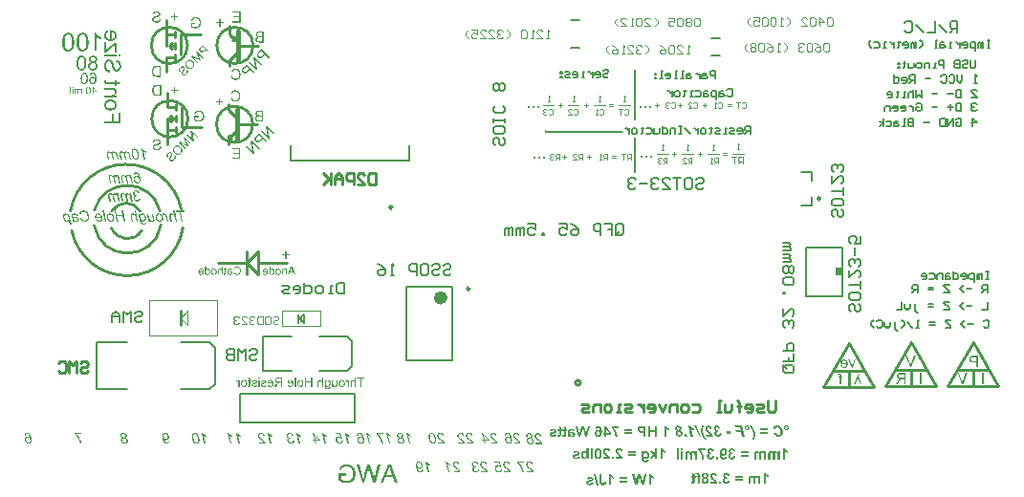
<source format=gbo>
G04 Layer_Color=13813960*
%FSLAX24Y24*%
%MOIN*%
G70*
G01*
G75*
%ADD10C,0.0100*%
%ADD789C,0.0050*%
%ADD790C,0.0039*%
%ADD791C,0.0070*%
%ADD792C,0.0049*%
%ADD821C,0.0098*%
%ADD822C,0.0236*%
%ADD823C,0.0079*%
%ADD824C,0.0157*%
%ADD825C,0.0040*%
%ADD826C,0.0059*%
%ADD827C,0.0071*%
%ADD828R,0.0197X0.0300*%
G36*
X13109Y26556D02*
X13120Y26555D01*
X13141Y26551D01*
X13160Y26545D01*
X13168Y26542D01*
X13175Y26538D01*
X13182Y26534D01*
X13188Y26531D01*
X13192Y26528D01*
X13196Y26525D01*
X13199Y26523D01*
X13202Y26520D01*
X13203Y26520D01*
X13204Y26519D01*
X13211Y26511D01*
X13217Y26504D01*
X13222Y26496D01*
X13226Y26488D01*
X13233Y26473D01*
X13238Y26457D01*
X13241Y26444D01*
X13242Y26439D01*
X13242Y26434D01*
X13243Y26430D01*
Y26427D01*
Y26425D01*
Y26425D01*
X13242Y26412D01*
X13240Y26399D01*
X13237Y26389D01*
X13234Y26380D01*
X13231Y26372D01*
X13228Y26366D01*
X13226Y26363D01*
X13225Y26361D01*
X13217Y26352D01*
X13207Y26344D01*
X13198Y26337D01*
X13188Y26331D01*
X13180Y26326D01*
X13172Y26323D01*
X13168Y26321D01*
X13167Y26320D01*
X13166D01*
X13183Y26315D01*
X13198Y26308D01*
X13210Y26301D01*
X13220Y26293D01*
X13228Y26286D01*
X13234Y26280D01*
X13237Y26276D01*
X13239Y26275D01*
Y26275D01*
X13247Y26262D01*
X13253Y26247D01*
X13258Y26234D01*
X13261Y26221D01*
X13262Y26208D01*
X13263Y26204D01*
Y26199D01*
X13264Y26196D01*
Y26193D01*
Y26192D01*
Y26191D01*
X13263Y26179D01*
X13261Y26167D01*
X13259Y26156D01*
X13256Y26145D01*
X13249Y26126D01*
X13245Y26118D01*
X13240Y26110D01*
X13236Y26103D01*
X13232Y26097D01*
X13228Y26091D01*
X13224Y26087D01*
X13222Y26084D01*
X13220Y26081D01*
X13218Y26080D01*
X13217Y26079D01*
X13208Y26071D01*
X13199Y26065D01*
X13188Y26059D01*
X13179Y26054D01*
X13169Y26049D01*
X13158Y26046D01*
X13139Y26040D01*
X13130Y26039D01*
X13121Y26037D01*
X13114Y26036D01*
X13108Y26036D01*
X13102Y26035D01*
X13095D01*
X13081Y26036D01*
X13068Y26037D01*
X13055Y26039D01*
X13044Y26042D01*
X13033Y26045D01*
X13023Y26049D01*
X13014Y26053D01*
X13006Y26057D01*
X12998Y26061D01*
X12991Y26065D01*
X12986Y26069D01*
X12981Y26072D01*
X12978Y26075D01*
X12975Y26078D01*
X12974Y26078D01*
X12973Y26079D01*
X12965Y26087D01*
X12958Y26097D01*
X12951Y26106D01*
X12946Y26116D01*
X12941Y26125D01*
X12937Y26134D01*
X12932Y26151D01*
X12930Y26159D01*
X12928Y26167D01*
X12927Y26173D01*
X12927Y26179D01*
X12926Y26183D01*
Y26186D01*
Y26189D01*
Y26189D01*
X12927Y26206D01*
X12930Y26222D01*
X12934Y26236D01*
X12938Y26248D01*
X12943Y26258D01*
X12947Y26265D01*
X12950Y26269D01*
X12951Y26271D01*
X12961Y26283D01*
X12972Y26293D01*
X12984Y26301D01*
X12996Y26308D01*
X13007Y26313D01*
X13016Y26317D01*
X13019Y26319D01*
X13021Y26320D01*
X13023Y26320D01*
X13023D01*
X13010Y26326D01*
X12998Y26332D01*
X12988Y26339D01*
X12981Y26346D01*
X12975Y26352D01*
X12970Y26356D01*
X12967Y26360D01*
X12966Y26361D01*
X12960Y26371D01*
X12956Y26382D01*
X12952Y26392D01*
X12949Y26402D01*
X12948Y26410D01*
X12947Y26417D01*
Y26422D01*
Y26422D01*
Y26423D01*
X12948Y26433D01*
X12949Y26443D01*
X12953Y26461D01*
X12960Y26477D01*
X12968Y26491D01*
X12975Y26502D01*
X12978Y26507D01*
X12982Y26511D01*
X12984Y26514D01*
X12987Y26516D01*
X12988Y26517D01*
X12988Y26517D01*
X12996Y26524D01*
X13005Y26530D01*
X13013Y26536D01*
X13023Y26540D01*
X13041Y26547D01*
X13058Y26552D01*
X13073Y26555D01*
X13080Y26555D01*
X13085Y26556D01*
X13090Y26557D01*
X13096D01*
X13109Y26556D01*
D02*
G37*
G36*
X12718Y26555D02*
X12736Y26552D01*
X12752Y26547D01*
X12765Y26542D01*
X12777Y26536D01*
X12781Y26533D01*
X12784Y26531D01*
X12787Y26530D01*
X12790Y26528D01*
X12790Y26527D01*
X12791D01*
X12804Y26514D01*
X12816Y26501D01*
X12825Y26486D01*
X12832Y26473D01*
X12839Y26460D01*
X12841Y26455D01*
X12843Y26450D01*
X12844Y26447D01*
X12846Y26444D01*
X12847Y26442D01*
Y26441D01*
X12850Y26431D01*
X12853Y26419D01*
X12857Y26395D01*
X12860Y26371D01*
X12863Y26348D01*
X12864Y26337D01*
X12864Y26327D01*
Y26318D01*
X12865Y26310D01*
Y26304D01*
Y26299D01*
Y26296D01*
Y26295D01*
X12864Y26269D01*
X12863Y26245D01*
X12860Y26223D01*
X12857Y26202D01*
X12854Y26183D01*
X12849Y26167D01*
X12844Y26151D01*
X12840Y26138D01*
X12835Y26126D01*
X12831Y26116D01*
X12826Y26106D01*
X12822Y26100D01*
X12819Y26094D01*
X12817Y26090D01*
X12816Y26088D01*
X12815Y26087D01*
X12806Y26078D01*
X12797Y26070D01*
X12788Y26063D01*
X12778Y26057D01*
X12769Y26052D01*
X12759Y26048D01*
X12749Y26044D01*
X12740Y26042D01*
X12732Y26040D01*
X12724Y26038D01*
X12717Y26036D01*
X12711Y26036D01*
X12705Y26035D01*
X12698D01*
X12678Y26036D01*
X12660Y26040D01*
X12644Y26044D01*
X12631Y26050D01*
X12620Y26055D01*
X12612Y26060D01*
X12609Y26062D01*
X12607Y26063D01*
X12606Y26065D01*
X12606D01*
X12593Y26077D01*
X12581Y26090D01*
X12571Y26105D01*
X12564Y26119D01*
X12558Y26131D01*
X12555Y26136D01*
X12553Y26141D01*
X12552Y26145D01*
X12551Y26148D01*
X12550Y26149D01*
Y26150D01*
X12547Y26161D01*
X12544Y26172D01*
X12539Y26196D01*
X12536Y26221D01*
X12533Y26243D01*
X12532Y26254D01*
X12532Y26264D01*
Y26272D01*
X12531Y26280D01*
Y26287D01*
Y26291D01*
Y26294D01*
Y26295D01*
Y26309D01*
X12532Y26323D01*
Y26335D01*
X12532Y26346D01*
X12534Y26357D01*
X12535Y26367D01*
X12536Y26376D01*
X12537Y26384D01*
X12538Y26392D01*
X12539Y26398D01*
X12540Y26403D01*
X12541Y26408D01*
X12542Y26412D01*
X12542Y26414D01*
X12543Y26415D01*
Y26416D01*
X12548Y26432D01*
X12553Y26447D01*
X12558Y26460D01*
X12564Y26471D01*
X12568Y26480D01*
X12572Y26487D01*
X12574Y26491D01*
X12575Y26492D01*
X12583Y26504D01*
X12591Y26513D01*
X12600Y26521D01*
X12608Y26528D01*
X12615Y26533D01*
X12621Y26537D01*
X12625Y26539D01*
X12626Y26540D01*
X12638Y26546D01*
X12650Y26550D01*
X12663Y26553D01*
X12674Y26555D01*
X12684Y26556D01*
X12692Y26557D01*
X12698D01*
X12718Y26555D01*
D02*
G37*
G36*
X19163Y23579D02*
X19127Y23543D01*
X19017Y23654D01*
X18947Y23584D01*
X18936Y23574D01*
X18926Y23566D01*
X18917Y23558D01*
X18907Y23551D01*
X18898Y23546D01*
X18889Y23541D01*
X18881Y23538D01*
X18874Y23535D01*
X18867Y23533D01*
X18862Y23531D01*
X18856Y23530D01*
X18852Y23529D01*
X18848Y23529D01*
X18846Y23529D01*
X18844D01*
X18835Y23529D01*
X18827Y23531D01*
X18819Y23532D01*
X18812Y23535D01*
X18798Y23541D01*
X18786Y23547D01*
X18781Y23551D01*
X18776Y23554D01*
X18773Y23557D01*
X18769Y23560D01*
X18766Y23562D01*
X18765Y23563D01*
X18764Y23564D01*
X18763Y23565D01*
X18756Y23573D01*
X18750Y23581D01*
X18745Y23588D01*
X18741Y23595D01*
X18738Y23601D01*
X18736Y23606D01*
X18735Y23609D01*
X18734Y23610D01*
X18732Y23620D01*
X18730Y23629D01*
X18729Y23637D01*
X18729Y23644D01*
Y23650D01*
X18729Y23654D01*
X18730Y23657D01*
X18730Y23659D01*
X18732Y23667D01*
X18735Y23675D01*
X18738Y23683D01*
X18742Y23690D01*
X18745Y23696D01*
X18749Y23701D01*
X18750Y23704D01*
X18751Y23704D01*
X18751Y23705D01*
X18756Y23711D01*
X18762Y23719D01*
X18768Y23726D01*
X18774Y23733D01*
X18780Y23739D01*
X18785Y23744D01*
X18787Y23746D01*
X18788Y23747D01*
X18789Y23748D01*
X18789Y23749D01*
X18892Y23851D01*
X19163Y23579D01*
D02*
G37*
G36*
X18910Y23326D02*
X18876Y23292D01*
X18663Y23505D01*
X18733Y23149D01*
X18697Y23112D01*
X18425Y23384D01*
X18459Y23418D01*
X18673Y23205D01*
X18602Y23562D01*
X18639Y23598D01*
X18910Y23326D01*
D02*
G37*
G36*
X13224Y25307D02*
Y25278D01*
X13113D01*
Y25217D01*
X13082D01*
Y25278D01*
X13047D01*
Y25307D01*
X13082D01*
Y25472D01*
X13107D01*
X13224Y25307D01*
D02*
G37*
G36*
X12411Y25217D02*
X12379D01*
Y25402D01*
X12411D01*
Y25217D01*
D02*
G37*
G36*
Y25437D02*
X12379D01*
Y25472D01*
X12411D01*
Y25437D01*
D02*
G37*
G36*
X12631Y25406D02*
X12637Y25405D01*
X12643Y25403D01*
X12648Y25402D01*
X12652Y25400D01*
X12655Y25399D01*
X12657Y25398D01*
X12657Y25398D01*
X12662Y25394D01*
X12667Y25391D01*
X12671Y25387D01*
X12675Y25384D01*
X12677Y25381D01*
X12679Y25378D01*
X12680Y25377D01*
X12681Y25376D01*
Y25402D01*
X12709D01*
Y25217D01*
X12677D01*
Y25312D01*
X12677Y25321D01*
X12676Y25329D01*
X12676Y25336D01*
X12675Y25341D01*
X12674Y25345D01*
X12673Y25349D01*
X12673Y25350D01*
X12672Y25351D01*
X12670Y25356D01*
X12667Y25360D01*
X12665Y25364D01*
X12662Y25367D01*
X12660Y25369D01*
X12658Y25370D01*
X12656Y25371D01*
X12656Y25372D01*
X12652Y25374D01*
X12647Y25376D01*
X12643Y25377D01*
X12639Y25378D01*
X12636Y25378D01*
X12634Y25379D01*
X12631D01*
X12625Y25378D01*
X12620Y25377D01*
X12616Y25375D01*
X12612Y25373D01*
X12610Y25372D01*
X12608Y25370D01*
X12607Y25369D01*
X12606Y25368D01*
X12603Y25364D01*
X12602Y25359D01*
X12600Y25353D01*
X12599Y25348D01*
X12599Y25344D01*
X12599Y25340D01*
Y25339D01*
Y25337D01*
Y25337D01*
Y25337D01*
Y25217D01*
X12567D01*
Y25324D01*
X12567Y25334D01*
X12565Y25343D01*
X12563Y25350D01*
X12561Y25356D01*
X12558Y25360D01*
X12556Y25363D01*
X12554Y25365D01*
X12554Y25366D01*
X12549Y25370D01*
X12543Y25373D01*
X12538Y25375D01*
X12533Y25377D01*
X12528Y25378D01*
X12524Y25378D01*
X12522Y25379D01*
X12521D01*
X12517Y25378D01*
X12514Y25378D01*
X12510Y25377D01*
X12508Y25376D01*
X12505Y25375D01*
X12504Y25374D01*
X12503Y25374D01*
X12502Y25373D01*
X12500Y25372D01*
X12497Y25369D01*
X12496Y25367D01*
X12494Y25365D01*
X12493Y25363D01*
X12492Y25362D01*
X12491Y25361D01*
Y25360D01*
X12490Y25357D01*
X12489Y25353D01*
X12489Y25348D01*
X12489Y25343D01*
X12488Y25340D01*
Y25336D01*
Y25334D01*
Y25334D01*
Y25333D01*
Y25217D01*
X12457D01*
Y25343D01*
Y25349D01*
X12458Y25354D01*
X12458Y25360D01*
X12459Y25364D01*
X12460Y25369D01*
X12461Y25372D01*
X12464Y25379D01*
X12467Y25384D01*
X12469Y25388D01*
X12471Y25390D01*
X12472Y25391D01*
X12478Y25396D01*
X12485Y25400D01*
X12492Y25402D01*
X12499Y25404D01*
X12505Y25405D01*
X12507Y25406D01*
X12510D01*
X12512Y25406D01*
X12514D01*
X12521Y25406D01*
X12527Y25405D01*
X12532Y25403D01*
X12538Y25401D01*
X12543Y25399D01*
X12548Y25396D01*
X12552Y25393D01*
X12556Y25390D01*
X12560Y25387D01*
X12563Y25384D01*
X12565Y25381D01*
X12567Y25378D01*
X12569Y25377D01*
X12570Y25375D01*
X12571Y25374D01*
X12572Y25373D01*
X12574Y25379D01*
X12577Y25384D01*
X12580Y25388D01*
X12583Y25391D01*
X12586Y25394D01*
X12588Y25396D01*
X12590Y25397D01*
X12591Y25397D01*
X12596Y25400D01*
X12601Y25402D01*
X12607Y25404D01*
X12612Y25405D01*
X12617Y25406D01*
X12621Y25406D01*
X12624D01*
X12631Y25406D01*
D02*
G37*
G36*
X13728Y25022D02*
X13745Y25021D01*
X13761Y25018D01*
X13777Y25015D01*
X13790Y25011D01*
X13803Y25006D01*
X13814Y25001D01*
X13825Y24996D01*
X13834Y24991D01*
X13842Y24986D01*
X13849Y24982D01*
X13855Y24978D01*
X13859Y24974D01*
X13862Y24972D01*
X13864Y24970D01*
X13865Y24969D01*
X13875Y24959D01*
X13884Y24948D01*
X13891Y24936D01*
X13897Y24925D01*
X13903Y24913D01*
X13907Y24902D01*
X13914Y24880D01*
X13916Y24869D01*
X13918Y24860D01*
X13919Y24851D01*
X13920Y24845D01*
X13921Y24839D01*
Y24834D01*
Y24831D01*
Y24830D01*
X13920Y24816D01*
X13919Y24803D01*
X13913Y24778D01*
X13906Y24756D01*
X13902Y24746D01*
X13898Y24737D01*
X13893Y24729D01*
X13889Y24722D01*
X13885Y24716D01*
X13882Y24711D01*
X13879Y24706D01*
X13876Y24704D01*
X13875Y24702D01*
X13874Y24701D01*
X13863Y24690D01*
X13852Y24680D01*
X13838Y24672D01*
X13825Y24665D01*
X13811Y24658D01*
X13797Y24653D01*
X13783Y24649D01*
X13770Y24646D01*
X13756Y24643D01*
X13744Y24641D01*
X13734Y24640D01*
X13724Y24639D01*
X13717D01*
X13711Y24638D01*
X13706D01*
X13686Y24639D01*
X13669Y24641D01*
X13652Y24643D01*
X13637Y24646D01*
X13622Y24651D01*
X13609Y24655D01*
X13597Y24660D01*
X13587Y24665D01*
X13577Y24669D01*
X13568Y24674D01*
X13562Y24678D01*
X13556Y24683D01*
X13551Y24686D01*
X13548Y24689D01*
X13546Y24690D01*
X13546Y24691D01*
X13536Y24701D01*
X13528Y24712D01*
X13520Y24724D01*
X13513Y24735D01*
X13508Y24747D01*
X13504Y24759D01*
X13497Y24780D01*
X13495Y24791D01*
X13493Y24800D01*
X13492Y24808D01*
X13492Y24816D01*
X13491Y24822D01*
Y24827D01*
Y24829D01*
Y24830D01*
X13492Y24850D01*
X13495Y24868D01*
X13498Y24885D01*
X13503Y24900D01*
X13508Y24913D01*
X13509Y24918D01*
X13512Y24922D01*
X13513Y24925D01*
X13514Y24928D01*
X13515Y24929D01*
Y24930D01*
X13525Y24946D01*
X13537Y24960D01*
X13549Y24972D01*
X13560Y24981D01*
X13570Y24989D01*
X13578Y24995D01*
X13582Y24996D01*
X13584Y24998D01*
X13585Y24999D01*
X13586D01*
X13605Y25007D01*
X13625Y25013D01*
X13646Y25017D01*
X13665Y25020D01*
X13674Y25022D01*
X13683Y25022D01*
X13691D01*
X13698Y25023D01*
X13711D01*
X13728Y25022D01*
D02*
G37*
G36*
X14067Y24193D02*
X13500D01*
Y24268D01*
X13758D01*
Y24534D01*
X13825D01*
Y24268D01*
X14001D01*
Y24576D01*
X14067D01*
Y24193D01*
D02*
G37*
G36*
X13562Y25698D02*
X13561Y25685D01*
Y25679D01*
X13560Y25675D01*
Y25672D01*
Y25669D01*
Y25667D01*
Y25666D01*
X13561Y25656D01*
X13562Y25649D01*
X13563Y25645D01*
X13564Y25643D01*
X13568Y25638D01*
X13572Y25634D01*
X13576Y25632D01*
X13578Y25631D01*
X13582Y25630D01*
X13588Y25629D01*
X13600Y25629D01*
X13606Y25628D01*
X13857D01*
Y25698D01*
X13911D01*
Y25628D01*
X14055D01*
X14013Y25558D01*
X13911D01*
Y25506D01*
X13857D01*
Y25558D01*
X13599D01*
X13589Y25559D01*
X13581Y25559D01*
X13573D01*
X13567Y25560D01*
X13556Y25562D01*
X13547Y25564D01*
X13542Y25564D01*
X13539Y25566D01*
X13538D01*
X13531Y25570D01*
X13525Y25575D01*
X13519Y25579D01*
X13515Y25584D01*
X13512Y25588D01*
X13509Y25591D01*
X13508Y25594D01*
X13507Y25595D01*
X13503Y25603D01*
X13500Y25613D01*
X13497Y25623D01*
X13497Y25632D01*
X13496Y25640D01*
X13495Y25648D01*
Y25652D01*
Y25654D01*
X13496Y25672D01*
X13497Y25681D01*
X13498Y25689D01*
X13499Y25696D01*
X13500Y25702D01*
X13501Y25705D01*
Y25707D01*
X13562Y25698D01*
D02*
G37*
G36*
X13784Y25438D02*
X13795Y25437D01*
X13804D01*
X13812Y25436D01*
X13817Y25436D01*
X13820Y25435D01*
X13820D01*
X13831Y25432D01*
X13841Y25429D01*
X13850Y25425D01*
X13857Y25421D01*
X13863Y25418D01*
X13868Y25415D01*
X13871Y25414D01*
X13872Y25413D01*
X13879Y25407D01*
X13887Y25399D01*
X13893Y25392D01*
X13898Y25384D01*
X13902Y25377D01*
X13905Y25371D01*
X13906Y25368D01*
X13907Y25366D01*
X13911Y25355D01*
X13915Y25343D01*
X13917Y25331D01*
X13919Y25321D01*
X13920Y25312D01*
X13921Y25304D01*
Y25300D01*
Y25299D01*
Y25298D01*
X13920Y25283D01*
X13918Y25268D01*
X13915Y25254D01*
X13910Y25242D01*
X13905Y25231D01*
X13899Y25220D01*
X13893Y25210D01*
X13887Y25201D01*
X13880Y25194D01*
X13874Y25187D01*
X13868Y25181D01*
X13863Y25177D01*
X13859Y25173D01*
X13856Y25171D01*
X13853Y25169D01*
X13852Y25168D01*
X13911D01*
Y25105D01*
X13500D01*
Y25175D01*
X13739D01*
X13751Y25177D01*
X13763Y25178D01*
X13774Y25180D01*
X13784Y25183D01*
X13793Y25185D01*
X13800Y25188D01*
X13807Y25191D01*
X13813Y25194D01*
X13818Y25197D01*
X13822Y25199D01*
X13825Y25202D01*
X13830Y25205D01*
X13831Y25207D01*
X13841Y25220D01*
X13848Y25232D01*
X13853Y25245D01*
X13857Y25257D01*
X13858Y25268D01*
X13860Y25275D01*
Y25279D01*
Y25281D01*
Y25282D01*
Y25283D01*
X13859Y25293D01*
X13858Y25302D01*
X13856Y25311D01*
X13854Y25317D01*
X13852Y25323D01*
X13849Y25328D01*
X13848Y25330D01*
X13847Y25331D01*
X13842Y25339D01*
X13836Y25344D01*
X13831Y25350D01*
X13825Y25354D01*
X13821Y25357D01*
X13817Y25359D01*
X13814Y25360D01*
X13814D01*
X13805Y25363D01*
X13795Y25366D01*
X13784Y25367D01*
X13774Y25368D01*
X13764Y25369D01*
X13500D01*
Y25439D01*
X13770D01*
X13784Y25438D01*
D02*
G37*
G36*
X12262Y27353D02*
X12285Y27349D01*
X12305Y27343D01*
X12321Y27336D01*
X12336Y27329D01*
X12340Y27326D01*
X12345Y27323D01*
X12349Y27321D01*
X12352Y27319D01*
X12353Y27317D01*
X12354D01*
X12370Y27302D01*
X12384Y27285D01*
X12396Y27267D01*
X12405Y27250D01*
X12414Y27234D01*
X12417Y27228D01*
X12418Y27222D01*
X12420Y27217D01*
X12422Y27213D01*
X12423Y27211D01*
Y27211D01*
X12427Y27197D01*
X12431Y27183D01*
X12437Y27152D01*
X12440Y27122D01*
X12443Y27093D01*
X12444Y27080D01*
X12445Y27068D01*
Y27056D01*
X12446Y27047D01*
Y27038D01*
Y27032D01*
Y27029D01*
Y27028D01*
X12445Y26995D01*
X12443Y26965D01*
X12440Y26937D01*
X12437Y26912D01*
X12432Y26888D01*
X12426Y26867D01*
X12420Y26848D01*
X12415Y26831D01*
X12409Y26815D01*
X12403Y26803D01*
X12398Y26792D01*
X12393Y26783D01*
X12389Y26776D01*
X12386Y26772D01*
X12384Y26769D01*
X12383Y26768D01*
X12373Y26756D01*
X12361Y26746D01*
X12350Y26737D01*
X12338Y26730D01*
X12326Y26723D01*
X12314Y26718D01*
X12301Y26714D01*
X12290Y26711D01*
X12279Y26708D01*
X12270Y26706D01*
X12260Y26704D01*
X12253Y26703D01*
X12246Y26702D01*
X12238D01*
X12212Y26704D01*
X12190Y26708D01*
X12170Y26714D01*
X12153Y26721D01*
X12140Y26728D01*
X12130Y26734D01*
X12126Y26735D01*
X12123Y26737D01*
X12122Y26739D01*
X12121D01*
X12105Y26754D01*
X12091Y26772D01*
X12079Y26790D01*
X12069Y26807D01*
X12061Y26822D01*
X12059Y26829D01*
X12056Y26834D01*
X12055Y26839D01*
X12053Y26843D01*
X12052Y26845D01*
Y26846D01*
X12048Y26859D01*
X12044Y26873D01*
X12039Y26904D01*
X12034Y26934D01*
X12031Y26963D01*
X12030Y26976D01*
X12029Y26989D01*
Y26999D01*
X12028Y27009D01*
Y27017D01*
Y27023D01*
Y27027D01*
Y27028D01*
Y27045D01*
X12029Y27062D01*
Y27077D01*
X12030Y27091D01*
X12032Y27105D01*
X12033Y27117D01*
X12034Y27129D01*
X12036Y27139D01*
X12037Y27149D01*
X12039Y27156D01*
X12040Y27163D01*
X12041Y27169D01*
X12041Y27173D01*
X12042Y27176D01*
X12043Y27178D01*
Y27179D01*
X12049Y27199D01*
X12056Y27218D01*
X12062Y27234D01*
X12069Y27248D01*
X12075Y27259D01*
X12080Y27268D01*
X12082Y27272D01*
X12083Y27274D01*
X12093Y27289D01*
X12103Y27300D01*
X12115Y27310D01*
X12124Y27319D01*
X12134Y27326D01*
X12140Y27330D01*
X12145Y27333D01*
X12147Y27334D01*
X12162Y27341D01*
X12178Y27347D01*
X12193Y27350D01*
X12207Y27352D01*
X12220Y27354D01*
X12229Y27355D01*
X12238D01*
X12262Y27353D01*
D02*
G37*
G36*
X19438Y23854D02*
X19403Y23819D01*
X19190Y24032D01*
X19261Y23676D01*
X19224Y23640D01*
X18952Y23911D01*
X18986Y23946D01*
X19200Y23732D01*
X19130Y24089D01*
X19166Y24125D01*
X19438Y23854D01*
D02*
G37*
G36*
X13206Y27339D02*
X13217Y27324D01*
X13229Y27310D01*
X13240Y27296D01*
X13251Y27285D01*
X13259Y27276D01*
X13266Y27270D01*
X13267Y27270D01*
X13268Y27269D01*
X13287Y27252D01*
X13306Y27238D01*
X13325Y27226D01*
X13343Y27215D01*
X13358Y27207D01*
X13365Y27203D01*
X13370Y27200D01*
X13375Y27197D01*
X13379Y27195D01*
X13381Y27194D01*
X13382D01*
Y27118D01*
X13368Y27124D01*
X13353Y27131D01*
X13340Y27136D01*
X13328Y27143D01*
X13316Y27149D01*
X13308Y27153D01*
X13302Y27157D01*
X13301Y27158D01*
X13300D01*
X13284Y27169D01*
X13269Y27178D01*
X13255Y27188D01*
X13245Y27195D01*
X13236Y27203D01*
X13230Y27208D01*
X13226Y27211D01*
X13225Y27212D01*
Y26713D01*
X13146D01*
Y27355D01*
X13197D01*
X13206Y27339D01*
D02*
G37*
G36*
X12760Y27353D02*
X12783Y27349D01*
X12803Y27343D01*
X12819Y27336D01*
X12834Y27329D01*
X12838Y27326D01*
X12843Y27323D01*
X12847Y27321D01*
X12850Y27319D01*
X12851Y27317D01*
X12852D01*
X12868Y27302D01*
X12882Y27285D01*
X12894Y27267D01*
X12903Y27250D01*
X12912Y27234D01*
X12914Y27228D01*
X12916Y27222D01*
X12918Y27217D01*
X12920Y27213D01*
X12921Y27211D01*
Y27211D01*
X12925Y27197D01*
X12929Y27183D01*
X12934Y27152D01*
X12938Y27122D01*
X12941Y27093D01*
X12942Y27080D01*
X12943Y27068D01*
Y27056D01*
X12944Y27047D01*
Y27038D01*
Y27032D01*
Y27029D01*
Y27028D01*
X12943Y26995D01*
X12941Y26965D01*
X12938Y26937D01*
X12934Y26912D01*
X12930Y26888D01*
X12924Y26867D01*
X12918Y26848D01*
X12913Y26831D01*
X12907Y26815D01*
X12901Y26803D01*
X12895Y26792D01*
X12891Y26783D01*
X12887Y26776D01*
X12884Y26772D01*
X12882Y26769D01*
X12881Y26768D01*
X12871Y26756D01*
X12859Y26746D01*
X12848Y26737D01*
X12835Y26730D01*
X12824Y26723D01*
X12812Y26718D01*
X12799Y26714D01*
X12788Y26711D01*
X12777Y26708D01*
X12768Y26706D01*
X12758Y26704D01*
X12751Y26703D01*
X12744Y26702D01*
X12735D01*
X12710Y26704D01*
X12688Y26708D01*
X12668Y26714D01*
X12651Y26721D01*
X12637Y26728D01*
X12628Y26734D01*
X12624Y26735D01*
X12621Y26737D01*
X12620Y26739D01*
X12619D01*
X12603Y26754D01*
X12589Y26772D01*
X12577Y26790D01*
X12567Y26807D01*
X12559Y26822D01*
X12557Y26829D01*
X12554Y26834D01*
X12553Y26839D01*
X12551Y26843D01*
X12550Y26845D01*
Y26846D01*
X12546Y26859D01*
X12542Y26873D01*
X12537Y26904D01*
X12532Y26934D01*
X12529Y26963D01*
X12528Y26976D01*
X12527Y26989D01*
Y26999D01*
X12526Y27009D01*
Y27017D01*
Y27023D01*
Y27027D01*
Y27028D01*
Y27045D01*
X12527Y27062D01*
Y27077D01*
X12528Y27091D01*
X12530Y27105D01*
X12531Y27117D01*
X12532Y27129D01*
X12534Y27139D01*
X12535Y27149D01*
X12537Y27156D01*
X12537Y27163D01*
X12538Y27169D01*
X12539Y27173D01*
X12540Y27176D01*
X12541Y27178D01*
Y27179D01*
X12547Y27199D01*
X12554Y27218D01*
X12560Y27234D01*
X12567Y27248D01*
X12573Y27259D01*
X12577Y27268D01*
X12580Y27272D01*
X12581Y27274D01*
X12591Y27289D01*
X12601Y27300D01*
X12613Y27310D01*
X12622Y27319D01*
X12632Y27326D01*
X12638Y27330D01*
X12643Y27333D01*
X12645Y27334D01*
X12660Y27341D01*
X12676Y27347D01*
X12691Y27350D01*
X12705Y27352D01*
X12717Y27354D01*
X12727Y27355D01*
X12735D01*
X12760Y27353D01*
D02*
G37*
G36*
X12332Y25217D02*
X12301D01*
Y25472D01*
X12332D01*
Y25217D01*
D02*
G37*
G36*
X16482Y26412D02*
X16493Y26410D01*
X16504Y26407D01*
X16515Y26403D01*
X16525Y26398D01*
X16535Y26393D01*
X16544Y26388D01*
X16553Y26383D01*
X16560Y26378D01*
X16567Y26373D01*
X16573Y26368D01*
X16578Y26364D01*
X16582Y26360D01*
X16586Y26357D01*
X16588Y26355D01*
X16588Y26355D01*
X16599Y26343D01*
X16608Y26331D01*
X16615Y26319D01*
X16619Y26314D01*
X16622Y26309D01*
X16624Y26304D01*
X16626Y26299D01*
X16628Y26295D01*
X16630Y26292D01*
X16631Y26289D01*
X16632Y26287D01*
X16632Y26285D01*
X16632Y26285D01*
X16636Y26270D01*
X16639Y26256D01*
X16639Y26242D01*
Y26230D01*
X16638Y26220D01*
X16638Y26215D01*
X16638Y26212D01*
X16637Y26209D01*
X16637Y26207D01*
X16636Y26206D01*
Y26205D01*
X16634Y26198D01*
X16632Y26190D01*
X16626Y26177D01*
X16619Y26164D01*
X16611Y26153D01*
X16608Y26149D01*
X16605Y26144D01*
X16602Y26141D01*
X16599Y26138D01*
X16597Y26135D01*
X16595Y26134D01*
X16594Y26133D01*
X16594Y26132D01*
X16582Y26122D01*
X16571Y26113D01*
X16559Y26106D01*
X16554Y26104D01*
X16549Y26101D01*
X16544Y26098D01*
X16539Y26097D01*
X16535Y26095D01*
X16532Y26093D01*
X16529Y26092D01*
X16527Y26091D01*
X16526D01*
X16525Y26091D01*
X16510Y26088D01*
X16496Y26087D01*
X16483D01*
X16470Y26088D01*
X16460Y26089D01*
X16456Y26090D01*
X16452Y26091D01*
X16449Y26091D01*
X16447Y26092D01*
X16445D01*
X16445Y26093D01*
X16430Y26099D01*
X16416Y26106D01*
X16402Y26114D01*
X16391Y26121D01*
X16386Y26125D01*
X16382Y26129D01*
X16378Y26132D01*
X16375Y26135D01*
X16372Y26137D01*
X16371Y26139D01*
X16369Y26140D01*
X16369Y26140D01*
X16357Y26153D01*
X16347Y26166D01*
X16343Y26173D01*
X16339Y26179D01*
X16335Y26185D01*
X16333Y26190D01*
X16330Y26195D01*
X16328Y26200D01*
X16326Y26204D01*
X16324Y26208D01*
X16323Y26211D01*
X16322Y26213D01*
X16322Y26214D01*
X16322Y26215D01*
X16318Y26229D01*
X16315Y26244D01*
X16315Y26257D01*
X16315Y26270D01*
X16316Y26280D01*
X16316Y26284D01*
X16317Y26288D01*
X16318Y26291D01*
X16318Y26293D01*
Y26294D01*
X16318Y26295D01*
X16320Y26302D01*
X16323Y26310D01*
X16329Y26323D01*
X16336Y26335D01*
X16343Y26346D01*
X16346Y26350D01*
X16349Y26355D01*
X16352Y26358D01*
X16355Y26361D01*
X16357Y26363D01*
X16358Y26365D01*
X16359Y26366D01*
X16360Y26366D01*
X16369Y26375D01*
X16378Y26382D01*
X16388Y26388D01*
X16397Y26394D01*
X16406Y26398D01*
X16416Y26402D01*
X16424Y26405D01*
X16432Y26408D01*
X16440Y26409D01*
X16448Y26411D01*
X16454Y26412D01*
X16459Y26412D01*
X16464Y26413D01*
X16470D01*
X16482Y26412D01*
D02*
G37*
G36*
X16231Y26182D02*
X16234Y26181D01*
X16235D01*
X16235Y26181D01*
X16244Y26178D01*
X16252Y26175D01*
X16259Y26172D01*
X16265Y26168D01*
X16270Y26164D01*
X16274Y26161D01*
X16275Y26160D01*
X16276Y26159D01*
X16277Y26159D01*
X16277Y26158D01*
X16282Y26152D01*
X16287Y26146D01*
X16291Y26140D01*
X16293Y26134D01*
X16295Y26130D01*
X16297Y26126D01*
X16297Y26123D01*
X16298Y26122D01*
X16299Y26114D01*
X16299Y26107D01*
X16299Y26099D01*
X16298Y26092D01*
X16296Y26086D01*
X16295Y26081D01*
X16295Y26078D01*
Y26077D01*
X16294Y26077D01*
X16293Y26073D01*
X16292Y26069D01*
X16287Y26060D01*
X16283Y26050D01*
X16277Y26041D01*
X16273Y26032D01*
X16270Y26029D01*
X16268Y26026D01*
X16267Y26023D01*
X16266Y26021D01*
X16265Y26019D01*
X16265Y26019D01*
X16260Y26012D01*
X16257Y26006D01*
X16253Y26000D01*
X16250Y25995D01*
X16247Y25990D01*
X16245Y25986D01*
X16243Y25982D01*
X16241Y25979D01*
X16240Y25976D01*
X16238Y25974D01*
X16237Y25970D01*
X16235Y25968D01*
Y25968D01*
X16232Y25961D01*
X16230Y25954D01*
X16229Y25948D01*
X16228Y25943D01*
Y25939D01*
X16228Y25936D01*
X16228Y25934D01*
Y25934D01*
X16229Y25929D01*
X16231Y25924D01*
X16233Y25920D01*
X16235Y25916D01*
X16237Y25913D01*
X16239Y25911D01*
X16241Y25909D01*
X16241Y25909D01*
X16245Y25906D01*
X16249Y25903D01*
X16254Y25900D01*
X16258Y25899D01*
X16262Y25898D01*
X16264Y25897D01*
X16266Y25896D01*
X16267D01*
X16273Y25896D01*
X16279Y25896D01*
X16284Y25897D01*
X16289Y25898D01*
X16294Y25900D01*
X16297Y25901D01*
X16299Y25902D01*
X16300Y25902D01*
X16307Y25905D01*
X16314Y25909D01*
X16319Y25913D01*
X16325Y25917D01*
X16329Y25921D01*
X16332Y25924D01*
X16334Y25925D01*
X16335Y25926D01*
X16335Y25927D01*
X16335Y25927D01*
X16342Y25934D01*
X16348Y25941D01*
X16353Y25948D01*
X16357Y25955D01*
X16359Y25960D01*
X16362Y25965D01*
X16363Y25967D01*
Y25968D01*
X16363Y25968D01*
X16366Y25976D01*
X16368Y25984D01*
X16369Y25991D01*
Y25997D01*
X16369Y26002D01*
X16369Y26006D01*
X16369Y26008D01*
Y26009D01*
X16367Y26015D01*
X16364Y26022D01*
X16361Y26029D01*
X16358Y26034D01*
X16355Y26039D01*
X16352Y26043D01*
X16350Y26045D01*
X16350Y26046D01*
X16350Y26046D01*
X16380Y26072D01*
X16388Y26063D01*
X16394Y26054D01*
X16399Y26045D01*
X16403Y26037D01*
X16406Y26030D01*
X16407Y26027D01*
X16407Y26024D01*
X16408Y26021D01*
X16409Y26020D01*
Y26019D01*
X16409Y26019D01*
X16411Y26008D01*
Y25997D01*
X16410Y25987D01*
X16408Y25978D01*
X16407Y25970D01*
X16405Y25964D01*
X16404Y25962D01*
X16404Y25961D01*
X16404Y25960D01*
X16403Y25959D01*
X16398Y25948D01*
X16392Y25937D01*
X16385Y25927D01*
X16378Y25918D01*
X16374Y25914D01*
X16371Y25910D01*
X16368Y25907D01*
X16366Y25904D01*
X16364Y25902D01*
X16362Y25900D01*
X16361Y25899D01*
X16361Y25899D01*
X16352Y25891D01*
X16342Y25883D01*
X16334Y25877D01*
X16325Y25872D01*
X16319Y25869D01*
X16316Y25867D01*
X16313Y25866D01*
X16311Y25866D01*
X16310Y25865D01*
X16309Y25865D01*
X16309Y25864D01*
X16298Y25861D01*
X16288Y25859D01*
X16279Y25858D01*
X16271Y25858D01*
X16264Y25858D01*
X16259Y25858D01*
X16255Y25859D01*
X16254D01*
X16254Y25859D01*
X16245Y25862D01*
X16236Y25865D01*
X16228Y25869D01*
X16222Y25873D01*
X16217Y25877D01*
X16212Y25880D01*
X16211Y25881D01*
X16210Y25882D01*
X16210Y25882D01*
X16209Y25883D01*
X16203Y25890D01*
X16198Y25897D01*
X16194Y25904D01*
X16191Y25910D01*
X16189Y25916D01*
X16188Y25921D01*
X16187Y25923D01*
X16187Y25924D01*
X16186Y25933D01*
X16185Y25942D01*
X16187Y25951D01*
X16188Y25959D01*
X16190Y25966D01*
X16191Y25972D01*
X16192Y25974D01*
X16192Y25975D01*
X16192Y25976D01*
X16193Y25977D01*
X16194Y25980D01*
X16196Y25985D01*
X16199Y25990D01*
X16201Y25995D01*
X16208Y26006D01*
X16213Y26016D01*
X16219Y26026D01*
X16222Y26030D01*
X16224Y26034D01*
X16226Y26037D01*
X16227Y26039D01*
X16228Y26041D01*
X16229Y26041D01*
X16233Y26049D01*
X16238Y26056D01*
X16242Y26064D01*
X16245Y26070D01*
X16248Y26075D01*
X16250Y26080D01*
X16252Y26085D01*
X16254Y26089D01*
X16255Y26092D01*
X16256Y26095D01*
X16256Y26098D01*
X16257Y26099D01*
X16257Y26102D01*
Y26103D01*
Y26109D01*
X16256Y26114D01*
X16254Y26119D01*
X16252Y26123D01*
X16250Y26126D01*
X16248Y26129D01*
X16247Y26131D01*
X16246Y26131D01*
X16241Y26136D01*
X16234Y26139D01*
X16228Y26141D01*
X16222Y26142D01*
X16218Y26143D01*
X16213Y26143D01*
X16211D01*
X16210Y26143D01*
X16206Y26142D01*
X16201Y26141D01*
X16192Y26137D01*
X16184Y26133D01*
X16177Y26128D01*
X16170Y26122D01*
X16167Y26120D01*
X16164Y26118D01*
X16163Y26116D01*
X16161Y26115D01*
X16160Y26114D01*
X16160Y26114D01*
X16151Y26104D01*
X16145Y26095D01*
X16139Y26086D01*
X16136Y26079D01*
X16134Y26072D01*
X16132Y26067D01*
X16132Y26064D01*
X16131Y26063D01*
X16131Y26054D01*
X16133Y26045D01*
X16136Y26037D01*
X16138Y26030D01*
X16142Y26024D01*
X16145Y26019D01*
X16146Y26017D01*
X16147Y26016D01*
X16147Y26015D01*
X16148Y26015D01*
X16117Y25988D01*
X16111Y25996D01*
X16106Y26005D01*
X16101Y26012D01*
X16098Y26020D01*
X16096Y26026D01*
X16094Y26031D01*
X16093Y26034D01*
X16093Y26035D01*
X16091Y26045D01*
Y26054D01*
X16092Y26064D01*
X16094Y26072D01*
X16095Y26079D01*
X16097Y26084D01*
X16097Y26086D01*
X16098Y26087D01*
X16099Y26088D01*
X16099Y26089D01*
X16104Y26099D01*
X16109Y26109D01*
X16115Y26118D01*
X16121Y26125D01*
X16126Y26132D01*
X16129Y26135D01*
X16130Y26137D01*
X16132Y26139D01*
X16134Y26141D01*
X16135Y26141D01*
X16135Y26142D01*
X16143Y26149D01*
X16152Y26156D01*
X16160Y26162D01*
X16168Y26167D01*
X16175Y26171D01*
X16177Y26172D01*
X16179Y26173D01*
X16181Y26174D01*
X16183Y26175D01*
X16184Y26175D01*
X16184Y26175D01*
X16194Y26179D01*
X16203Y26181D01*
X16212Y26182D01*
X16220Y26182D01*
X16226D01*
X16231Y26182D01*
D02*
G37*
G36*
X17164Y26709D02*
X17134Y26679D01*
X17042Y26772D01*
X16984Y26714D01*
X16975Y26705D01*
X16966Y26698D01*
X16958Y26692D01*
X16950Y26686D01*
X16942Y26682D01*
X16935Y26678D01*
X16929Y26675D01*
X16922Y26673D01*
X16917Y26671D01*
X16912Y26669D01*
X16908Y26668D01*
X16904Y26668D01*
X16901Y26668D01*
X16900Y26667D01*
X16898D01*
X16890Y26668D01*
X16884Y26669D01*
X16877Y26670D01*
X16871Y26673D01*
X16859Y26677D01*
X16849Y26683D01*
X16845Y26686D01*
X16841Y26689D01*
X16838Y26691D01*
X16835Y26693D01*
X16833Y26695D01*
X16832Y26696D01*
X16831Y26697D01*
X16830Y26698D01*
X16825Y26704D01*
X16819Y26711D01*
X16815Y26717D01*
X16812Y26723D01*
X16809Y26728D01*
X16808Y26732D01*
X16807Y26735D01*
X16806Y26736D01*
X16804Y26743D01*
X16803Y26751D01*
X16802Y26758D01*
X16802Y26763D01*
Y26769D01*
X16802Y26772D01*
X16802Y26775D01*
X16803Y26776D01*
X16804Y26783D01*
X16807Y26790D01*
X16810Y26796D01*
X16813Y26802D01*
X16815Y26807D01*
X16818Y26811D01*
X16819Y26813D01*
X16820Y26814D01*
X16820Y26814D01*
X16824Y26820D01*
X16829Y26826D01*
X16835Y26832D01*
X16840Y26838D01*
X16844Y26843D01*
X16848Y26847D01*
X16850Y26849D01*
X16851Y26850D01*
X16852Y26850D01*
X16852Y26851D01*
X16937Y26936D01*
X17164Y26709D01*
D02*
G37*
G36*
X16954Y26499D02*
X16925Y26470D01*
X16732Y26663D01*
X16860Y26405D01*
X16833Y26378D01*
X16577Y26501D01*
X16766Y26312D01*
X16737Y26283D01*
X16511Y26510D01*
X16551Y26550D01*
X16764Y26447D01*
X16775Y26441D01*
X16785Y26436D01*
X16793Y26432D01*
X16800Y26428D01*
X16805Y26426D01*
X16809Y26424D01*
X16811Y26423D01*
X16812Y26422D01*
X16809Y26428D01*
X16805Y26435D01*
X16801Y26443D01*
X16798Y26450D01*
X16794Y26456D01*
X16792Y26462D01*
X16791Y26464D01*
X16790Y26465D01*
X16789Y26466D01*
X16789Y26467D01*
X16682Y26681D01*
X16727Y26726D01*
X16954Y26499D01*
D02*
G37*
G36*
X16526Y23508D02*
X16498Y23479D01*
X16305Y23671D01*
X16432Y23413D01*
X16405Y23386D01*
X16149Y23510D01*
X16339Y23320D01*
X16310Y23291D01*
X16084Y23518D01*
X16124Y23558D01*
X16336Y23455D01*
X16347Y23449D01*
X16358Y23444D01*
X16366Y23440D01*
X16373Y23437D01*
X16378Y23434D01*
X16382Y23432D01*
X16384Y23431D01*
X16385Y23430D01*
X16381Y23437D01*
X16378Y23444D01*
X16374Y23451D01*
X16370Y23458D01*
X16367Y23464D01*
X16364Y23470D01*
X16363Y23472D01*
X16363Y23474D01*
X16362Y23475D01*
X16362Y23475D01*
X16255Y23689D01*
X16300Y23734D01*
X16526Y23508D01*
D02*
G37*
G36*
X16054Y23420D02*
X16066Y23418D01*
X16076Y23415D01*
X16087Y23411D01*
X16098Y23407D01*
X16107Y23402D01*
X16117Y23396D01*
X16125Y23391D01*
X16133Y23386D01*
X16140Y23381D01*
X16146Y23376D01*
X16151Y23372D01*
X16155Y23368D01*
X16159Y23365D01*
X16160Y23364D01*
X16161Y23363D01*
X16171Y23351D01*
X16180Y23339D01*
X16188Y23327D01*
X16192Y23322D01*
X16194Y23317D01*
X16197Y23312D01*
X16199Y23307D01*
X16201Y23303D01*
X16202Y23300D01*
X16203Y23297D01*
X16204Y23295D01*
X16205Y23293D01*
X16205Y23293D01*
X16209Y23278D01*
X16211Y23264D01*
X16212Y23250D01*
Y23238D01*
X16211Y23228D01*
X16211Y23223D01*
X16210Y23220D01*
X16210Y23217D01*
X16209Y23215D01*
X16209Y23214D01*
Y23213D01*
X16207Y23206D01*
X16204Y23198D01*
X16198Y23185D01*
X16191Y23172D01*
X16184Y23162D01*
X16180Y23157D01*
X16177Y23152D01*
X16175Y23149D01*
X16172Y23146D01*
X16170Y23143D01*
X16168Y23142D01*
X16167Y23141D01*
X16167Y23140D01*
X16155Y23130D01*
X16144Y23122D01*
X16132Y23114D01*
X16127Y23112D01*
X16121Y23109D01*
X16117Y23106D01*
X16112Y23105D01*
X16108Y23103D01*
X16104Y23102D01*
X16102Y23101D01*
X16100Y23100D01*
X16098D01*
X16098Y23099D01*
X16083Y23096D01*
X16069Y23095D01*
X16055D01*
X16043Y23096D01*
X16032Y23098D01*
X16028Y23098D01*
X16025Y23099D01*
X16022Y23100D01*
X16019Y23101D01*
X16018D01*
X16018Y23101D01*
X16002Y23107D01*
X15988Y23114D01*
X15975Y23122D01*
X15964Y23130D01*
X15959Y23133D01*
X15955Y23137D01*
X15951Y23140D01*
X15948Y23143D01*
X15945Y23145D01*
X15943Y23147D01*
X15942Y23148D01*
X15942Y23148D01*
X15930Y23162D01*
X15920Y23174D01*
X15916Y23181D01*
X15912Y23187D01*
X15908Y23193D01*
X15905Y23198D01*
X15903Y23204D01*
X15900Y23208D01*
X15899Y23212D01*
X15897Y23216D01*
X15896Y23219D01*
X15895Y23221D01*
X15895Y23222D01*
X15894Y23223D01*
X15890Y23238D01*
X15888Y23252D01*
X15887Y23266D01*
X15888Y23278D01*
X15888Y23288D01*
X15889Y23292D01*
X15890Y23296D01*
X15890Y23299D01*
X15891Y23301D01*
Y23303D01*
X15891Y23303D01*
X15893Y23310D01*
X15896Y23318D01*
X15902Y23331D01*
X15908Y23343D01*
X15916Y23354D01*
X15919Y23358D01*
X15922Y23363D01*
X15925Y23366D01*
X15927Y23369D01*
X15929Y23372D01*
X15931Y23373D01*
X15932Y23374D01*
X15932Y23375D01*
X15941Y23383D01*
X15951Y23390D01*
X15960Y23396D01*
X15970Y23402D01*
X15979Y23407D01*
X15988Y23410D01*
X15997Y23413D01*
X16005Y23416D01*
X16013Y23417D01*
X16020Y23419D01*
X16027Y23420D01*
X16032Y23420D01*
X16036Y23421D01*
X16042D01*
X16054Y23420D01*
D02*
G37*
G36*
X15973Y25362D02*
X16078D01*
Y25318D01*
X15973D01*
Y25213D01*
X15929D01*
Y25318D01*
X15824D01*
Y25362D01*
X15929D01*
Y25467D01*
X15973D01*
Y25362D01*
D02*
G37*
G36*
X16754Y23735D02*
X16726Y23707D01*
X16548Y23885D01*
X16607Y23588D01*
X16576Y23557D01*
X16349Y23784D01*
X16378Y23812D01*
X16556Y23634D01*
X16498Y23932D01*
X16528Y23962D01*
X16754Y23735D01*
D02*
G37*
G36*
X16692Y27899D02*
X16712Y27897D01*
X16720Y27895D01*
X16729Y27893D01*
X16736Y27891D01*
X16744Y27889D01*
X16750Y27886D01*
X16756Y27884D01*
X16761Y27882D01*
X16765Y27881D01*
X16768Y27879D01*
X16771Y27878D01*
X16772Y27877D01*
X16773Y27877D01*
X16781Y27872D01*
X16788Y27867D01*
X16802Y27855D01*
X16814Y27843D01*
X16823Y27832D01*
X16831Y27821D01*
X16834Y27817D01*
X16836Y27813D01*
X16838Y27809D01*
X16839Y27807D01*
X16840Y27805D01*
X16840Y27805D01*
X16848Y27786D01*
X16854Y27768D01*
X16858Y27750D01*
X16861Y27734D01*
X16862Y27726D01*
X16863Y27720D01*
X16863Y27714D01*
Y27709D01*
X16864Y27705D01*
Y27702D01*
Y27700D01*
Y27700D01*
X16863Y27679D01*
X16860Y27660D01*
X16856Y27642D01*
X16854Y27634D01*
X16852Y27627D01*
X16850Y27620D01*
X16848Y27615D01*
X16846Y27609D01*
X16844Y27605D01*
X16843Y27601D01*
X16842Y27599D01*
X16840Y27597D01*
Y27597D01*
X16831Y27581D01*
X16820Y27567D01*
X16808Y27555D01*
X16797Y27545D01*
X16787Y27537D01*
X16782Y27534D01*
X16778Y27532D01*
X16775Y27529D01*
X16773Y27528D01*
X16771Y27528D01*
X16771Y27527D01*
X16753Y27519D01*
X16735Y27513D01*
X16718Y27509D01*
X16702Y27506D01*
X16695Y27505D01*
X16688Y27504D01*
X16682Y27504D01*
X16678D01*
X16674Y27503D01*
X16668D01*
X16653Y27504D01*
X16638Y27505D01*
X16624Y27508D01*
X16611Y27511D01*
X16606Y27512D01*
X16601Y27513D01*
X16597Y27515D01*
X16593Y27516D01*
X16590Y27517D01*
X16588Y27517D01*
X16587Y27518D01*
X16586D01*
X16571Y27524D01*
X16557Y27531D01*
X16544Y27539D01*
X16533Y27546D01*
X16527Y27549D01*
X16523Y27552D01*
X16518Y27555D01*
X16515Y27558D01*
X16513Y27560D01*
X16510Y27561D01*
X16509Y27562D01*
X16509Y27563D01*
Y27705D01*
X16671D01*
Y27660D01*
X16558D01*
Y27588D01*
X16565Y27583D01*
X16573Y27578D01*
X16581Y27573D01*
X16589Y27569D01*
X16595Y27565D01*
X16601Y27563D01*
X16603Y27562D01*
X16605Y27561D01*
X16606Y27561D01*
X16606D01*
X16618Y27557D01*
X16630Y27553D01*
X16641Y27551D01*
X16650Y27550D01*
X16659Y27549D01*
X16662D01*
X16665Y27548D01*
X16671D01*
X16684Y27549D01*
X16698Y27551D01*
X16710Y27553D01*
X16721Y27557D01*
X16730Y27560D01*
X16734Y27561D01*
X16737Y27563D01*
X16739Y27563D01*
X16741Y27564D01*
X16742Y27565D01*
X16743D01*
X16755Y27572D01*
X16765Y27580D01*
X16774Y27588D01*
X16781Y27597D01*
X16787Y27604D01*
X16791Y27611D01*
X16792Y27613D01*
X16794Y27615D01*
X16794Y27616D01*
Y27616D01*
X16800Y27630D01*
X16804Y27644D01*
X16807Y27659D01*
X16809Y27672D01*
X16810Y27678D01*
X16810Y27684D01*
X16811Y27689D01*
Y27694D01*
X16811Y27697D01*
Y27700D01*
Y27702D01*
Y27702D01*
X16811Y27718D01*
X16809Y27732D01*
X16807Y27745D01*
X16804Y27757D01*
X16803Y27762D01*
X16802Y27766D01*
X16800Y27770D01*
X16799Y27774D01*
X16798Y27777D01*
X16798Y27778D01*
X16797Y27780D01*
Y27780D01*
X16794Y27788D01*
X16790Y27795D01*
X16786Y27801D01*
X16782Y27807D01*
X16778Y27812D01*
X16775Y27815D01*
X16774Y27817D01*
X16773Y27818D01*
X16767Y27824D01*
X16760Y27830D01*
X16753Y27834D01*
X16746Y27839D01*
X16740Y27842D01*
X16736Y27845D01*
X16733Y27846D01*
X16732Y27846D01*
X16722Y27850D01*
X16711Y27853D01*
X16702Y27854D01*
X16692Y27856D01*
X16684Y27857D01*
X16677Y27857D01*
X16671D01*
X16660Y27857D01*
X16651Y27855D01*
X16642Y27854D01*
X16634Y27852D01*
X16628Y27850D01*
X16623Y27849D01*
X16620Y27847D01*
X16619Y27847D01*
X16610Y27843D01*
X16603Y27838D01*
X16597Y27834D01*
X16591Y27829D01*
X16587Y27825D01*
X16585Y27822D01*
X16583Y27820D01*
X16582Y27819D01*
X16578Y27813D01*
X16573Y27805D01*
X16570Y27798D01*
X16566Y27790D01*
X16564Y27784D01*
X16562Y27778D01*
X16561Y27774D01*
X16561Y27774D01*
Y27773D01*
X16515Y27786D01*
X16519Y27800D01*
X16523Y27812D01*
X16529Y27823D01*
X16533Y27832D01*
X16537Y27839D01*
X16541Y27845D01*
X16543Y27848D01*
X16544Y27849D01*
X16551Y27858D01*
X16560Y27865D01*
X16569Y27871D01*
X16577Y27877D01*
X16585Y27881D01*
X16591Y27885D01*
X16593Y27886D01*
X16595Y27886D01*
X16596Y27887D01*
X16597D01*
X16610Y27891D01*
X16622Y27895D01*
X16635Y27897D01*
X16647Y27899D01*
X16657Y27900D01*
X16661D01*
X16665Y27901D01*
X16672D01*
X16692Y27899D01*
D02*
G37*
G36*
X15328Y28100D02*
X15342Y28098D01*
X15354Y28097D01*
X15364Y28094D01*
X15373Y28091D01*
X15376Y28090D01*
X15379Y28090D01*
X15382Y28089D01*
X15383Y28088D01*
X15384Y28087D01*
X15385D01*
X15396Y28082D01*
X15406Y28076D01*
X15414Y28069D01*
X15421Y28063D01*
X15427Y28057D01*
X15431Y28053D01*
X15433Y28050D01*
X15434Y28049D01*
Y28049D01*
X15439Y28039D01*
X15443Y28030D01*
X15446Y28021D01*
X15447Y28012D01*
X15448Y28005D01*
X15450Y28000D01*
Y27997D01*
Y27996D01*
Y27995D01*
Y27994D01*
X15449Y27985D01*
X15447Y27976D01*
X15446Y27967D01*
X15443Y27960D01*
X15440Y27954D01*
X15439Y27950D01*
X15437Y27947D01*
X15436Y27946D01*
X15431Y27938D01*
X15424Y27932D01*
X15418Y27925D01*
X15411Y27920D01*
X15404Y27916D01*
X15400Y27913D01*
X15396Y27911D01*
X15396Y27910D01*
X15395D01*
X15391Y27908D01*
X15386Y27906D01*
X15375Y27902D01*
X15363Y27898D01*
X15350Y27894D01*
X15339Y27891D01*
X15334Y27890D01*
X15330Y27889D01*
X15326Y27888D01*
X15323Y27887D01*
X15322Y27886D01*
X15321D01*
X15311Y27884D01*
X15303Y27882D01*
X15295Y27880D01*
X15288Y27878D01*
X15282Y27877D01*
X15276Y27875D01*
X15271Y27873D01*
X15267Y27872D01*
X15263Y27871D01*
X15260Y27870D01*
X15256Y27869D01*
X15253Y27868D01*
X15253Y27868D01*
X15244Y27864D01*
X15237Y27860D01*
X15231Y27856D01*
X15226Y27853D01*
X15222Y27849D01*
X15219Y27847D01*
X15218Y27845D01*
X15218Y27845D01*
X15214Y27840D01*
X15212Y27834D01*
X15210Y27829D01*
X15209Y27824D01*
X15208Y27820D01*
X15207Y27816D01*
Y27814D01*
Y27813D01*
X15208Y27807D01*
X15209Y27801D01*
X15211Y27795D01*
X15213Y27790D01*
X15215Y27786D01*
X15217Y27783D01*
X15218Y27781D01*
X15219Y27780D01*
X15223Y27775D01*
X15229Y27771D01*
X15234Y27767D01*
X15239Y27763D01*
X15245Y27760D01*
X15249Y27759D01*
X15251Y27757D01*
X15252Y27757D01*
X15260Y27754D01*
X15269Y27752D01*
X15278Y27751D01*
X15286Y27749D01*
X15292Y27749D01*
X15298Y27748D01*
X15303D01*
X15315Y27749D01*
X15326Y27750D01*
X15336Y27752D01*
X15344Y27754D01*
X15351Y27756D01*
X15357Y27758D01*
X15360Y27759D01*
X15361Y27760D01*
X15362D01*
X15371Y27764D01*
X15379Y27769D01*
X15386Y27774D01*
X15391Y27779D01*
X15395Y27783D01*
X15398Y27787D01*
X15400Y27789D01*
X15400Y27789D01*
X15404Y27797D01*
X15408Y27805D01*
X15411Y27813D01*
X15413Y27820D01*
X15414Y27827D01*
X15415Y27833D01*
X15416Y27836D01*
Y27837D01*
Y27837D01*
X15464Y27833D01*
X15463Y27819D01*
X15460Y27806D01*
X15457Y27795D01*
X15453Y27784D01*
X15450Y27776D01*
X15448Y27772D01*
X15446Y27769D01*
X15445Y27767D01*
X15444Y27765D01*
X15443Y27764D01*
Y27764D01*
X15435Y27753D01*
X15426Y27744D01*
X15417Y27736D01*
X15408Y27729D01*
X15400Y27724D01*
X15394Y27721D01*
X15391Y27720D01*
X15390Y27719D01*
X15388Y27718D01*
X15388D01*
X15374Y27713D01*
X15359Y27709D01*
X15344Y27707D01*
X15331Y27705D01*
X15324Y27704D01*
X15319Y27704D01*
X15314D01*
X15309Y27703D01*
X15300D01*
X15286Y27704D01*
X15271Y27705D01*
X15259Y27708D01*
X15248Y27711D01*
X15239Y27713D01*
X15235Y27715D01*
X15233Y27716D01*
X15230Y27717D01*
X15229Y27717D01*
X15227Y27718D01*
X15227D01*
X15215Y27724D01*
X15205Y27731D01*
X15196Y27738D01*
X15189Y27744D01*
X15183Y27751D01*
X15179Y27755D01*
X15177Y27759D01*
X15176Y27759D01*
Y27760D01*
X15170Y27770D01*
X15166Y27780D01*
X15163Y27790D01*
X15161Y27799D01*
X15159Y27807D01*
X15158Y27813D01*
Y27815D01*
Y27817D01*
Y27817D01*
Y27818D01*
X15159Y27829D01*
X15161Y27840D01*
X15163Y27849D01*
X15166Y27857D01*
X15169Y27863D01*
X15172Y27868D01*
X15174Y27871D01*
X15174Y27872D01*
X15181Y27881D01*
X15189Y27889D01*
X15197Y27895D01*
X15205Y27901D01*
X15213Y27905D01*
X15218Y27909D01*
X15221Y27910D01*
X15222Y27911D01*
X15223Y27912D01*
X15224D01*
X15229Y27913D01*
X15234Y27916D01*
X15241Y27918D01*
X15247Y27920D01*
X15261Y27924D01*
X15275Y27928D01*
X15288Y27930D01*
X15294Y27932D01*
X15299Y27933D01*
X15303Y27934D01*
X15306Y27935D01*
X15308Y27936D01*
X15309D01*
X15320Y27938D01*
X15330Y27941D01*
X15339Y27944D01*
X15347Y27946D01*
X15354Y27948D01*
X15360Y27951D01*
X15366Y27953D01*
X15371Y27955D01*
X15375Y27957D01*
X15378Y27958D01*
X15380Y27960D01*
X15382Y27961D01*
X15385Y27963D01*
X15386Y27964D01*
X15391Y27969D01*
X15394Y27974D01*
X15397Y27980D01*
X15399Y27985D01*
X15400Y27990D01*
X15400Y27994D01*
Y27996D01*
Y27997D01*
X15399Y28006D01*
X15397Y28014D01*
X15394Y28021D01*
X15390Y28027D01*
X15386Y28031D01*
X15383Y28035D01*
X15380Y28038D01*
X15379Y28038D01*
X15375Y28041D01*
X15370Y28044D01*
X15360Y28048D01*
X15349Y28051D01*
X15338Y28053D01*
X15328Y28054D01*
X15324Y28055D01*
X15320Y28055D01*
X15312D01*
X15297Y28055D01*
X15283Y28053D01*
X15271Y28050D01*
X15262Y28046D01*
X15255Y28042D01*
X15249Y28039D01*
X15246Y28037D01*
X15245Y28037D01*
X15237Y28029D01*
X15231Y28021D01*
X15227Y28012D01*
X15223Y28003D01*
X15221Y27995D01*
X15219Y27988D01*
X15219Y27986D01*
X15218Y27984D01*
Y27983D01*
Y27982D01*
X15170Y27986D01*
X15171Y27998D01*
X15174Y28009D01*
X15177Y28019D01*
X15180Y28029D01*
X15183Y28035D01*
X15186Y28041D01*
X15189Y28045D01*
X15189Y28046D01*
X15196Y28055D01*
X15204Y28063D01*
X15213Y28070D01*
X15221Y28076D01*
X15228Y28081D01*
X15234Y28084D01*
X15236Y28085D01*
X15238Y28086D01*
X15239Y28086D01*
X15239D01*
X15252Y28091D01*
X15265Y28094D01*
X15278Y28097D01*
X15289Y28099D01*
X15299Y28100D01*
X15304D01*
X15307Y28101D01*
X15315D01*
X15328Y28100D01*
D02*
G37*
G36*
X12942Y25472D02*
X12951Y25471D01*
X12959Y25468D01*
X12965Y25465D01*
X12971Y25463D01*
X12973Y25461D01*
X12975Y25460D01*
X12976Y25459D01*
X12977Y25459D01*
X12978Y25458D01*
X12978D01*
X12985Y25452D01*
X12990Y25445D01*
X12995Y25438D01*
X12999Y25431D01*
X13002Y25425D01*
X13003Y25422D01*
X13004Y25420D01*
X13005Y25418D01*
X13006Y25416D01*
X13006Y25416D01*
Y25415D01*
X13007Y25410D01*
X13009Y25404D01*
X13011Y25392D01*
X13013Y25380D01*
X13014Y25369D01*
X13014Y25363D01*
X13015Y25358D01*
Y25354D01*
X13015Y25350D01*
Y25347D01*
Y25344D01*
Y25343D01*
Y25342D01*
X13015Y25329D01*
X13014Y25317D01*
X13013Y25306D01*
X13011Y25296D01*
X13009Y25286D01*
X13007Y25278D01*
X13005Y25271D01*
X13002Y25264D01*
X13000Y25258D01*
X12998Y25253D01*
X12996Y25248D01*
X12994Y25245D01*
X12992Y25242D01*
X12991Y25240D01*
X12990Y25239D01*
X12990Y25239D01*
X12986Y25234D01*
X12981Y25230D01*
X12977Y25226D01*
X12972Y25223D01*
X12967Y25221D01*
X12962Y25219D01*
X12957Y25217D01*
X12953Y25216D01*
X12949Y25215D01*
X12945Y25214D01*
X12941Y25213D01*
X12938Y25213D01*
X12935Y25212D01*
X12932D01*
X12922Y25213D01*
X12913Y25215D01*
X12905Y25217D01*
X12898Y25220D01*
X12893Y25223D01*
X12889Y25225D01*
X12887Y25226D01*
X12886Y25226D01*
X12886Y25227D01*
X12885D01*
X12879Y25233D01*
X12873Y25240D01*
X12868Y25247D01*
X12865Y25254D01*
X12862Y25260D01*
X12860Y25263D01*
X12859Y25265D01*
X12859Y25267D01*
X12858Y25269D01*
X12858Y25269D01*
Y25270D01*
X12856Y25275D01*
X12855Y25281D01*
X12852Y25293D01*
X12850Y25305D01*
X12849Y25316D01*
X12849Y25322D01*
X12849Y25327D01*
Y25331D01*
X12848Y25335D01*
Y25338D01*
Y25340D01*
Y25342D01*
Y25342D01*
Y25349D01*
X12849Y25356D01*
Y25362D01*
X12849Y25368D01*
X12850Y25373D01*
X12850Y25378D01*
X12850Y25383D01*
X12851Y25387D01*
X12852Y25391D01*
X12852Y25394D01*
X12853Y25396D01*
X12853Y25399D01*
X12854Y25400D01*
X12854Y25402D01*
X12854Y25402D01*
Y25403D01*
X12857Y25411D01*
X12859Y25418D01*
X12862Y25425D01*
X12865Y25430D01*
X12867Y25435D01*
X12869Y25438D01*
X12870Y25440D01*
X12870Y25441D01*
X12874Y25446D01*
X12878Y25451D01*
X12883Y25455D01*
X12887Y25459D01*
X12890Y25461D01*
X12893Y25463D01*
X12895Y25464D01*
X12896Y25465D01*
X12902Y25467D01*
X12908Y25470D01*
X12914Y25471D01*
X12920Y25472D01*
X12925Y25473D01*
X12928Y25473D01*
X12932D01*
X12942Y25472D01*
D02*
G37*
G36*
X17541Y27721D02*
X17646D01*
Y27677D01*
X17541D01*
Y27572D01*
X17497D01*
Y27677D01*
X17392D01*
Y27721D01*
X17497D01*
Y27826D01*
X17541D01*
Y27721D01*
D02*
G37*
G36*
X15478Y25150D02*
X15340D01*
X15327Y25151D01*
X15315Y25152D01*
X15305Y25153D01*
X15296Y25154D01*
X15288Y25155D01*
X15283Y25156D01*
X15281Y25156D01*
X15279Y25157D01*
X15278D01*
X15268Y25160D01*
X15260Y25162D01*
X15252Y25165D01*
X15245Y25169D01*
X15240Y25171D01*
X15236Y25173D01*
X15233Y25175D01*
X15232Y25176D01*
X15225Y25181D01*
X15219Y25186D01*
X15212Y25193D01*
X15207Y25198D01*
X15203Y25203D01*
X15200Y25207D01*
X15198Y25210D01*
X15197Y25211D01*
X15191Y25219D01*
X15186Y25229D01*
X15182Y25238D01*
X15178Y25247D01*
X15175Y25255D01*
X15172Y25261D01*
X15172Y25263D01*
X15171Y25265D01*
X15171Y25266D01*
Y25267D01*
X15167Y25280D01*
X15165Y25293D01*
X15163Y25306D01*
X15162Y25318D01*
X15161Y25329D01*
Y25333D01*
X15160Y25337D01*
Y25341D01*
Y25343D01*
Y25344D01*
Y25345D01*
X15161Y25363D01*
X15163Y25381D01*
X15166Y25396D01*
X15167Y25403D01*
X15168Y25410D01*
X15170Y25415D01*
X15171Y25420D01*
X15172Y25425D01*
X15174Y25429D01*
X15174Y25432D01*
X15175Y25434D01*
X15176Y25435D01*
Y25436D01*
X15182Y25450D01*
X15189Y25463D01*
X15196Y25474D01*
X15204Y25484D01*
X15211Y25491D01*
X15216Y25497D01*
X15218Y25499D01*
X15220Y25500D01*
X15220Y25502D01*
X15221D01*
X15230Y25508D01*
X15240Y25514D01*
X15249Y25519D01*
X15258Y25523D01*
X15265Y25526D01*
X15272Y25527D01*
X15274Y25528D01*
X15276D01*
X15277Y25529D01*
X15277D01*
X15287Y25531D01*
X15298Y25532D01*
X15309Y25534D01*
X15320Y25534D01*
X15331Y25535D01*
X15478D01*
Y25150D01*
D02*
G37*
G36*
X16807Y24640D02*
X16826Y24638D01*
X16835Y24636D01*
X16843Y24634D01*
X16851Y24632D01*
X16858Y24630D01*
X16864Y24627D01*
X16870Y24625D01*
X16875Y24623D01*
X16879Y24622D01*
X16883Y24620D01*
X16885Y24619D01*
X16887Y24618D01*
X16887Y24618D01*
X16895Y24613D01*
X16903Y24608D01*
X16916Y24596D01*
X16928Y24584D01*
X16937Y24573D01*
X16945Y24562D01*
X16948Y24558D01*
X16950Y24554D01*
X16952Y24550D01*
X16953Y24548D01*
X16954Y24546D01*
X16954Y24546D01*
X16962Y24527D01*
X16968Y24508D01*
X16972Y24491D01*
X16975Y24475D01*
X16976Y24467D01*
X16977Y24461D01*
X16977Y24455D01*
Y24450D01*
X16978Y24446D01*
Y24443D01*
Y24441D01*
Y24441D01*
X16977Y24420D01*
X16974Y24401D01*
X16970Y24383D01*
X16968Y24375D01*
X16966Y24368D01*
X16964Y24361D01*
X16962Y24355D01*
X16960Y24350D01*
X16958Y24346D01*
X16957Y24342D01*
X16956Y24340D01*
X16954Y24338D01*
Y24338D01*
X16945Y24322D01*
X16934Y24307D01*
X16922Y24295D01*
X16911Y24286D01*
X16901Y24278D01*
X16896Y24275D01*
X16892Y24273D01*
X16889Y24270D01*
X16887Y24269D01*
X16885Y24269D01*
X16885Y24268D01*
X16867Y24260D01*
X16849Y24254D01*
X16832Y24250D01*
X16816Y24247D01*
X16809Y24246D01*
X16803Y24245D01*
X16796Y24245D01*
X16792D01*
X16788Y24244D01*
X16782D01*
X16767Y24245D01*
X16752Y24246D01*
X16738Y24249D01*
X16725Y24252D01*
X16720Y24253D01*
X16715Y24254D01*
X16711Y24256D01*
X16707Y24257D01*
X16704Y24258D01*
X16702Y24258D01*
X16701Y24259D01*
X16700D01*
X16686Y24265D01*
X16671Y24272D01*
X16658Y24280D01*
X16647Y24287D01*
X16642Y24290D01*
X16637Y24293D01*
X16632Y24296D01*
X16629Y24299D01*
X16627Y24301D01*
X16624Y24302D01*
X16623Y24303D01*
X16623Y24304D01*
Y24446D01*
X16785D01*
Y24401D01*
X16672D01*
Y24329D01*
X16679Y24324D01*
X16687Y24319D01*
X16695Y24314D01*
X16703Y24310D01*
X16710Y24306D01*
X16715Y24304D01*
X16717Y24303D01*
X16719Y24302D01*
X16720Y24302D01*
X16720D01*
X16732Y24298D01*
X16744Y24294D01*
X16755Y24292D01*
X16764Y24291D01*
X16773Y24290D01*
X16776D01*
X16779Y24289D01*
X16785D01*
X16799Y24290D01*
X16812Y24292D01*
X16824Y24294D01*
X16835Y24298D01*
X16844Y24301D01*
X16848Y24302D01*
X16851Y24304D01*
X16853Y24304D01*
X16855Y24305D01*
X16856Y24306D01*
X16857D01*
X16869Y24313D01*
X16879Y24321D01*
X16888Y24329D01*
X16895Y24338D01*
X16901Y24345D01*
X16905Y24351D01*
X16906Y24354D01*
X16908Y24355D01*
X16908Y24357D01*
Y24357D01*
X16914Y24371D01*
X16918Y24385D01*
X16921Y24400D01*
X16923Y24413D01*
X16924Y24419D01*
X16924Y24425D01*
X16925Y24430D01*
Y24435D01*
X16925Y24438D01*
Y24441D01*
Y24443D01*
Y24443D01*
X16925Y24459D01*
X16923Y24473D01*
X16921Y24486D01*
X16918Y24498D01*
X16917Y24503D01*
X16916Y24507D01*
X16914Y24511D01*
X16913Y24515D01*
X16912Y24518D01*
X16912Y24519D01*
X16911Y24520D01*
Y24521D01*
X16908Y24528D01*
X16904Y24536D01*
X16900Y24542D01*
X16896Y24548D01*
X16892Y24552D01*
X16889Y24556D01*
X16888Y24558D01*
X16887Y24559D01*
X16881Y24565D01*
X16874Y24571D01*
X16867Y24575D01*
X16860Y24580D01*
X16855Y24583D01*
X16850Y24586D01*
X16847Y24587D01*
X16846Y24587D01*
X16836Y24591D01*
X16825Y24594D01*
X16816Y24595D01*
X16806Y24597D01*
X16798Y24598D01*
X16791Y24598D01*
X16785D01*
X16775Y24598D01*
X16765Y24596D01*
X16756Y24595D01*
X16748Y24593D01*
X16742Y24591D01*
X16737Y24590D01*
X16734Y24588D01*
X16733Y24588D01*
X16724Y24584D01*
X16717Y24579D01*
X16711Y24575D01*
X16706Y24570D01*
X16702Y24566D01*
X16699Y24563D01*
X16697Y24561D01*
X16696Y24560D01*
X16692Y24554D01*
X16687Y24546D01*
X16684Y24539D01*
X16680Y24531D01*
X16678Y24524D01*
X16676Y24519D01*
X16675Y24515D01*
X16675Y24515D01*
Y24514D01*
X16629Y24527D01*
X16633Y24541D01*
X16638Y24553D01*
X16643Y24564D01*
X16647Y24573D01*
X16651Y24580D01*
X16655Y24586D01*
X16657Y24589D01*
X16658Y24590D01*
X16666Y24599D01*
X16674Y24606D01*
X16683Y24612D01*
X16691Y24618D01*
X16699Y24622D01*
X16705Y24626D01*
X16707Y24627D01*
X16709Y24627D01*
X16710Y24628D01*
X16711D01*
X16724Y24632D01*
X16736Y24636D01*
X16749Y24638D01*
X16761Y24640D01*
X16771Y24641D01*
X16775D01*
X16779Y24642D01*
X16786D01*
X16807Y24640D01*
D02*
G37*
G36*
X15959Y27921D02*
X16064D01*
Y27877D01*
X15959D01*
Y27772D01*
X15915D01*
Y27877D01*
X15810D01*
Y27921D01*
X15915D01*
Y28026D01*
X15959D01*
Y27921D01*
D02*
G37*
G36*
X15464Y25809D02*
X15326D01*
X15313Y25810D01*
X15301Y25811D01*
X15291Y25812D01*
X15282Y25813D01*
X15274Y25814D01*
X15268Y25815D01*
X15267Y25815D01*
X15265Y25816D01*
X15264D01*
X15254Y25819D01*
X15246Y25821D01*
X15238Y25824D01*
X15231Y25828D01*
X15226Y25830D01*
X15222Y25832D01*
X15219Y25834D01*
X15218Y25835D01*
X15211Y25840D01*
X15205Y25845D01*
X15198Y25852D01*
X15193Y25857D01*
X15189Y25862D01*
X15186Y25867D01*
X15183Y25869D01*
X15183Y25870D01*
X15177Y25879D01*
X15172Y25888D01*
X15167Y25897D01*
X15163Y25907D01*
X15161Y25914D01*
X15158Y25920D01*
X15158Y25923D01*
X15157Y25924D01*
X15157Y25925D01*
Y25926D01*
X15153Y25939D01*
X15151Y25952D01*
X15149Y25965D01*
X15147Y25977D01*
X15147Y25988D01*
Y25992D01*
X15146Y25996D01*
Y26000D01*
Y26002D01*
Y26003D01*
Y26004D01*
X15147Y26022D01*
X15149Y26040D01*
X15151Y26055D01*
X15153Y26062D01*
X15154Y26069D01*
X15155Y26074D01*
X15157Y26080D01*
X15158Y26084D01*
X15159Y26088D01*
X15160Y26091D01*
X15161Y26093D01*
X15162Y26094D01*
Y26095D01*
X15168Y26109D01*
X15175Y26122D01*
X15182Y26133D01*
X15190Y26143D01*
X15197Y26150D01*
X15202Y26156D01*
X15204Y26158D01*
X15206Y26159D01*
X15206Y26161D01*
X15207D01*
X15216Y26167D01*
X15226Y26173D01*
X15235Y26178D01*
X15244Y26182D01*
X15251Y26185D01*
X15258Y26186D01*
X15260Y26187D01*
X15262D01*
X15263Y26188D01*
X15263D01*
X15273Y26190D01*
X15284Y26191D01*
X15295Y26193D01*
X15306Y26193D01*
X15316Y26194D01*
X15464D01*
Y25809D01*
D02*
G37*
G36*
X14614Y21855D02*
X14629Y21852D01*
X14642Y21848D01*
X14653Y21843D01*
X14658Y21841D01*
X14663Y21839D01*
X14666Y21837D01*
X14669Y21834D01*
X14672Y21833D01*
X14673Y21832D01*
X14674Y21831D01*
X14675Y21830D01*
X14686Y21820D01*
X14695Y21809D01*
X14703Y21796D01*
X14709Y21785D01*
X14713Y21774D01*
X14715Y21770D01*
X14716Y21766D01*
X14717Y21762D01*
X14718Y21760D01*
X14718Y21758D01*
Y21758D01*
X14672Y21749D01*
X14669Y21761D01*
X14666Y21771D01*
X14661Y21780D01*
X14658Y21787D01*
X14654Y21793D01*
X14650Y21797D01*
X14647Y21800D01*
X14647Y21800D01*
X14639Y21806D01*
X14631Y21811D01*
X14624Y21814D01*
X14617Y21816D01*
X14611Y21818D01*
X14606Y21819D01*
X14602D01*
X14592Y21818D01*
X14584Y21816D01*
X14577Y21813D01*
X14570Y21810D01*
X14565Y21806D01*
X14562Y21803D01*
X14559Y21801D01*
X14559Y21801D01*
X14552Y21793D01*
X14548Y21786D01*
X14545Y21779D01*
X14543Y21772D01*
X14542Y21766D01*
X14541Y21761D01*
Y21758D01*
Y21757D01*
Y21757D01*
X14542Y21747D01*
X14544Y21738D01*
X14547Y21729D01*
X14551Y21723D01*
X14555Y21717D01*
X14559Y21712D01*
X14561Y21710D01*
X14562Y21709D01*
X14571Y21703D01*
X14581Y21698D01*
X14591Y21694D01*
X14601Y21692D01*
X14609Y21691D01*
X14613Y21690D01*
X14617D01*
X14619Y21690D01*
X14628D01*
X14632Y21690D01*
X14636D01*
X14645Y21652D01*
X14641Y21652D01*
X14637D01*
X14635Y21653D01*
X14629D01*
X14618Y21652D01*
X14608Y21650D01*
X14600Y21647D01*
X14592Y21644D01*
X14587Y21640D01*
X14582Y21637D01*
X14580Y21635D01*
X14579Y21634D01*
X14573Y21627D01*
X14568Y21620D01*
X14564Y21612D01*
X14562Y21605D01*
X14561Y21598D01*
X14560Y21593D01*
Y21589D01*
Y21589D01*
Y21588D01*
Y21583D01*
X14561Y21577D01*
X14564Y21566D01*
X14568Y21557D01*
X14572Y21548D01*
X14577Y21542D01*
X14581Y21537D01*
X14584Y21533D01*
X14584Y21533D01*
X14585Y21532D01*
X14590Y21528D01*
X14595Y21524D01*
X14605Y21518D01*
X14615Y21513D01*
X14624Y21511D01*
X14633Y21508D01*
X14640Y21508D01*
X14642Y21507D01*
X14645D01*
X14655Y21508D01*
X14664Y21510D01*
X14673Y21513D01*
X14679Y21516D01*
X14685Y21519D01*
X14688Y21521D01*
X14691Y21524D01*
X14692Y21524D01*
X14698Y21531D01*
X14703Y21540D01*
X14706Y21550D01*
X14710Y21560D01*
X14712Y21568D01*
X14713Y21572D01*
X14713Y21575D01*
X14714Y21578D01*
X14714Y21580D01*
Y21581D01*
Y21581D01*
X14760Y21576D01*
X14759Y21567D01*
X14758Y21558D01*
X14753Y21543D01*
X14747Y21530D01*
X14744Y21525D01*
X14741Y21519D01*
X14738Y21515D01*
X14735Y21511D01*
X14732Y21507D01*
X14730Y21504D01*
X14728Y21502D01*
X14726Y21500D01*
X14726Y21499D01*
X14725Y21499D01*
X14719Y21494D01*
X14712Y21489D01*
X14705Y21485D01*
X14699Y21483D01*
X14685Y21477D01*
X14672Y21474D01*
X14665Y21472D01*
X14660Y21472D01*
X14655Y21471D01*
X14650Y21471D01*
X14647Y21470D01*
X14642D01*
X14632Y21471D01*
X14623Y21472D01*
X14614Y21474D01*
X14605Y21476D01*
X14590Y21482D01*
X14582Y21485D01*
X14576Y21489D01*
X14570Y21492D01*
X14565Y21495D01*
X14561Y21499D01*
X14557Y21502D01*
X14554Y21504D01*
X14552Y21506D01*
X14551Y21507D01*
X14550Y21507D01*
X14543Y21515D01*
X14538Y21522D01*
X14532Y21529D01*
X14528Y21537D01*
X14524Y21544D01*
X14522Y21551D01*
X14517Y21565D01*
X14515Y21571D01*
X14514Y21577D01*
X14513Y21582D01*
X14513Y21587D01*
X14512Y21590D01*
Y21593D01*
Y21594D01*
Y21595D01*
X14513Y21604D01*
X14514Y21612D01*
X14515Y21619D01*
X14518Y21625D01*
X14520Y21630D01*
X14522Y21634D01*
X14523Y21637D01*
X14523Y21638D01*
X14528Y21644D01*
X14533Y21651D01*
X14538Y21656D01*
X14544Y21661D01*
X14549Y21665D01*
X14553Y21667D01*
X14555Y21669D01*
X14556Y21670D01*
X14545Y21675D01*
X14536Y21682D01*
X14528Y21688D01*
X14521Y21693D01*
X14516Y21698D01*
X14513Y21703D01*
X14510Y21705D01*
X14510Y21706D01*
X14505Y21715D01*
X14501Y21724D01*
X14498Y21733D01*
X14496Y21741D01*
X14495Y21748D01*
X14494Y21753D01*
Y21756D01*
Y21757D01*
Y21758D01*
Y21758D01*
X14495Y21766D01*
X14495Y21773D01*
X14499Y21787D01*
X14503Y21798D01*
X14509Y21809D01*
X14514Y21816D01*
X14517Y21820D01*
X14519Y21823D01*
X14520Y21825D01*
X14522Y21827D01*
X14523Y21827D01*
X14523Y21828D01*
X14529Y21833D01*
X14534Y21837D01*
X14541Y21841D01*
X14547Y21844D01*
X14560Y21850D01*
X14572Y21853D01*
X14582Y21855D01*
X14587Y21855D01*
X14591Y21856D01*
X14594Y21856D01*
X14606D01*
X14614Y21855D01*
D02*
G37*
G36*
X14301Y21756D02*
X14309Y21755D01*
X14316Y21753D01*
X14323Y21751D01*
X14329Y21749D01*
X14333Y21747D01*
X14336Y21746D01*
X14337Y21746D01*
X14345Y21741D01*
X14352Y21734D01*
X14360Y21728D01*
X14368Y21721D01*
X14374Y21715D01*
X14379Y21710D01*
X14382Y21706D01*
X14383Y21706D01*
X14383Y21705D01*
X14374Y21751D01*
X14420D01*
X14477Y21476D01*
X14431D01*
X14404Y21606D01*
X14401Y21621D01*
X14397Y21634D01*
X14393Y21644D01*
X14389Y21654D01*
X14386Y21661D01*
X14384Y21666D01*
X14382Y21669D01*
X14382Y21670D01*
X14376Y21678D01*
X14370Y21685D01*
X14364Y21692D01*
X14359Y21697D01*
X14354Y21701D01*
X14349Y21703D01*
X14347Y21705D01*
X14346Y21706D01*
X14338Y21710D01*
X14330Y21713D01*
X14323Y21715D01*
X14316Y21717D01*
X14311Y21718D01*
X14307Y21719D01*
X14304D01*
X14299Y21718D01*
X14295Y21717D01*
X14291Y21716D01*
X14288Y21715D01*
X14286Y21713D01*
X14284Y21711D01*
X14283Y21711D01*
X14282Y21710D01*
X14279Y21707D01*
X14277Y21703D01*
X14276Y21699D01*
X14275Y21696D01*
X14274Y21693D01*
X14274Y21690D01*
Y21689D01*
Y21688D01*
Y21685D01*
X14274Y21681D01*
X14276Y21672D01*
X14277Y21668D01*
X14278Y21665D01*
X14278Y21662D01*
Y21661D01*
X14316Y21476D01*
X14270D01*
X14242Y21609D01*
X14239Y21624D01*
X14235Y21637D01*
X14232Y21648D01*
X14228Y21657D01*
X14225Y21664D01*
X14223Y21668D01*
X14222Y21671D01*
X14221Y21672D01*
X14216Y21679D01*
X14211Y21686D01*
X14205Y21692D01*
X14200Y21697D01*
X14195Y21701D01*
X14191Y21703D01*
X14189Y21705D01*
X14188Y21706D01*
X14179Y21710D01*
X14171Y21713D01*
X14164Y21715D01*
X14158Y21717D01*
X14152Y21718D01*
X14148Y21719D01*
X14144D01*
X14139Y21718D01*
X14134Y21717D01*
X14130Y21716D01*
X14127Y21715D01*
X14124Y21713D01*
X14123Y21712D01*
X14121Y21711D01*
X14121Y21711D01*
X14118Y21707D01*
X14116Y21704D01*
X14114Y21701D01*
X14113Y21697D01*
X14112Y21694D01*
X14112Y21692D01*
Y21690D01*
Y21689D01*
Y21685D01*
X14112Y21680D01*
X14114Y21670D01*
X14115Y21665D01*
X14116Y21661D01*
X14117Y21658D01*
Y21657D01*
X14155Y21476D01*
X14108D01*
X14071Y21652D01*
X14069Y21662D01*
X14067Y21671D01*
X14066Y21679D01*
X14066Y21684D01*
X14065Y21689D01*
Y21692D01*
Y21694D01*
Y21694D01*
X14066Y21705D01*
X14068Y21714D01*
X14071Y21722D01*
X14074Y21728D01*
X14077Y21733D01*
X14080Y21737D01*
X14082Y21739D01*
X14083Y21740D01*
X14089Y21746D01*
X14098Y21750D01*
X14106Y21753D01*
X14115Y21755D01*
X14122Y21756D01*
X14128Y21757D01*
X14134D01*
X14143Y21756D01*
X14152Y21755D01*
X14160Y21753D01*
X14167Y21751D01*
X14174Y21748D01*
X14179Y21746D01*
X14182Y21744D01*
X14183Y21744D01*
X14191Y21738D01*
X14199Y21733D01*
X14207Y21726D01*
X14213Y21720D01*
X14219Y21714D01*
X14223Y21710D01*
X14225Y21706D01*
X14226Y21706D01*
Y21705D01*
X14229Y21714D01*
X14233Y21721D01*
X14236Y21728D01*
X14240Y21733D01*
X14244Y21737D01*
X14247Y21741D01*
X14249Y21742D01*
X14250Y21743D01*
X14256Y21747D01*
X14263Y21751D01*
X14270Y21753D01*
X14277Y21755D01*
X14283Y21756D01*
X14287Y21757D01*
X14292D01*
X14301Y21756D01*
D02*
G37*
G36*
X34173Y12010D02*
X34183Y12009D01*
X34191Y12007D01*
X34199Y12005D01*
X34204Y12003D01*
X34209Y12001D01*
X34211Y12000D01*
X34212Y12000D01*
X34219Y11995D01*
X34225Y11991D01*
X34230Y11986D01*
X34233Y11982D01*
X34236Y11978D01*
X34237Y11974D01*
X34239Y11972D01*
X34239Y11972D01*
X34241Y11965D01*
X34243Y11956D01*
X34245Y11948D01*
X34245Y11940D01*
X34246Y11932D01*
X34246Y11926D01*
Y11924D01*
Y11922D01*
Y11921D01*
Y11920D01*
Y11900D01*
X34287D01*
Y11843D01*
X34246D01*
Y11626D01*
X34174D01*
Y11843D01*
X34120D01*
Y11900D01*
X34174D01*
Y11919D01*
X34173Y11927D01*
X34173Y11932D01*
X34172Y11937D01*
X34171Y11941D01*
X34169Y11944D01*
X34168Y11946D01*
X34167Y11947D01*
Y11947D01*
X34164Y11950D01*
X34161Y11952D01*
X34153Y11954D01*
X34150Y11954D01*
X34147Y11955D01*
X34144D01*
X34132Y11954D01*
X34126Y11954D01*
X34121Y11953D01*
X34117Y11952D01*
X34113Y11951D01*
X34111Y11950D01*
X34110D01*
X34101Y12001D01*
X34112Y12004D01*
X34123Y12006D01*
X34134Y12008D01*
X34143Y12009D01*
X34150Y12010D01*
X34157Y12010D01*
X34162D01*
X34173Y12010D01*
D02*
G37*
G36*
X34453Y12005D02*
X34462Y12005D01*
X34471Y12003D01*
X34479Y12001D01*
X34486Y11999D01*
X34493Y11997D01*
X34499Y11995D01*
X34505Y11992D01*
X34510Y11989D01*
X34515Y11987D01*
X34518Y11985D01*
X34521Y11982D01*
X34524Y11981D01*
X34526Y11979D01*
X34526Y11978D01*
X34527Y11978D01*
X34532Y11973D01*
X34536Y11967D01*
X34540Y11961D01*
X34544Y11955D01*
X34549Y11944D01*
X34552Y11933D01*
X34554Y11923D01*
X34555Y11919D01*
X34556Y11915D01*
X34556Y11912D01*
Y11910D01*
Y11909D01*
Y11908D01*
X34556Y11899D01*
X34554Y11891D01*
X34552Y11883D01*
X34550Y11876D01*
X34548Y11870D01*
X34545Y11867D01*
X34544Y11864D01*
X34544Y11863D01*
X34538Y11855D01*
X34532Y11849D01*
X34525Y11843D01*
X34518Y11838D01*
X34512Y11835D01*
X34507Y11832D01*
X34504Y11831D01*
X34503Y11830D01*
X34503D01*
X34514Y11824D01*
X34524Y11818D01*
X34532Y11811D01*
X34539Y11805D01*
X34544Y11799D01*
X34548Y11795D01*
X34550Y11791D01*
X34551Y11791D01*
Y11790D01*
X34556Y11781D01*
X34560Y11770D01*
X34562Y11761D01*
X34564Y11752D01*
X34565Y11745D01*
X34566Y11739D01*
Y11737D01*
Y11735D01*
Y11734D01*
Y11734D01*
X34565Y11724D01*
X34564Y11714D01*
X34562Y11705D01*
X34560Y11696D01*
X34556Y11688D01*
X34553Y11681D01*
X34549Y11675D01*
X34545Y11669D01*
X34542Y11664D01*
X34538Y11659D01*
X34535Y11655D01*
X34531Y11652D01*
X34529Y11649D01*
X34527Y11647D01*
X34526Y11646D01*
X34525Y11646D01*
X34518Y11641D01*
X34512Y11637D01*
X34497Y11630D01*
X34483Y11625D01*
X34470Y11622D01*
X34463Y11621D01*
X34457Y11620D01*
X34452Y11619D01*
X34448D01*
X34444Y11619D01*
X34439D01*
X34429Y11619D01*
X34420Y11620D01*
X34411Y11621D01*
X34402Y11624D01*
X34394Y11626D01*
X34387Y11629D01*
X34380Y11632D01*
X34374Y11635D01*
X34369Y11638D01*
X34364Y11641D01*
X34360Y11644D01*
X34357Y11646D01*
X34354Y11648D01*
X34352Y11650D01*
X34351Y11651D01*
X34350Y11651D01*
X34344Y11657D01*
X34339Y11665D01*
X34335Y11672D01*
X34331Y11679D01*
X34327Y11686D01*
X34325Y11693D01*
X34321Y11706D01*
X34320Y11713D01*
X34318Y11718D01*
X34318Y11724D01*
X34317Y11728D01*
X34317Y11732D01*
Y11734D01*
Y11736D01*
Y11737D01*
X34317Y11748D01*
X34320Y11759D01*
X34322Y11769D01*
X34325Y11777D01*
X34328Y11783D01*
X34331Y11788D01*
X34333Y11792D01*
X34334Y11793D01*
X34340Y11801D01*
X34348Y11809D01*
X34356Y11815D01*
X34363Y11820D01*
X34371Y11824D01*
X34376Y11828D01*
X34379Y11829D01*
X34380Y11829D01*
X34381Y11830D01*
X34381D01*
X34372Y11834D01*
X34365Y11840D01*
X34358Y11845D01*
X34353Y11850D01*
X34349Y11854D01*
X34345Y11858D01*
X34344Y11860D01*
X34343Y11861D01*
X34339Y11869D01*
X34335Y11877D01*
X34332Y11885D01*
X34331Y11892D01*
X34330Y11899D01*
X34329Y11904D01*
Y11907D01*
Y11908D01*
Y11908D01*
X34330Y11916D01*
X34330Y11923D01*
X34334Y11937D01*
X34339Y11949D01*
X34344Y11959D01*
X34350Y11967D01*
X34352Y11970D01*
X34355Y11973D01*
X34357Y11975D01*
X34358Y11977D01*
X34359Y11977D01*
X34359Y11978D01*
X34365Y11983D01*
X34372Y11987D01*
X34378Y11991D01*
X34385Y11994D01*
X34399Y11999D01*
X34412Y12003D01*
X34418Y12004D01*
X34424Y12004D01*
X34429Y12005D01*
X34434D01*
X34438Y12006D01*
X34443D01*
X34453Y12005D01*
D02*
G37*
G36*
X14669Y20768D02*
X14623D01*
X14598Y20885D01*
X14596Y20895D01*
X14594Y20903D01*
X14592Y20911D01*
X14590Y20918D01*
X14588Y20925D01*
X14586Y20931D01*
X14584Y20937D01*
X14582Y20941D01*
X14581Y20946D01*
X14579Y20949D01*
X14578Y20953D01*
X14577Y20955D01*
X14576Y20957D01*
X14576Y20958D01*
X14575Y20959D01*
X14570Y20968D01*
X14564Y20975D01*
X14558Y20981D01*
X14553Y20987D01*
X14547Y20991D01*
X14544Y20994D01*
X14541Y20996D01*
X14540Y20996D01*
X14531Y21001D01*
X14523Y21004D01*
X14514Y21007D01*
X14507Y21008D01*
X14501Y21009D01*
X14496Y21010D01*
X14492D01*
X14486Y21009D01*
X14481Y21009D01*
X14476Y21007D01*
X14473Y21005D01*
X14470Y21004D01*
X14468Y21003D01*
X14467Y21002D01*
X14466Y21001D01*
X14463Y20998D01*
X14460Y20994D01*
X14459Y20990D01*
X14458Y20987D01*
X14457Y20984D01*
X14456Y20981D01*
Y20980D01*
Y20979D01*
Y20977D01*
X14457Y20975D01*
X14458Y20968D01*
X14459Y20960D01*
X14460Y20953D01*
X14462Y20945D01*
X14463Y20939D01*
X14464Y20937D01*
Y20935D01*
X14464Y20934D01*
Y20934D01*
X14501Y20768D01*
X14455D01*
X14419Y20929D01*
X14417Y20936D01*
X14416Y20942D01*
X14414Y20954D01*
X14413Y20963D01*
X14411Y20970D01*
X14411Y20975D01*
X14410Y20979D01*
Y20981D01*
Y20982D01*
X14411Y20993D01*
X14413Y21002D01*
X14416Y21010D01*
X14419Y21017D01*
X14423Y21022D01*
X14426Y21026D01*
X14428Y21029D01*
X14429Y21030D01*
X14436Y21036D01*
X14445Y21040D01*
X14453Y21044D01*
X14461Y21046D01*
X14469Y21047D01*
X14475Y21048D01*
X14481D01*
X14490Y21048D01*
X14497Y21046D01*
X14505Y21045D01*
X14512Y21043D01*
X14518Y21040D01*
X14522Y21039D01*
X14525Y21037D01*
X14526Y21037D01*
X14535Y21032D01*
X14543Y21026D01*
X14551Y21021D01*
X14558Y21014D01*
X14564Y21009D01*
X14569Y21004D01*
X14573Y21002D01*
X14573Y21001D01*
X14574Y21000D01*
X14544Y21146D01*
X14590D01*
X14669Y20768D01*
D02*
G37*
G36*
X14830Y21047D02*
X14841Y21045D01*
X14852Y21042D01*
X14862Y21038D01*
X14869Y21034D01*
X14876Y21031D01*
X14878Y21030D01*
X14880Y21029D01*
X14880Y21028D01*
X14881D01*
X14891Y21020D01*
X14902Y21010D01*
X14911Y21001D01*
X14918Y20991D01*
X14925Y20983D01*
X14927Y20979D01*
X14929Y20976D01*
X14931Y20973D01*
X14932Y20971D01*
X14933Y20970D01*
Y20969D01*
X14940Y20955D01*
X14946Y20940D01*
X14949Y20926D01*
X14952Y20913D01*
X14953Y20907D01*
X14954Y20901D01*
X14954Y20896D01*
Y20892D01*
X14955Y20889D01*
Y20887D01*
Y20885D01*
Y20885D01*
X14954Y20875D01*
X14954Y20865D01*
X14952Y20856D01*
X14950Y20848D01*
X14949Y20840D01*
X14946Y20832D01*
X14944Y20826D01*
X14941Y20821D01*
X14939Y20815D01*
X14936Y20810D01*
X14934Y20807D01*
X14932Y20804D01*
X14930Y20801D01*
X14928Y20800D01*
X14928Y20799D01*
X14927Y20798D01*
X14922Y20793D01*
X14916Y20788D01*
X14911Y20784D01*
X14905Y20781D01*
X14893Y20775D01*
X14882Y20772D01*
X14873Y20769D01*
X14868Y20769D01*
X14865Y20768D01*
X14862Y20768D01*
X14858D01*
X14850Y20768D01*
X14843Y20769D01*
X14836Y20771D01*
X14829Y20773D01*
X14816Y20780D01*
X14804Y20786D01*
X14799Y20790D01*
X14794Y20792D01*
X14790Y20796D01*
X14787Y20799D01*
X14784Y20801D01*
X14782Y20803D01*
X14781Y20804D01*
X14781Y20804D01*
X14785Y20782D01*
X14787Y20773D01*
X14789Y20765D01*
X14791Y20758D01*
X14793Y20752D01*
X14795Y20746D01*
X14797Y20741D01*
X14799Y20736D01*
X14800Y20732D01*
X14802Y20729D01*
X14803Y20726D01*
X14805Y20722D01*
X14807Y20719D01*
X14808Y20719D01*
X14812Y20715D01*
X14816Y20712D01*
X14825Y20706D01*
X14835Y20702D01*
X14845Y20699D01*
X14854Y20697D01*
X14858Y20697D01*
X14862D01*
X14865Y20696D01*
X14869D01*
X14876Y20697D01*
X14882Y20697D01*
X14888Y20699D01*
X14893Y20700D01*
X14896Y20701D01*
X14899Y20701D01*
X14901Y20703D01*
X14902D01*
X14908Y20706D01*
X14912Y20711D01*
X14914Y20714D01*
X14916Y20715D01*
Y20715D01*
X14917Y20719D01*
X14918Y20723D01*
X14919Y20730D01*
X14920Y20733D01*
Y20736D01*
Y20738D01*
Y20739D01*
X14966Y20743D01*
X14967Y20738D01*
X14967Y20733D01*
Y20731D01*
Y20730D01*
Y20729D01*
X14967Y20722D01*
X14966Y20715D01*
X14964Y20708D01*
X14962Y20703D01*
X14959Y20698D01*
X14958Y20695D01*
X14957Y20692D01*
X14956Y20692D01*
X14951Y20686D01*
X14945Y20681D01*
X14940Y20677D01*
X14934Y20673D01*
X14928Y20670D01*
X14925Y20669D01*
X14922Y20668D01*
X14921Y20667D01*
X14911Y20664D01*
X14902Y20662D01*
X14892Y20660D01*
X14883Y20659D01*
X14875Y20659D01*
X14869Y20658D01*
X14863D01*
X14851Y20659D01*
X14840Y20660D01*
X14829Y20663D01*
X14821Y20665D01*
X14813Y20667D01*
X14808Y20669D01*
X14804Y20671D01*
X14804Y20672D01*
X14803D01*
X14794Y20677D01*
X14786Y20683D01*
X14778Y20690D01*
X14773Y20696D01*
X14768Y20701D01*
X14765Y20706D01*
X14763Y20709D01*
X14762Y20710D01*
X14757Y20720D01*
X14752Y20731D01*
X14748Y20742D01*
X14745Y20753D01*
X14742Y20762D01*
X14741Y20767D01*
X14740Y20770D01*
X14740Y20773D01*
X14739Y20776D01*
X14739Y20777D01*
Y20777D01*
X14683Y21042D01*
X14726D01*
X14736Y20997D01*
X14741Y21006D01*
X14748Y21014D01*
X14754Y21021D01*
X14761Y21027D01*
X14768Y21031D01*
X14775Y21036D01*
X14781Y21039D01*
X14788Y21042D01*
X14794Y21044D01*
X14800Y21045D01*
X14805Y21046D01*
X14809Y21048D01*
X14813D01*
X14816Y21048D01*
X14818D01*
X14830Y21047D01*
D02*
G37*
G36*
X13861Y21756D02*
X13869Y21755D01*
X13876Y21753D01*
X13883Y21751D01*
X13889Y21749D01*
X13893Y21747D01*
X13895Y21746D01*
X13897Y21746D01*
X13904Y21741D01*
X13912Y21734D01*
X13920Y21728D01*
X13928Y21721D01*
X13934Y21715D01*
X13939Y21710D01*
X13942Y21706D01*
X13943Y21706D01*
X13943Y21705D01*
X13934Y21751D01*
X13980D01*
X14037Y21476D01*
X13991D01*
X13964Y21606D01*
X13961Y21621D01*
X13957Y21634D01*
X13953Y21644D01*
X13949Y21654D01*
X13946Y21661D01*
X13944Y21666D01*
X13942Y21669D01*
X13942Y21670D01*
X13936Y21678D01*
X13930Y21685D01*
X13924Y21692D01*
X13919Y21697D01*
X13913Y21701D01*
X13909Y21703D01*
X13907Y21705D01*
X13906Y21706D01*
X13898Y21710D01*
X13890Y21713D01*
X13883Y21715D01*
X13876Y21717D01*
X13871Y21718D01*
X13867Y21719D01*
X13864D01*
X13859Y21718D01*
X13855Y21717D01*
X13851Y21716D01*
X13848Y21715D01*
X13845Y21713D01*
X13844Y21711D01*
X13843Y21711D01*
X13842Y21710D01*
X13839Y21707D01*
X13837Y21703D01*
X13836Y21699D01*
X13835Y21696D01*
X13834Y21693D01*
X13834Y21690D01*
Y21689D01*
Y21688D01*
Y21685D01*
X13834Y21681D01*
X13836Y21672D01*
X13836Y21668D01*
X13838Y21665D01*
X13838Y21662D01*
Y21661D01*
X13876Y21476D01*
X13830D01*
X13802Y21609D01*
X13799Y21624D01*
X13795Y21637D01*
X13792Y21648D01*
X13788Y21657D01*
X13785Y21664D01*
X13783Y21668D01*
X13782Y21671D01*
X13781Y21672D01*
X13776Y21679D01*
X13771Y21686D01*
X13765Y21692D01*
X13760Y21697D01*
X13755Y21701D01*
X13751Y21703D01*
X13749Y21705D01*
X13748Y21706D01*
X13739Y21710D01*
X13731Y21713D01*
X13724Y21715D01*
X13718Y21717D01*
X13712Y21718D01*
X13708Y21719D01*
X13704D01*
X13699Y21718D01*
X13694Y21717D01*
X13690Y21716D01*
X13687Y21715D01*
X13684Y21713D01*
X13682Y21712D01*
X13681Y21711D01*
X13681Y21711D01*
X13678Y21707D01*
X13676Y21704D01*
X13674Y21701D01*
X13673Y21697D01*
X13672Y21694D01*
X13672Y21692D01*
Y21690D01*
Y21689D01*
Y21685D01*
X13672Y21680D01*
X13674Y21670D01*
X13675Y21665D01*
X13676Y21661D01*
X13677Y21658D01*
Y21657D01*
X13715Y21476D01*
X13668D01*
X13631Y21652D01*
X13629Y21662D01*
X13627Y21671D01*
X13626Y21679D01*
X13626Y21684D01*
X13625Y21689D01*
Y21692D01*
Y21694D01*
Y21694D01*
X13626Y21705D01*
X13628Y21714D01*
X13631Y21722D01*
X13634Y21728D01*
X13637Y21733D01*
X13640Y21737D01*
X13642Y21739D01*
X13643Y21740D01*
X13649Y21746D01*
X13658Y21750D01*
X13666Y21753D01*
X13675Y21755D01*
X13682Y21756D01*
X13688Y21757D01*
X13694D01*
X13703Y21756D01*
X13712Y21755D01*
X13720Y21753D01*
X13727Y21751D01*
X13734Y21748D01*
X13739Y21746D01*
X13742Y21744D01*
X13743Y21744D01*
X13751Y21738D01*
X13759Y21733D01*
X13767Y21726D01*
X13773Y21720D01*
X13779Y21714D01*
X13783Y21710D01*
X13785Y21706D01*
X13786Y21706D01*
Y21705D01*
X13789Y21714D01*
X13793Y21721D01*
X13796Y21728D01*
X13800Y21733D01*
X13804Y21737D01*
X13807Y21741D01*
X13809Y21742D01*
X13809Y21743D01*
X13816Y21747D01*
X13823Y21751D01*
X13830Y21753D01*
X13837Y21755D01*
X13843Y21756D01*
X13847Y21757D01*
X13852D01*
X13861Y21756D01*
D02*
G37*
G36*
X16020Y20768D02*
X15974D01*
X15950Y20885D01*
X15947Y20895D01*
X15946Y20903D01*
X15943Y20911D01*
X15942Y20918D01*
X15940Y20925D01*
X15938Y20931D01*
X15936Y20937D01*
X15934Y20941D01*
X15933Y20946D01*
X15931Y20949D01*
X15930Y20953D01*
X15929Y20955D01*
X15928Y20957D01*
X15927Y20958D01*
X15927Y20959D01*
X15922Y20968D01*
X15915Y20975D01*
X15910Y20981D01*
X15904Y20987D01*
X15899Y20991D01*
X15895Y20994D01*
X15892Y20996D01*
X15891Y20996D01*
X15883Y21001D01*
X15874Y21004D01*
X15866Y21007D01*
X15859Y21008D01*
X15852Y21009D01*
X15848Y21010D01*
X15843D01*
X15837Y21009D01*
X15832Y21009D01*
X15828Y21007D01*
X15824Y21005D01*
X15822Y21004D01*
X15819Y21003D01*
X15818Y21002D01*
X15818Y21001D01*
X15814Y20998D01*
X15812Y20994D01*
X15810Y20990D01*
X15809Y20987D01*
X15809Y20984D01*
X15808Y20981D01*
Y20980D01*
Y20979D01*
Y20977D01*
X15809Y20975D01*
X15809Y20968D01*
X15810Y20960D01*
X15812Y20953D01*
X15814Y20945D01*
X15815Y20939D01*
X15815Y20937D01*
Y20935D01*
X15816Y20934D01*
Y20934D01*
X15852Y20768D01*
X15806D01*
X15770Y20929D01*
X15769Y20936D01*
X15768Y20942D01*
X15765Y20954D01*
X15764Y20963D01*
X15763Y20970D01*
X15762Y20975D01*
X15762Y20979D01*
Y20981D01*
Y20982D01*
X15762Y20993D01*
X15765Y21002D01*
X15768Y21010D01*
X15771Y21017D01*
X15775Y21022D01*
X15778Y21026D01*
X15780Y21029D01*
X15780Y21030D01*
X15788Y21036D01*
X15796Y21040D01*
X15805Y21044D01*
X15813Y21046D01*
X15820Y21047D01*
X15827Y21048D01*
X15832D01*
X15841Y21048D01*
X15849Y21046D01*
X15857Y21045D01*
X15864Y21043D01*
X15869Y21040D01*
X15874Y21039D01*
X15877Y21037D01*
X15878Y21037D01*
X15886Y21032D01*
X15895Y21026D01*
X15902Y21021D01*
X15910Y21014D01*
X15916Y21009D01*
X15921Y21004D01*
X15924Y21002D01*
X15925Y21001D01*
X15925Y21000D01*
X15895Y21146D01*
X15941D01*
X16020Y20768D01*
D02*
G37*
G36*
X36217Y11905D02*
X36226Y11904D01*
X36235Y11902D01*
X36243Y11899D01*
X36257Y11892D01*
X36264Y11888D01*
X36270Y11884D01*
X36275Y11880D01*
X36280Y11876D01*
X36284Y11873D01*
X36288Y11869D01*
X36290Y11867D01*
X36292Y11864D01*
X36293Y11863D01*
X36294Y11863D01*
Y11900D01*
X36361D01*
Y11626D01*
X36288D01*
Y11759D01*
Y11772D01*
X36287Y11784D01*
X36287Y11793D01*
X36285Y11801D01*
X36284Y11808D01*
X36284Y11811D01*
X36283Y11814D01*
Y11815D01*
X36280Y11821D01*
X36277Y11826D01*
X36274Y11831D01*
X36271Y11834D01*
X36268Y11837D01*
X36266Y11839D01*
X36264Y11840D01*
X36264Y11841D01*
X36258Y11844D01*
X36253Y11846D01*
X36248Y11848D01*
X36243Y11849D01*
X36239Y11850D01*
X36236Y11850D01*
X36228D01*
X36224Y11849D01*
X36220Y11849D01*
X36217Y11847D01*
X36215Y11846D01*
X36213Y11845D01*
X36212Y11845D01*
X36211Y11844D01*
X36208Y11842D01*
X36206Y11839D01*
X36202Y11833D01*
X36201Y11831D01*
X36199Y11828D01*
X36199Y11827D01*
Y11827D01*
X36198Y11824D01*
X36198Y11821D01*
X36197Y11814D01*
X36196Y11805D01*
X36196Y11797D01*
X36195Y11789D01*
Y11782D01*
Y11779D01*
Y11777D01*
Y11776D01*
Y11775D01*
Y11626D01*
X36122D01*
Y11757D01*
Y11770D01*
X36121Y11782D01*
X36121Y11792D01*
X36120Y11800D01*
X36119Y11806D01*
X36118Y11810D01*
X36117Y11813D01*
Y11814D01*
X36114Y11820D01*
X36111Y11825D01*
X36108Y11830D01*
X36105Y11834D01*
X36102Y11837D01*
X36100Y11839D01*
X36098Y11840D01*
X36098Y11841D01*
X36093Y11844D01*
X36088Y11846D01*
X36083Y11848D01*
X36078Y11849D01*
X36075Y11850D01*
X36072Y11850D01*
X36069D01*
X36062Y11850D01*
X36056Y11848D01*
X36050Y11845D01*
X36046Y11842D01*
X36043Y11840D01*
X36040Y11837D01*
X36039Y11835D01*
X36038Y11834D01*
X36037Y11832D01*
X36035Y11829D01*
X36034Y11822D01*
X36032Y11813D01*
X36031Y11804D01*
X36031Y11796D01*
X36030Y11789D01*
Y11786D01*
Y11784D01*
Y11783D01*
Y11782D01*
Y11626D01*
X35958D01*
Y11801D01*
X35958Y11814D01*
X35959Y11826D01*
X35960Y11836D01*
X35962Y11844D01*
X35963Y11850D01*
X35965Y11854D01*
X35965Y11857D01*
X35966Y11858D01*
X35970Y11866D01*
X35975Y11873D01*
X35980Y11879D01*
X35985Y11884D01*
X35989Y11888D01*
X35993Y11891D01*
X35995Y11893D01*
X35997Y11894D01*
X36005Y11897D01*
X36013Y11901D01*
X36022Y11903D01*
X36030Y11904D01*
X36037Y11905D01*
X36043Y11906D01*
X36048D01*
X36056Y11905D01*
X36065Y11904D01*
X36072Y11902D01*
X36079Y11900D01*
X36085Y11898D01*
X36089Y11896D01*
X36092Y11895D01*
X36093Y11895D01*
X36101Y11890D01*
X36107Y11885D01*
X36114Y11879D01*
X36120Y11874D01*
X36125Y11869D01*
X36128Y11865D01*
X36131Y11863D01*
X36131Y11862D01*
X36137Y11870D01*
X36142Y11877D01*
X36147Y11882D01*
X36152Y11887D01*
X36157Y11890D01*
X36160Y11892D01*
X36162Y11894D01*
X36163Y11895D01*
X36171Y11899D01*
X36179Y11901D01*
X36186Y11903D01*
X36193Y11905D01*
X36199Y11905D01*
X36204Y11906D01*
X36208D01*
X36217Y11905D01*
D02*
G37*
G36*
X36544Y11994D02*
X36551Y11982D01*
X36559Y11972D01*
X36566Y11963D01*
X36573Y11955D01*
X36579Y11950D01*
X36581Y11948D01*
X36583Y11946D01*
X36584Y11946D01*
X36584Y11945D01*
X36597Y11936D01*
X36608Y11929D01*
X36618Y11923D01*
X36628Y11918D01*
X36635Y11915D01*
X36641Y11912D01*
X36643Y11911D01*
X36645Y11911D01*
X36645Y11910D01*
X36646D01*
Y11845D01*
X36626Y11852D01*
X36608Y11860D01*
X36592Y11869D01*
X36585Y11874D01*
X36578Y11878D01*
X36573Y11883D01*
X36567Y11887D01*
X36562Y11890D01*
X36559Y11893D01*
X36556Y11896D01*
X36553Y11897D01*
X36552Y11899D01*
X36552Y11899D01*
Y11626D01*
X36479D01*
Y12006D01*
X36538D01*
X36544Y11994D01*
D02*
G37*
G36*
X35191Y12005D02*
X35202Y12004D01*
X35211Y12002D01*
X35220Y12000D01*
X35227Y11998D01*
X35232Y11996D01*
X35235Y11995D01*
X35236Y11994D01*
X35236D01*
X35245Y11990D01*
X35253Y11984D01*
X35260Y11978D01*
X35265Y11973D01*
X35270Y11969D01*
X35273Y11965D01*
X35275Y11963D01*
X35276Y11961D01*
X35281Y11953D01*
X35285Y11944D01*
X35288Y11935D01*
X35291Y11926D01*
X35294Y11918D01*
X35295Y11912D01*
X35296Y11910D01*
Y11908D01*
X35296Y11907D01*
Y11906D01*
X35229Y11895D01*
X35228Y11904D01*
X35226Y11911D01*
X35223Y11918D01*
X35220Y11923D01*
X35218Y11927D01*
X35216Y11931D01*
X35214Y11932D01*
X35214Y11933D01*
X35209Y11937D01*
X35203Y11940D01*
X35197Y11942D01*
X35192Y11944D01*
X35188Y11945D01*
X35184Y11946D01*
X35182D01*
X35175Y11945D01*
X35169Y11944D01*
X35164Y11942D01*
X35159Y11940D01*
X35156Y11938D01*
X35154Y11936D01*
X35152Y11935D01*
X35151Y11934D01*
X35147Y11929D01*
X35145Y11924D01*
X35142Y11919D01*
X35141Y11915D01*
X35140Y11910D01*
X35140Y11907D01*
Y11905D01*
Y11904D01*
X35140Y11896D01*
X35142Y11888D01*
X35145Y11882D01*
X35147Y11877D01*
X35150Y11873D01*
X35153Y11870D01*
X35155Y11868D01*
X35155Y11868D01*
X35161Y11863D01*
X35169Y11860D01*
X35177Y11858D01*
X35184Y11856D01*
X35191Y11856D01*
X35196Y11855D01*
X35201D01*
X35209Y11796D01*
X35202Y11798D01*
X35195Y11800D01*
X35190Y11801D01*
X35185Y11801D01*
X35181Y11802D01*
X35175D01*
X35168Y11801D01*
X35161Y11800D01*
X35155Y11797D01*
X35150Y11794D01*
X35145Y11791D01*
X35142Y11788D01*
X35140Y11786D01*
X35140Y11786D01*
X35134Y11779D01*
X35131Y11772D01*
X35128Y11765D01*
X35126Y11758D01*
X35125Y11752D01*
X35124Y11747D01*
Y11743D01*
Y11743D01*
Y11742D01*
X35125Y11732D01*
X35127Y11723D01*
X35129Y11715D01*
X35132Y11709D01*
X35135Y11704D01*
X35138Y11700D01*
X35140Y11697D01*
X35140Y11697D01*
X35146Y11691D01*
X35152Y11687D01*
X35159Y11684D01*
X35165Y11682D01*
X35170Y11681D01*
X35174Y11681D01*
X35177Y11680D01*
X35178D01*
X35186Y11681D01*
X35192Y11682D01*
X35199Y11684D01*
X35204Y11687D01*
X35208Y11689D01*
X35211Y11692D01*
X35213Y11693D01*
X35214Y11694D01*
X35219Y11700D01*
X35223Y11706D01*
X35226Y11713D01*
X35228Y11720D01*
X35230Y11726D01*
X35231Y11731D01*
X35232Y11734D01*
Y11734D01*
Y11735D01*
X35302Y11726D01*
X35301Y11718D01*
X35299Y11709D01*
X35294Y11694D01*
X35287Y11681D01*
X35281Y11670D01*
X35277Y11665D01*
X35274Y11661D01*
X35271Y11657D01*
X35268Y11655D01*
X35267Y11652D01*
X35265Y11650D01*
X35264Y11650D01*
X35263Y11649D01*
X35256Y11644D01*
X35250Y11639D01*
X35242Y11636D01*
X35235Y11632D01*
X35221Y11627D01*
X35208Y11624D01*
X35201Y11622D01*
X35196Y11621D01*
X35191Y11621D01*
X35186Y11620D01*
X35183Y11620D01*
X35178D01*
X35168Y11620D01*
X35158Y11621D01*
X35149Y11623D01*
X35141Y11625D01*
X35132Y11628D01*
X35125Y11631D01*
X35118Y11634D01*
X35112Y11637D01*
X35106Y11641D01*
X35101Y11643D01*
X35097Y11647D01*
X35093Y11649D01*
X35091Y11651D01*
X35088Y11653D01*
X35087Y11654D01*
X35087Y11655D01*
X35080Y11661D01*
X35075Y11668D01*
X35070Y11675D01*
X35065Y11683D01*
X35062Y11690D01*
X35059Y11697D01*
X35055Y11710D01*
X35053Y11716D01*
X35052Y11722D01*
X35051Y11727D01*
X35051Y11731D01*
X35050Y11734D01*
Y11737D01*
Y11739D01*
Y11740D01*
X35051Y11752D01*
X35053Y11763D01*
X35056Y11773D01*
X35060Y11781D01*
X35064Y11788D01*
X35066Y11793D01*
X35069Y11796D01*
X35070Y11797D01*
X35078Y11806D01*
X35086Y11813D01*
X35095Y11818D01*
X35103Y11823D01*
X35110Y11825D01*
X35116Y11827D01*
X35118Y11828D01*
X35120D01*
X35121Y11829D01*
X35122D01*
X35112Y11834D01*
X35104Y11841D01*
X35096Y11847D01*
X35090Y11854D01*
X35084Y11860D01*
X35080Y11867D01*
X35077Y11874D01*
X35074Y11880D01*
X35072Y11886D01*
X35070Y11891D01*
X35069Y11896D01*
X35068Y11900D01*
Y11904D01*
X35067Y11906D01*
Y11908D01*
Y11909D01*
X35068Y11915D01*
X35068Y11922D01*
X35071Y11933D01*
X35075Y11944D01*
X35080Y11953D01*
X35086Y11961D01*
X35089Y11967D01*
X35092Y11969D01*
X35093Y11970D01*
X35093Y11971D01*
X35094Y11972D01*
X35100Y11978D01*
X35107Y11983D01*
X35114Y11987D01*
X35121Y11991D01*
X35128Y11995D01*
X35135Y11997D01*
X35149Y12001D01*
X35155Y12003D01*
X35161Y12004D01*
X35166Y12005D01*
X35171Y12005D01*
X35175Y12006D01*
X35180D01*
X35191Y12005D01*
D02*
G37*
G36*
X34752Y12005D02*
X34769Y12002D01*
X34784Y11997D01*
X34790Y11995D01*
X34796Y11993D01*
X34801Y11990D01*
X34806Y11988D01*
X34810Y11986D01*
X34814Y11983D01*
X34816Y11982D01*
X34818Y11981D01*
X34819Y11980D01*
X34820Y11979D01*
X34826Y11974D01*
X34831Y11968D01*
X34836Y11962D01*
X34840Y11955D01*
X34847Y11941D01*
X34852Y11927D01*
X34854Y11920D01*
X34856Y11914D01*
X34857Y11908D01*
X34858Y11903D01*
X34859Y11899D01*
Y11896D01*
X34860Y11894D01*
Y11894D01*
X34787Y11887D01*
X34786Y11898D01*
X34784Y11907D01*
X34782Y11915D01*
X34779Y11921D01*
X34776Y11926D01*
X34774Y11929D01*
X34773Y11931D01*
X34772Y11932D01*
X34766Y11936D01*
X34761Y11940D01*
X34755Y11942D01*
X34748Y11944D01*
X34743Y11945D01*
X34739Y11946D01*
X34735D01*
X34727Y11945D01*
X34720Y11944D01*
X34714Y11941D01*
X34709Y11939D01*
X34705Y11937D01*
X34702Y11935D01*
X34700Y11933D01*
X34699Y11932D01*
X34695Y11927D01*
X34692Y11921D01*
X34689Y11915D01*
X34688Y11909D01*
X34687Y11904D01*
X34686Y11899D01*
Y11896D01*
Y11896D01*
Y11895D01*
X34687Y11887D01*
X34688Y11879D01*
X34691Y11872D01*
X34693Y11865D01*
X34696Y11859D01*
X34699Y11855D01*
X34701Y11852D01*
X34701Y11851D01*
X34703Y11847D01*
X34707Y11843D01*
X34711Y11839D01*
X34715Y11834D01*
X34725Y11824D01*
X34735Y11814D01*
X34746Y11804D01*
X34750Y11800D01*
X34754Y11796D01*
X34757Y11793D01*
X34760Y11791D01*
X34761Y11790D01*
X34762Y11789D01*
X34773Y11779D01*
X34783Y11769D01*
X34792Y11760D01*
X34800Y11751D01*
X34807Y11743D01*
X34814Y11735D01*
X34820Y11728D01*
X34825Y11722D01*
X34830Y11716D01*
X34834Y11712D01*
X34837Y11707D01*
X34839Y11704D01*
X34841Y11701D01*
X34842Y11700D01*
X34843Y11698D01*
Y11698D01*
X34850Y11685D01*
X34856Y11672D01*
X34860Y11660D01*
X34864Y11649D01*
X34866Y11639D01*
X34866Y11636D01*
X34867Y11632D01*
X34867Y11630D01*
X34868Y11628D01*
Y11627D01*
Y11626D01*
X34613D01*
Y11693D01*
X34758D01*
X34754Y11701D01*
X34749Y11707D01*
X34747Y11709D01*
X34746Y11711D01*
X34744Y11713D01*
X34744Y11713D01*
X34742Y11715D01*
X34739Y11718D01*
X34733Y11724D01*
X34726Y11731D01*
X34719Y11738D01*
X34711Y11745D01*
X34706Y11750D01*
X34703Y11752D01*
X34702Y11754D01*
X34701Y11755D01*
X34700Y11755D01*
X34688Y11766D01*
X34678Y11776D01*
X34670Y11784D01*
X34663Y11791D01*
X34658Y11797D01*
X34655Y11800D01*
X34653Y11803D01*
X34652Y11804D01*
X34645Y11813D01*
X34639Y11822D01*
X34634Y11830D01*
X34630Y11837D01*
X34627Y11843D01*
X34625Y11848D01*
X34624Y11851D01*
X34623Y11852D01*
X34620Y11860D01*
X34617Y11869D01*
X34616Y11877D01*
X34615Y11884D01*
X34614Y11891D01*
X34613Y11896D01*
Y11899D01*
Y11900D01*
X34614Y11909D01*
X34615Y11917D01*
X34616Y11924D01*
X34619Y11931D01*
X34624Y11944D01*
X34630Y11955D01*
X34633Y11959D01*
X34636Y11964D01*
X34639Y11967D01*
X34641Y11970D01*
X34643Y11973D01*
X34644Y11974D01*
X34646Y11975D01*
X34646Y11976D01*
X34652Y11981D01*
X34659Y11986D01*
X34666Y11990D01*
X34673Y11993D01*
X34688Y11999D01*
X34702Y12002D01*
X34708Y12004D01*
X34715Y12004D01*
X34720Y12005D01*
X34725Y12005D01*
X34728Y12006D01*
X34743D01*
X34752Y12005D01*
D02*
G37*
G36*
X34076Y11955D02*
Y11900D01*
X34109D01*
Y11842D01*
X34076D01*
Y11723D01*
Y11716D01*
Y11709D01*
Y11704D01*
X34076Y11698D01*
Y11689D01*
X34075Y11683D01*
X34075Y11678D01*
Y11674D01*
X34074Y11672D01*
Y11672D01*
X34073Y11665D01*
X34071Y11660D01*
X34069Y11655D01*
X34068Y11651D01*
X34066Y11647D01*
X34065Y11645D01*
X34064Y11643D01*
X34064Y11643D01*
X34060Y11639D01*
X34057Y11636D01*
X34050Y11630D01*
X34046Y11629D01*
X34044Y11627D01*
X34041Y11627D01*
X34041Y11626D01*
X34035Y11624D01*
X34028Y11623D01*
X34023Y11621D01*
X34017Y11620D01*
X34013D01*
X34009Y11620D01*
X34005D01*
X33994Y11620D01*
X33983Y11621D01*
X33973Y11623D01*
X33965Y11625D01*
X33958Y11627D01*
X33953Y11629D01*
X33949Y11630D01*
X33948Y11630D01*
X33955Y11687D01*
X33962Y11684D01*
X33967Y11683D01*
X33972Y11682D01*
X33977Y11681D01*
X33980Y11681D01*
X33982Y11680D01*
X33984D01*
X33989Y11681D01*
X33993Y11682D01*
X33995Y11683D01*
X33996Y11683D01*
X33999Y11686D01*
X34001Y11689D01*
X34002Y11691D01*
X34003Y11692D01*
Y11693D01*
X34003Y11696D01*
Y11701D01*
Y11707D01*
X34004Y11714D01*
Y11721D01*
Y11727D01*
Y11728D01*
Y11730D01*
Y11731D01*
Y11732D01*
Y11842D01*
X33954D01*
Y11900D01*
X34004D01*
Y11997D01*
X34076Y11955D01*
D02*
G37*
G36*
X34990Y11626D02*
X34918D01*
Y11698D01*
X34990D01*
Y11626D01*
D02*
G37*
G36*
X35755Y11836D02*
X35490D01*
Y11903D01*
X35755D01*
Y11836D01*
D02*
G37*
G36*
Y11722D02*
X35490D01*
Y11788D01*
X35755D01*
Y11722D01*
D02*
G37*
G36*
X14224Y20768D02*
X14174D01*
X14136Y20946D01*
X13939D01*
X13976Y20768D01*
X13926D01*
X13847Y21146D01*
X13897D01*
X13930Y20989D01*
X14127D01*
X14094Y21146D01*
X14145D01*
X14224Y20768D01*
D02*
G37*
G36*
X43446Y15099D02*
X43393D01*
X43243Y15483D01*
X43294D01*
X43399Y15203D01*
X43403Y15192D01*
X43407Y15181D01*
X43410Y15170D01*
X43413Y15160D01*
X43416Y15152D01*
X43418Y15146D01*
X43418Y15143D01*
X43419Y15142D01*
X43419Y15141D01*
Y15141D01*
X43426Y15163D01*
X43429Y15173D01*
X43433Y15183D01*
X43435Y15191D01*
X43437Y15198D01*
X43438Y15200D01*
X43439Y15202D01*
X43439Y15203D01*
Y15203D01*
X43539Y15483D01*
X43595D01*
X43446Y15099D01*
D02*
G37*
G36*
X13725Y27442D02*
X13743Y27440D01*
X13759Y27438D01*
X13774Y27434D01*
X13788Y27430D01*
X13801Y27426D01*
X13813Y27421D01*
X13824Y27417D01*
X13833Y27411D01*
X13841Y27406D01*
X13848Y27402D01*
X13854Y27398D01*
X13858Y27395D01*
X13862Y27392D01*
X13863Y27390D01*
X13864Y27390D01*
X13874Y27379D01*
X13883Y27368D01*
X13890Y27358D01*
X13897Y27347D01*
X13902Y27335D01*
X13907Y27324D01*
X13914Y27303D01*
X13916Y27293D01*
X13917Y27283D01*
X13919Y27276D01*
X13920Y27268D01*
X13921Y27262D01*
Y27258D01*
Y27256D01*
Y27255D01*
X13920Y27240D01*
X13918Y27224D01*
X13916Y27210D01*
X13911Y27197D01*
X13907Y27185D01*
X13903Y27174D01*
X13897Y27163D01*
X13892Y27154D01*
X13887Y27145D01*
X13882Y27138D01*
X13877Y27132D01*
X13873Y27126D01*
X13868Y27122D01*
X13866Y27119D01*
X13864Y27117D01*
X13863Y27116D01*
X13852Y27107D01*
X13840Y27099D01*
X13827Y27092D01*
X13814Y27086D01*
X13800Y27081D01*
X13787Y27076D01*
X13761Y27070D01*
X13749Y27068D01*
X13738Y27066D01*
X13728Y27065D01*
X13718Y27064D01*
X13712Y27063D01*
X13701D01*
X13683Y27064D01*
X13666Y27066D01*
X13650Y27068D01*
X13635Y27072D01*
X13621Y27075D01*
X13608Y27080D01*
X13596Y27084D01*
X13586Y27089D01*
X13577Y27095D01*
X13568Y27099D01*
X13562Y27104D01*
X13556Y27107D01*
X13551Y27111D01*
X13548Y27113D01*
X13546Y27115D01*
X13546Y27116D01*
X13536Y27126D01*
X13528Y27137D01*
X13520Y27148D01*
X13513Y27160D01*
X13508Y27172D01*
X13504Y27185D01*
X13497Y27207D01*
X13495Y27218D01*
X13493Y27228D01*
X13492Y27236D01*
X13492Y27244D01*
X13491Y27250D01*
Y27255D01*
Y27258D01*
Y27259D01*
X13492Y27284D01*
X13496Y27308D01*
X13502Y27328D01*
X13508Y27345D01*
X13511Y27352D01*
X13514Y27358D01*
X13518Y27364D01*
X13520Y27368D01*
X13522Y27372D01*
X13524Y27375D01*
X13525Y27376D01*
Y27377D01*
X13540Y27393D01*
X13555Y27406D01*
X13572Y27417D01*
X13587Y27426D01*
X13601Y27433D01*
X13607Y27435D01*
X13613Y27437D01*
X13617Y27438D01*
X13621Y27439D01*
X13622Y27440D01*
X13623D01*
X13632Y27368D01*
X13617Y27362D01*
X13604Y27355D01*
X13592Y27347D01*
X13583Y27341D01*
X13576Y27334D01*
X13572Y27329D01*
X13568Y27325D01*
X13567Y27325D01*
X13561Y27314D01*
X13556Y27303D01*
X13553Y27292D01*
X13551Y27282D01*
X13549Y27272D01*
X13548Y27266D01*
Y27261D01*
Y27260D01*
Y27259D01*
X13550Y27240D01*
X13554Y27223D01*
X13559Y27209D01*
X13566Y27197D01*
X13572Y27186D01*
X13578Y27179D01*
X13582Y27175D01*
X13583Y27173D01*
X13599Y27161D01*
X13615Y27153D01*
X13632Y27146D01*
X13649Y27141D01*
X13664Y27138D01*
X13671Y27137D01*
X13677Y27136D01*
X13681D01*
X13685Y27135D01*
X13688D01*
Y27442D01*
X13696Y27443D01*
X13707D01*
X13725Y27442D01*
D02*
G37*
G36*
X13701Y21048D02*
X13712Y21046D01*
X13722Y21044D01*
X13732Y21041D01*
X13742Y21038D01*
X13749Y21034D01*
X13757Y21030D01*
X13764Y21026D01*
X13771Y21022D01*
X13776Y21018D01*
X13781Y21014D01*
X13784Y21011D01*
X13788Y21008D01*
X13790Y21006D01*
X13791Y21005D01*
X13792Y21004D01*
X13800Y20994D01*
X13807Y20984D01*
X13813Y20973D01*
X13819Y20962D01*
X13824Y20950D01*
X13827Y20939D01*
X13830Y20928D01*
X13833Y20918D01*
X13835Y20909D01*
X13837Y20900D01*
X13837Y20892D01*
X13838Y20885D01*
Y20880D01*
X13839Y20875D01*
Y20873D01*
Y20872D01*
X13838Y20860D01*
X13837Y20849D01*
X13834Y20839D01*
X13832Y20830D01*
X13830Y20823D01*
X13828Y20818D01*
X13826Y20814D01*
X13825Y20814D01*
Y20813D01*
X13820Y20804D01*
X13813Y20797D01*
X13807Y20790D01*
X13800Y20785D01*
X13794Y20781D01*
X13790Y20777D01*
X13787Y20776D01*
X13785Y20775D01*
X13775Y20771D01*
X13765Y20767D01*
X13755Y20765D01*
X13746Y20763D01*
X13738Y20762D01*
X13733Y20762D01*
X13727D01*
X13712Y20763D01*
X13699Y20765D01*
X13686Y20768D01*
X13675Y20772D01*
X13666Y20776D01*
X13662Y20778D01*
X13659Y20780D01*
X13656Y20781D01*
X13654Y20782D01*
X13653Y20783D01*
X13653D01*
X13640Y20792D01*
X13629Y20802D01*
X13620Y20812D01*
X13612Y20822D01*
X13606Y20831D01*
X13604Y20835D01*
X13602Y20839D01*
X13600Y20841D01*
X13599Y20844D01*
X13598Y20845D01*
Y20845D01*
X13592Y20860D01*
X13587Y20876D01*
X13584Y20891D01*
X13581Y20905D01*
X13581Y20910D01*
X13580Y20916D01*
X13580Y20921D01*
X13579Y20926D01*
Y20929D01*
Y20931D01*
Y20933D01*
Y20934D01*
X13580Y20943D01*
X13580Y20952D01*
X13584Y20968D01*
X13586Y20976D01*
X13589Y20983D01*
X13591Y20989D01*
X13594Y20995D01*
X13597Y21000D01*
X13600Y21004D01*
X13602Y21008D01*
X13605Y21011D01*
X13607Y21013D01*
X13608Y21015D01*
X13609Y21016D01*
X13609Y21017D01*
X13615Y21022D01*
X13622Y21027D01*
X13628Y21031D01*
X13635Y21035D01*
X13648Y21040D01*
X13661Y21044D01*
X13672Y21046D01*
X13677Y21047D01*
X13681Y21048D01*
X13685Y21048D01*
X13690D01*
X13701Y21048D01*
D02*
G37*
G36*
X12152D02*
X12160Y21046D01*
X12166Y21045D01*
X12172Y21043D01*
X12177Y21041D01*
X12181Y21040D01*
X12184Y21039D01*
X12185Y21038D01*
X12192Y21034D01*
X12199Y21028D01*
X12207Y21023D01*
X12213Y21017D01*
X12219Y21012D01*
X12224Y21008D01*
X12226Y21005D01*
X12227Y21004D01*
X12228Y21004D01*
X12220Y21042D01*
X12262D01*
X12342Y20663D01*
X12296D01*
X12265Y20812D01*
X12259Y20803D01*
X12253Y20795D01*
X12247Y20789D01*
X12241Y20783D01*
X12235Y20778D01*
X12228Y20774D01*
X12222Y20771D01*
X12216Y20768D01*
X12210Y20765D01*
X12205Y20764D01*
X12201Y20763D01*
X12196Y20762D01*
X12193D01*
X12190Y20762D01*
X12188D01*
X12180Y20762D01*
X12172Y20763D01*
X12165Y20764D01*
X12158Y20767D01*
X12153Y20768D01*
X12148Y20769D01*
X12146Y20771D01*
X12145Y20771D01*
X12137Y20776D01*
X12129Y20780D01*
X12122Y20786D01*
X12116Y20791D01*
X12111Y20795D01*
X12106Y20799D01*
X12104Y20801D01*
X12103Y20803D01*
X12095Y20812D01*
X12089Y20821D01*
X12083Y20830D01*
X12077Y20839D01*
X12074Y20847D01*
X12070Y20854D01*
X12070Y20856D01*
X12068Y20858D01*
X12068Y20859D01*
Y20859D01*
X12063Y20873D01*
X12059Y20886D01*
X12057Y20900D01*
X12055Y20912D01*
X12054Y20922D01*
Y20926D01*
X12053Y20930D01*
Y20934D01*
Y20936D01*
Y20937D01*
Y20937D01*
Y20947D01*
X12054Y20957D01*
X12056Y20965D01*
X12057Y20973D01*
X12059Y20980D01*
X12062Y20987D01*
X12064Y20993D01*
X12066Y20999D01*
X12068Y21003D01*
X12071Y21008D01*
X12073Y21011D01*
X12075Y21014D01*
X12077Y21017D01*
X12078Y21018D01*
X12079Y21019D01*
X12079Y21019D01*
X12084Y21025D01*
X12089Y21029D01*
X12095Y21033D01*
X12100Y21036D01*
X12111Y21041D01*
X12121Y21045D01*
X12130Y21046D01*
X12134Y21047D01*
X12138Y21048D01*
X12140Y21048D01*
X12144D01*
X12152Y21048D01*
D02*
G37*
G36*
X13911Y26515D02*
X13500D01*
Y26584D01*
X13911D01*
Y26515D01*
D02*
G37*
G36*
X13677Y26420D02*
X13692Y26418D01*
X13706Y26413D01*
X13717Y26409D01*
X13727Y26405D01*
X13734Y26401D01*
X13739Y26398D01*
X13740Y26397D01*
X13753Y26387D01*
X13765Y26376D01*
X13774Y26364D01*
X13782Y26352D01*
X13789Y26341D01*
X13794Y26332D01*
X13796Y26329D01*
X13798Y26327D01*
X13798Y26325D01*
Y26324D01*
X13801Y26317D01*
X13804Y26309D01*
X13808Y26300D01*
X13810Y26290D01*
X13816Y26269D01*
X13822Y26249D01*
X13826Y26230D01*
X13829Y26221D01*
X13830Y26214D01*
X13832Y26207D01*
X13833Y26203D01*
X13834Y26199D01*
Y26198D01*
X13838Y26182D01*
X13841Y26167D01*
X13846Y26154D01*
X13849Y26142D01*
X13852Y26132D01*
X13857Y26123D01*
X13859Y26114D01*
X13862Y26107D01*
X13865Y26101D01*
X13868Y26097D01*
X13870Y26093D01*
X13872Y26091D01*
X13874Y26086D01*
X13875Y26085D01*
X13883Y26078D01*
X13891Y26073D01*
X13900Y26069D01*
X13907Y26066D01*
X13914Y26064D01*
X13920Y26064D01*
X13925D01*
X13938Y26065D01*
X13949Y26069D01*
X13959Y26074D01*
X13969Y26080D01*
X13975Y26085D01*
X13981Y26090D01*
X13985Y26093D01*
X13986Y26095D01*
X13990Y26101D01*
X13994Y26108D01*
X14000Y26123D01*
X14005Y26139D01*
X14007Y26155D01*
X14009Y26171D01*
X14010Y26176D01*
X14011Y26182D01*
Y26187D01*
Y26191D01*
Y26193D01*
Y26193D01*
X14010Y26216D01*
X14007Y26236D01*
X14002Y26254D01*
X13997Y26268D01*
X13991Y26279D01*
X13987Y26287D01*
X13984Y26291D01*
X13983Y26293D01*
X13972Y26305D01*
X13959Y26313D01*
X13946Y26320D01*
X13933Y26326D01*
X13922Y26329D01*
X13911Y26331D01*
X13908Y26332D01*
X13905Y26332D01*
X13903D01*
X13908Y26404D01*
X13926Y26402D01*
X13943Y26398D01*
X13958Y26394D01*
X13971Y26389D01*
X13981Y26384D01*
X13990Y26380D01*
X13995Y26376D01*
X13997Y26375D01*
X14011Y26365D01*
X14023Y26354D01*
X14033Y26341D01*
X14041Y26329D01*
X14048Y26318D01*
X14053Y26310D01*
X14055Y26306D01*
X14056Y26304D01*
X14056Y26302D01*
Y26301D01*
X14063Y26283D01*
X14068Y26263D01*
X14072Y26245D01*
X14075Y26228D01*
X14077Y26213D01*
Y26206D01*
X14077Y26201D01*
Y26196D01*
Y26193D01*
Y26191D01*
Y26190D01*
X14077Y26170D01*
X14074Y26150D01*
X14072Y26133D01*
X14068Y26117D01*
X14064Y26104D01*
X14062Y26099D01*
X14061Y26095D01*
X14060Y26091D01*
X14059Y26089D01*
X14058Y26087D01*
Y26086D01*
X14050Y26069D01*
X14041Y26055D01*
X14031Y26043D01*
X14022Y26033D01*
X14013Y26025D01*
X14007Y26019D01*
X14002Y26015D01*
X14002Y26015D01*
X14001D01*
X13986Y26007D01*
X13973Y26001D01*
X13959Y25997D01*
X13947Y25994D01*
X13936Y25993D01*
X13928Y25991D01*
X13921D01*
X13906Y25992D01*
X13893Y25994D01*
X13880Y25997D01*
X13870Y26001D01*
X13862Y26005D01*
X13855Y26007D01*
X13851Y26010D01*
X13849Y26010D01*
X13838Y26019D01*
X13828Y26028D01*
X13819Y26038D01*
X13811Y26048D01*
X13805Y26058D01*
X13801Y26064D01*
X13798Y26069D01*
X13797Y26070D01*
Y26071D01*
X13793Y26078D01*
X13790Y26085D01*
X13784Y26101D01*
X13778Y26119D01*
X13773Y26138D01*
X13768Y26155D01*
X13766Y26161D01*
X13765Y26168D01*
X13763Y26173D01*
X13762Y26177D01*
X13761Y26180D01*
Y26181D01*
X13758Y26195D01*
X13755Y26208D01*
X13752Y26219D01*
X13750Y26230D01*
X13747Y26239D01*
X13744Y26247D01*
X13742Y26254D01*
X13740Y26261D01*
X13739Y26266D01*
X13738Y26271D01*
X13735Y26277D01*
X13734Y26281D01*
X13734Y26282D01*
X13728Y26295D01*
X13723Y26305D01*
X13717Y26314D01*
X13712Y26321D01*
X13707Y26327D01*
X13703Y26331D01*
X13701Y26332D01*
X13700Y26333D01*
X13692Y26338D01*
X13685Y26342D01*
X13677Y26345D01*
X13669Y26347D01*
X13663Y26348D01*
X13658Y26348D01*
X13653D01*
X13644Y26348D01*
X13635Y26346D01*
X13626Y26343D01*
X13619Y26340D01*
X13613Y26337D01*
X13609Y26334D01*
X13605Y26332D01*
X13605Y26332D01*
X13597Y26325D01*
X13590Y26317D01*
X13584Y26309D01*
X13579Y26301D01*
X13575Y26294D01*
X13572Y26288D01*
X13571Y26284D01*
X13570Y26283D01*
X13566Y26270D01*
X13562Y26257D01*
X13561Y26245D01*
X13559Y26233D01*
X13558Y26223D01*
X13557Y26215D01*
Y26212D01*
Y26209D01*
Y26209D01*
Y26208D01*
X13558Y26190D01*
X13560Y26174D01*
X13562Y26159D01*
X13566Y26146D01*
X13569Y26136D01*
X13572Y26128D01*
X13573Y26123D01*
X13574Y26122D01*
Y26121D01*
X13581Y26107D01*
X13589Y26096D01*
X13595Y26085D01*
X13603Y26078D01*
X13609Y26071D01*
X13614Y26067D01*
X13617Y26064D01*
X13618Y26064D01*
X13629Y26058D01*
X13641Y26053D01*
X13653Y26048D01*
X13664Y26045D01*
X13674Y26043D01*
X13682Y26042D01*
X13687Y26041D01*
X13689D01*
X13683Y25970D01*
X13662Y25972D01*
X13642Y25975D01*
X13626Y25980D01*
X13610Y25985D01*
X13598Y25991D01*
X13593Y25994D01*
X13589Y25996D01*
X13584Y25998D01*
X13582Y25999D01*
X13581Y26000D01*
X13580D01*
X13564Y26012D01*
X13551Y26026D01*
X13539Y26039D01*
X13530Y26053D01*
X13522Y26064D01*
X13517Y26074D01*
X13515Y26077D01*
X13513Y26080D01*
X13513Y26081D01*
Y26082D01*
X13505Y26102D01*
X13500Y26124D01*
X13496Y26146D01*
X13493Y26166D01*
X13492Y26176D01*
X13492Y26184D01*
Y26192D01*
X13491Y26198D01*
Y26203D01*
Y26208D01*
Y26210D01*
Y26211D01*
X13492Y26233D01*
X13494Y26254D01*
X13497Y26272D01*
X13502Y26289D01*
X13506Y26301D01*
X13508Y26307D01*
X13509Y26311D01*
X13511Y26315D01*
X13512Y26317D01*
X13513Y26319D01*
Y26320D01*
X13522Y26338D01*
X13531Y26352D01*
X13542Y26365D01*
X13551Y26375D01*
X13561Y26384D01*
X13567Y26390D01*
X13572Y26394D01*
X13573Y26395D01*
X13574D01*
X13589Y26403D01*
X13605Y26410D01*
X13619Y26414D01*
X13632Y26418D01*
X13643Y26419D01*
X13653Y26421D01*
X13660D01*
X13677Y26420D01*
D02*
G37*
G36*
X13560Y26826D02*
X13559Y26795D01*
X13558Y26781D01*
Y26767D01*
X13557Y26756D01*
X13556Y26746D01*
X13556Y26743D01*
Y26740D01*
Y26740D01*
Y26739D01*
X13605Y26782D01*
X13865Y27004D01*
X13911D01*
Y26669D01*
X13855D01*
Y26836D01*
Y26849D01*
X13856Y26862D01*
Y26875D01*
X13857Y26888D01*
Y26898D01*
X13857Y26907D01*
Y26910D01*
Y26912D01*
Y26913D01*
Y26914D01*
X13556Y26654D01*
X13500D01*
Y27017D01*
X13560D01*
Y26826D01*
D02*
G37*
G36*
X14067Y26515D02*
X13988D01*
Y26584D01*
X14067D01*
Y26515D01*
D02*
G37*
G36*
X15232Y20883D02*
X15234Y20876D01*
X15235Y20869D01*
X15238Y20857D01*
X15239Y20846D01*
X15240Y20838D01*
X15241Y20832D01*
X15242Y20827D01*
Y20825D01*
Y20824D01*
X15241Y20814D01*
X15239Y20806D01*
X15235Y20798D01*
X15232Y20792D01*
X15229Y20787D01*
X15225Y20783D01*
X15223Y20780D01*
X15222Y20780D01*
X15215Y20773D01*
X15206Y20769D01*
X15198Y20766D01*
X15189Y20764D01*
X15183Y20763D01*
X15176Y20762D01*
X15174Y20762D01*
X15171D01*
X15162Y20762D01*
X15152Y20764D01*
X15143Y20767D01*
X15134Y20771D01*
X15125Y20774D01*
X15117Y20779D01*
X15109Y20784D01*
X15101Y20790D01*
X15094Y20795D01*
X15089Y20800D01*
X15083Y20804D01*
X15079Y20809D01*
X15075Y20812D01*
X15072Y20815D01*
X15071Y20817D01*
X15070Y20817D01*
X15080Y20768D01*
X15038D01*
X14977Y21042D01*
X15023D01*
X15049Y20922D01*
X15052Y20910D01*
X15054Y20900D01*
X15057Y20891D01*
X15058Y20884D01*
X15060Y20879D01*
X15061Y20876D01*
X15062Y20873D01*
Y20873D01*
X15066Y20865D01*
X15070Y20858D01*
X15073Y20851D01*
X15077Y20845D01*
X15080Y20841D01*
X15083Y20837D01*
X15085Y20835D01*
X15085Y20835D01*
X15090Y20829D01*
X15096Y20824D01*
X15102Y20819D01*
X15107Y20815D01*
X15111Y20813D01*
X15115Y20810D01*
X15117Y20809D01*
X15118Y20809D01*
X15125Y20806D01*
X15132Y20804D01*
X15138Y20802D01*
X15144Y20801D01*
X15149Y20800D01*
X15153Y20800D01*
X15157D01*
X15163Y20800D01*
X15169Y20801D01*
X15174Y20802D01*
X15177Y20804D01*
X15181Y20805D01*
X15183Y20806D01*
X15184Y20807D01*
X15185Y20808D01*
X15188Y20811D01*
X15190Y20814D01*
X15192Y20818D01*
X15193Y20822D01*
X15194Y20824D01*
X15194Y20827D01*
Y20829D01*
Y20830D01*
Y20835D01*
X15194Y20840D01*
X15193Y20846D01*
X15192Y20851D01*
X15191Y20857D01*
X15190Y20860D01*
X15189Y20863D01*
Y20864D01*
X15149Y21042D01*
X15196D01*
X15232Y20883D01*
D02*
G37*
G36*
X13294Y21047D02*
X13307Y21045D01*
X13319Y21041D01*
X13330Y21038D01*
X13339Y21034D01*
X13343Y21032D01*
X13346Y21031D01*
X13348Y21029D01*
X13350Y21028D01*
X13351Y21027D01*
X13352D01*
X13363Y21019D01*
X13373Y21009D01*
X13383Y20998D01*
X13390Y20988D01*
X13396Y20979D01*
X13399Y20975D01*
X13401Y20971D01*
X13403Y20968D01*
X13404Y20966D01*
X13405Y20965D01*
Y20964D01*
X13412Y20949D01*
X13417Y20933D01*
X13421Y20918D01*
X13423Y20905D01*
X13424Y20899D01*
X13425Y20894D01*
X13425Y20889D01*
Y20885D01*
X13426Y20882D01*
Y20880D01*
Y20878D01*
Y20877D01*
X13425Y20865D01*
X13423Y20853D01*
X13422Y20843D01*
X13419Y20834D01*
X13417Y20826D01*
X13415Y20821D01*
X13414Y20819D01*
X13413Y20817D01*
X13413Y20817D01*
Y20816D01*
X13407Y20806D01*
X13401Y20799D01*
X13395Y20792D01*
X13388Y20786D01*
X13382Y20781D01*
X13378Y20778D01*
X13375Y20776D01*
X13374Y20776D01*
X13364Y20771D01*
X13354Y20768D01*
X13345Y20765D01*
X13336Y20763D01*
X13329Y20762D01*
X13323Y20762D01*
X13318D01*
X13309Y20762D01*
X13300Y20763D01*
X13284Y20766D01*
X13270Y20771D01*
X13263Y20774D01*
X13258Y20777D01*
X13252Y20780D01*
X13248Y20782D01*
X13244Y20785D01*
X13240Y20787D01*
X13237Y20789D01*
X13236Y20791D01*
X13235Y20791D01*
X13234Y20792D01*
X13228Y20798D01*
X13222Y20803D01*
X13212Y20815D01*
X13204Y20826D01*
X13198Y20835D01*
X13194Y20844D01*
X13192Y20847D01*
X13191Y20850D01*
X13190Y20853D01*
X13189Y20854D01*
X13189Y20855D01*
Y20856D01*
X13234Y20860D01*
X13239Y20850D01*
X13245Y20841D01*
X13251Y20833D01*
X13257Y20827D01*
X13262Y20822D01*
X13267Y20818D01*
X13269Y20815D01*
X13271Y20815D01*
X13279Y20810D01*
X13287Y20806D01*
X13296Y20804D01*
X13303Y20801D01*
X13309Y20800D01*
X13314Y20800D01*
X13318D01*
X13327Y20801D01*
X13335Y20803D01*
X13343Y20806D01*
X13349Y20810D01*
X13354Y20814D01*
X13358Y20817D01*
X13361Y20819D01*
X13361Y20820D01*
X13367Y20828D01*
X13371Y20837D01*
X13374Y20848D01*
X13376Y20857D01*
X13377Y20865D01*
X13378Y20869D01*
Y20872D01*
X13378Y20875D01*
Y20877D01*
Y20878D01*
Y20878D01*
Y20883D01*
X13378Y20888D01*
X13377Y20892D01*
Y20892D01*
Y20893D01*
X13176D01*
X13173Y20908D01*
X13173Y20915D01*
X13172Y20921D01*
X13172Y20927D01*
Y20931D01*
Y20933D01*
Y20934D01*
X13172Y20944D01*
X13173Y20953D01*
X13174Y20962D01*
X13176Y20969D01*
X13178Y20977D01*
X13181Y20984D01*
X13184Y20990D01*
X13186Y20995D01*
X13189Y21000D01*
X13192Y21005D01*
X13195Y21009D01*
X13197Y21012D01*
X13199Y21014D01*
X13200Y21016D01*
X13201Y21017D01*
X13201Y21017D01*
X13207Y21023D01*
X13213Y21027D01*
X13219Y21032D01*
X13226Y21035D01*
X13239Y21041D01*
X13251Y21044D01*
X13263Y21046D01*
X13267Y21047D01*
X13272Y21048D01*
X13275Y21048D01*
X13280D01*
X13294Y21047D01*
D02*
G37*
G36*
X12473D02*
X12489Y21045D01*
X12502Y21041D01*
X12514Y21037D01*
X12519Y21035D01*
X12523Y21033D01*
X12527Y21031D01*
X12530Y21030D01*
X12532Y21028D01*
X12534Y21027D01*
X12535Y21026D01*
X12536D01*
X12547Y21017D01*
X12556Y21007D01*
X12564Y20997D01*
X12570Y20987D01*
X12575Y20978D01*
X12577Y20974D01*
X12578Y20971D01*
X12579Y20968D01*
X12580Y20966D01*
X12581Y20964D01*
Y20964D01*
X12534Y20960D01*
X12530Y20968D01*
X12526Y20976D01*
X12521Y20982D01*
X12517Y20987D01*
X12513Y20991D01*
X12510Y20994D01*
X12507Y20996D01*
X12507Y20996D01*
X12500Y21001D01*
X12491Y21004D01*
X12483Y21007D01*
X12475Y21008D01*
X12469Y21009D01*
X12464Y21010D01*
X12458D01*
X12447Y21009D01*
X12438Y21008D01*
X12429Y21006D01*
X12423Y21004D01*
X12417Y21001D01*
X12414Y20999D01*
X12411Y20998D01*
X12411Y20997D01*
X12407Y20993D01*
X12403Y20989D01*
X12401Y20985D01*
X12400Y20981D01*
X12399Y20977D01*
X12398Y20974D01*
Y20972D01*
Y20971D01*
Y20966D01*
X12399Y20960D01*
X12400Y20955D01*
X12401Y20950D01*
X12402Y20946D01*
X12403Y20942D01*
X12404Y20940D01*
Y20939D01*
X12408Y20938D01*
X12412Y20937D01*
X12423Y20935D01*
X12433Y20933D01*
X12443Y20932D01*
X12453Y20931D01*
X12457Y20931D01*
X12461D01*
X12464Y20930D01*
X12468D01*
X12476Y20930D01*
X12483D01*
X12490Y20929D01*
X12496Y20928D01*
X12501D01*
X12506Y20928D01*
X12514Y20927D01*
X12520Y20926D01*
X12524Y20926D01*
X12527Y20925D01*
X12528D01*
X12537Y20923D01*
X12545Y20921D01*
X12552Y20918D01*
X12559Y20916D01*
X12564Y20913D01*
X12567Y20912D01*
X12570Y20910D01*
X12570Y20910D01*
X12577Y20905D01*
X12582Y20901D01*
X12587Y20896D01*
X12591Y20891D01*
X12593Y20887D01*
X12596Y20884D01*
X12597Y20882D01*
X12598Y20881D01*
X12601Y20875D01*
X12603Y20868D01*
X12606Y20861D01*
X12607Y20854D01*
X12607Y20849D01*
X12608Y20845D01*
Y20842D01*
Y20841D01*
X12607Y20828D01*
X12605Y20817D01*
X12601Y20808D01*
X12596Y20799D01*
X12592Y20792D01*
X12588Y20787D01*
X12586Y20785D01*
X12585Y20783D01*
X12576Y20776D01*
X12566Y20771D01*
X12555Y20767D01*
X12546Y20764D01*
X12537Y20763D01*
X12533Y20762D01*
X12530D01*
X12528Y20762D01*
X12524D01*
X12514Y20762D01*
X12506Y20763D01*
X12497Y20764D01*
X12491Y20767D01*
X12484Y20768D01*
X12480Y20769D01*
X12477Y20771D01*
X12476Y20771D01*
X12467Y20775D01*
X12459Y20780D01*
X12451Y20785D01*
X12444Y20790D01*
X12438Y20794D01*
X12433Y20798D01*
X12430Y20800D01*
X12429Y20801D01*
X12428Y20794D01*
X12428Y20787D01*
X12426Y20782D01*
X12426Y20777D01*
X12425Y20773D01*
X12424Y20770D01*
X12424Y20768D01*
Y20768D01*
X12376D01*
X12378Y20776D01*
X12379Y20783D01*
X12380Y20790D01*
X12381Y20795D01*
Y20799D01*
X12382Y20803D01*
Y20804D01*
Y20805D01*
X12381Y20813D01*
X12380Y20822D01*
X12379Y20831D01*
X12378Y20839D01*
X12377Y20846D01*
X12376Y20852D01*
X12375Y20854D01*
X12375Y20856D01*
Y20857D01*
Y20858D01*
X12360Y20926D01*
X12357Y20936D01*
X12356Y20946D01*
X12355Y20955D01*
X12353Y20962D01*
Y20968D01*
X12353Y20973D01*
Y20976D01*
Y20977D01*
X12354Y20987D01*
X12356Y20996D01*
X12360Y21004D01*
X12364Y21011D01*
X12369Y21016D01*
X12373Y21020D01*
X12375Y21023D01*
X12376Y21023D01*
X12382Y21028D01*
X12388Y21032D01*
X12401Y21037D01*
X12415Y21042D01*
X12427Y21045D01*
X12439Y21047D01*
X12443Y21048D01*
X12448D01*
X12451Y21048D01*
X12456D01*
X12473Y21047D01*
D02*
G37*
G36*
X12782Y21152D02*
X12797Y21149D01*
X12810Y21147D01*
X12823Y21143D01*
X12835Y21138D01*
X12846Y21133D01*
X12856Y21128D01*
X12865Y21122D01*
X12874Y21117D01*
X12882Y21112D01*
X12888Y21107D01*
X12893Y21102D01*
X12897Y21098D01*
X12901Y21095D01*
X12902Y21093D01*
X12903Y21093D01*
X12914Y21080D01*
X12923Y21066D01*
X12932Y21052D01*
X12938Y21038D01*
X12945Y21023D01*
X12949Y21009D01*
X12954Y20996D01*
X12956Y20983D01*
X12959Y20971D01*
X12961Y20959D01*
X12963Y20949D01*
X12963Y20940D01*
X12964Y20934D01*
X12964Y20928D01*
Y20925D01*
Y20924D01*
Y20923D01*
X12964Y20909D01*
X12963Y20896D01*
X12960Y20883D01*
X12958Y20872D01*
X12955Y20861D01*
X12952Y20851D01*
X12948Y20842D01*
X12944Y20834D01*
X12941Y20827D01*
X12937Y20821D01*
X12933Y20815D01*
X12931Y20811D01*
X12928Y20808D01*
X12926Y20805D01*
X12925Y20804D01*
X12924Y20803D01*
X12917Y20796D01*
X12908Y20790D01*
X12899Y20784D01*
X12890Y20779D01*
X12881Y20775D01*
X12872Y20772D01*
X12863Y20769D01*
X12854Y20767D01*
X12846Y20765D01*
X12839Y20764D01*
X12832Y20763D01*
X12826Y20762D01*
X12822D01*
X12818Y20762D01*
X12815D01*
X12804Y20762D01*
X12794Y20763D01*
X12784Y20764D01*
X12775Y20767D01*
X12766Y20769D01*
X12757Y20772D01*
X12750Y20775D01*
X12743Y20778D01*
X12736Y20781D01*
X12731Y20784D01*
X12725Y20787D01*
X12721Y20790D01*
X12718Y20792D01*
X12715Y20793D01*
X12714Y20794D01*
X12713Y20795D01*
X12705Y20801D01*
X12697Y20809D01*
X12683Y20824D01*
X12671Y20841D01*
X12661Y20857D01*
X12657Y20864D01*
X12654Y20872D01*
X12650Y20878D01*
X12648Y20883D01*
X12646Y20888D01*
X12645Y20891D01*
X12643Y20894D01*
Y20894D01*
X12693Y20901D01*
X12700Y20884D01*
X12707Y20869D01*
X12715Y20857D01*
X12722Y20847D01*
X12726Y20842D01*
X12729Y20839D01*
X12732Y20836D01*
X12735Y20833D01*
X12737Y20831D01*
X12738Y20830D01*
X12739Y20829D01*
X12740Y20828D01*
X12746Y20824D01*
X12752Y20820D01*
X12764Y20814D01*
X12776Y20809D01*
X12787Y20806D01*
X12797Y20804D01*
X12801Y20804D01*
X12804D01*
X12807Y20803D01*
X12811D01*
X12819Y20804D01*
X12827Y20804D01*
X12842Y20808D01*
X12855Y20813D01*
X12865Y20818D01*
X12870Y20821D01*
X12874Y20824D01*
X12878Y20827D01*
X12881Y20829D01*
X12883Y20831D01*
X12885Y20832D01*
X12885Y20833D01*
X12886Y20833D01*
X12891Y20840D01*
X12895Y20846D01*
X12899Y20853D01*
X12902Y20860D01*
X12907Y20875D01*
X12910Y20890D01*
X12911Y20896D01*
X12912Y20903D01*
X12913Y20908D01*
X12913Y20913D01*
X12914Y20917D01*
Y20919D01*
Y20922D01*
Y20922D01*
X12913Y20936D01*
X12912Y20949D01*
X12910Y20961D01*
X12908Y20973D01*
X12905Y20984D01*
X12902Y20994D01*
X12899Y21004D01*
X12895Y21013D01*
X12892Y21021D01*
X12889Y21028D01*
X12886Y21034D01*
X12883Y21039D01*
X12881Y21043D01*
X12879Y21046D01*
X12878Y21048D01*
X12877Y21049D01*
X12869Y21059D01*
X12860Y21069D01*
X12851Y21077D01*
X12842Y21085D01*
X12832Y21090D01*
X12823Y21095D01*
X12814Y21099D01*
X12805Y21103D01*
X12797Y21105D01*
X12789Y21107D01*
X12782Y21109D01*
X12777Y21109D01*
X12772Y21110D01*
X12768Y21111D01*
X12765D01*
X12752Y21109D01*
X12740Y21107D01*
X12730Y21104D01*
X12722Y21100D01*
X12714Y21096D01*
X12709Y21093D01*
X12706Y21091D01*
X12705Y21090D01*
X12697Y21081D01*
X12690Y21072D01*
X12685Y21062D01*
X12680Y21052D01*
X12678Y21043D01*
X12676Y21039D01*
X12675Y21035D01*
X12675Y21032D01*
X12674Y21030D01*
X12674Y21029D01*
Y21028D01*
X12627Y21033D01*
X12628Y21043D01*
X12630Y21052D01*
X12633Y21061D01*
X12636Y21070D01*
X12639Y21077D01*
X12643Y21084D01*
X12647Y21091D01*
X12651Y21096D01*
X12655Y21102D01*
X12658Y21107D01*
X12661Y21111D01*
X12664Y21114D01*
X12667Y21116D01*
X12669Y21118D01*
X12670Y21119D01*
X12670Y21120D01*
X12678Y21125D01*
X12685Y21130D01*
X12693Y21135D01*
X12701Y21139D01*
X12709Y21141D01*
X12718Y21144D01*
X12733Y21148D01*
X12740Y21149D01*
X12747Y21150D01*
X12752Y21151D01*
X12757Y21152D01*
X12762Y21152D01*
X12768D01*
X12782Y21152D01*
D02*
G37*
G36*
X13557Y20768D02*
X13510D01*
X13431Y21146D01*
X13477D01*
X13557Y20768D01*
D02*
G37*
G36*
X15405Y21048D02*
X15416Y21046D01*
X15426Y21044D01*
X15436Y21041D01*
X15446Y21038D01*
X15453Y21034D01*
X15461Y21030D01*
X15468Y21026D01*
X15475Y21022D01*
X15480Y21018D01*
X15485Y21014D01*
X15488Y21011D01*
X15492Y21008D01*
X15494Y21006D01*
X15495Y21005D01*
X15496Y21004D01*
X15504Y20994D01*
X15511Y20984D01*
X15517Y20973D01*
X15523Y20962D01*
X15528Y20950D01*
X15531Y20939D01*
X15534Y20928D01*
X15537Y20918D01*
X15539Y20909D01*
X15541Y20900D01*
X15541Y20892D01*
X15542Y20885D01*
Y20880D01*
X15543Y20875D01*
Y20873D01*
Y20872D01*
X15542Y20860D01*
X15541Y20849D01*
X15538Y20839D01*
X15536Y20830D01*
X15534Y20823D01*
X15532Y20818D01*
X15530Y20814D01*
X15529Y20814D01*
Y20813D01*
X15524Y20804D01*
X15517Y20797D01*
X15511Y20790D01*
X15504Y20785D01*
X15498Y20781D01*
X15494Y20777D01*
X15490Y20776D01*
X15489Y20775D01*
X15479Y20771D01*
X15469Y20767D01*
X15459Y20765D01*
X15450Y20763D01*
X15442Y20762D01*
X15437Y20762D01*
X15431D01*
X15416Y20763D01*
X15403Y20765D01*
X15390Y20768D01*
X15379Y20772D01*
X15370Y20776D01*
X15366Y20778D01*
X15363Y20780D01*
X15360Y20781D01*
X15358Y20782D01*
X15357Y20783D01*
X15357D01*
X15344Y20792D01*
X15333Y20802D01*
X15324Y20812D01*
X15316Y20822D01*
X15310Y20831D01*
X15308Y20835D01*
X15306Y20839D01*
X15304Y20841D01*
X15303Y20844D01*
X15302Y20845D01*
Y20845D01*
X15296Y20860D01*
X15291Y20876D01*
X15288Y20891D01*
X15285Y20905D01*
X15285Y20910D01*
X15284Y20916D01*
X15284Y20921D01*
X15283Y20926D01*
Y20929D01*
Y20931D01*
Y20933D01*
Y20934D01*
X15284Y20943D01*
X15284Y20952D01*
X15288Y20968D01*
X15290Y20976D01*
X15293Y20983D01*
X15295Y20989D01*
X15298Y20995D01*
X15301Y21000D01*
X15304Y21004D01*
X15306Y21008D01*
X15309Y21011D01*
X15311Y21013D01*
X15312Y21015D01*
X15313Y21016D01*
X15313Y21017D01*
X15319Y21022D01*
X15326Y21027D01*
X15332Y21031D01*
X15339Y21035D01*
X15352Y21040D01*
X15365Y21044D01*
X15376Y21046D01*
X15381Y21047D01*
X15385Y21048D01*
X15389Y21048D01*
X15394D01*
X15405Y21048D01*
D02*
G37*
G36*
X16295Y21103D02*
X16168D01*
X16239Y20768D01*
X16188D01*
X16118Y21103D01*
X15995D01*
X15986Y21146D01*
X16286D01*
X16295Y21103D01*
D02*
G37*
G36*
X15565Y21048D02*
X15573Y21046D01*
X15579Y21043D01*
X15585Y21041D01*
X15591Y21038D01*
X15595Y21035D01*
X15597Y21034D01*
X15598Y21033D01*
X15606Y21027D01*
X15614Y21019D01*
X15620Y21012D01*
X15626Y21004D01*
X15632Y20996D01*
X15636Y20991D01*
X15638Y20989D01*
X15639Y20987D01*
X15640Y20986D01*
X15628Y21042D01*
X15669D01*
X15727Y20768D01*
X15683D01*
X15660Y20877D01*
X15657Y20890D01*
X15653Y20902D01*
X15650Y20913D01*
X15647Y20923D01*
X15643Y20932D01*
X15640Y20940D01*
X15637Y20947D01*
X15633Y20954D01*
X15630Y20959D01*
X15628Y20964D01*
X15625Y20968D01*
X15623Y20971D01*
X15621Y20973D01*
X15620Y20975D01*
X15619Y20976D01*
Y20976D01*
X15614Y20981D01*
X15609Y20985D01*
X15605Y20989D01*
X15600Y20992D01*
X15591Y20997D01*
X15584Y21000D01*
X15577Y21002D01*
X15573Y21003D01*
X15569Y21004D01*
X15568D01*
X15562Y21003D01*
X15558Y21003D01*
X15553Y21001D01*
X15549Y20999D01*
X15546Y20998D01*
X15544Y20996D01*
X15542Y20995D01*
X15542Y20995D01*
X15523Y21038D01*
X15530Y21041D01*
X15537Y21044D01*
X15542Y21046D01*
X15547Y21047D01*
X15551Y21048D01*
X15554Y21048D01*
X15557D01*
X15565Y21048D01*
D02*
G37*
G36*
X28317Y12399D02*
X28326Y12399D01*
X28341Y12396D01*
X28355Y12391D01*
X28361Y12388D01*
X28367Y12385D01*
X28372Y12383D01*
X28376Y12380D01*
X28380Y12378D01*
X28384Y12375D01*
X28386Y12374D01*
X28388Y12372D01*
X28389Y12371D01*
X28389Y12371D01*
X28395Y12365D01*
X28400Y12359D01*
X28409Y12346D01*
X28416Y12333D01*
X28421Y12320D01*
X28424Y12308D01*
X28426Y12303D01*
X28426Y12299D01*
X28427Y12296D01*
Y12293D01*
X28428Y12292D01*
Y12291D01*
X28382Y12284D01*
X28379Y12299D01*
X28375Y12311D01*
X28370Y12321D01*
X28365Y12329D01*
X28361Y12336D01*
X28358Y12340D01*
X28355Y12343D01*
X28354Y12344D01*
X28346Y12350D01*
X28339Y12355D01*
X28331Y12358D01*
X28323Y12360D01*
X28317Y12361D01*
X28312Y12362D01*
X28308D01*
X28298Y12362D01*
X28289Y12360D01*
X28281Y12357D01*
X28275Y12353D01*
X28269Y12349D01*
X28266Y12347D01*
X28263Y12344D01*
X28262Y12344D01*
X28256Y12337D01*
X28252Y12329D01*
X28248Y12322D01*
X28246Y12315D01*
X28245Y12309D01*
X28244Y12304D01*
Y12301D01*
Y12300D01*
Y12299D01*
Y12294D01*
X28245Y12289D01*
X28245Y12284D01*
X28246Y12279D01*
X28248Y12276D01*
X28249Y12273D01*
X28249Y12271D01*
X28250Y12271D01*
X28254Y12263D01*
X28258Y12257D01*
X28263Y12250D01*
X28267Y12244D01*
X28271Y12239D01*
X28275Y12235D01*
X28277Y12233D01*
X28278Y12231D01*
X28284Y12226D01*
X28291Y12219D01*
X28300Y12212D01*
X28308Y12205D01*
X28316Y12198D01*
X28322Y12193D01*
X28325Y12192D01*
X28326Y12190D01*
X28327Y12189D01*
X28328Y12189D01*
X28339Y12180D01*
X28349Y12172D01*
X28358Y12165D01*
X28366Y12158D01*
X28374Y12151D01*
X28381Y12145D01*
X28386Y12140D01*
X28391Y12136D01*
X28396Y12132D01*
X28400Y12129D01*
X28403Y12126D01*
X28405Y12124D01*
X28408Y12122D01*
X28409Y12121D01*
X28410Y12120D01*
X28417Y12112D01*
X28424Y12104D01*
X28430Y12097D01*
X28435Y12090D01*
X28439Y12085D01*
X28441Y12080D01*
X28443Y12077D01*
X28444Y12076D01*
X28448Y12067D01*
X28452Y12058D01*
X28456Y12049D01*
X28458Y12040D01*
X28461Y12032D01*
X28462Y12026D01*
X28463Y12023D01*
Y12022D01*
X28463Y12021D01*
Y12020D01*
X28238D01*
X28228Y12063D01*
X28398D01*
X28395Y12068D01*
X28391Y12074D01*
X28386Y12080D01*
X28382Y12085D01*
X28379Y12089D01*
X28376Y12093D01*
X28373Y12095D01*
X28373Y12095D01*
X28366Y12102D01*
X28358Y12110D01*
X28349Y12117D01*
X28341Y12125D01*
X28333Y12131D01*
X28327Y12136D01*
X28325Y12138D01*
X28323Y12139D01*
X28322Y12140D01*
X28321Y12140D01*
X28307Y12152D01*
X28294Y12162D01*
X28282Y12172D01*
X28272Y12181D01*
X28263Y12189D01*
X28255Y12195D01*
X28248Y12202D01*
X28243Y12207D01*
X28237Y12212D01*
X28234Y12216D01*
X28230Y12219D01*
X28228Y12221D01*
X28226Y12224D01*
X28225Y12225D01*
X28224Y12226D01*
X28219Y12233D01*
X28215Y12239D01*
X28208Y12252D01*
X28204Y12264D01*
X28200Y12275D01*
X28198Y12285D01*
X28198Y12289D01*
Y12292D01*
X28197Y12294D01*
Y12297D01*
Y12298D01*
Y12298D01*
X28198Y12308D01*
X28199Y12317D01*
X28201Y12325D01*
X28204Y12333D01*
X28206Y12339D01*
X28208Y12344D01*
X28210Y12347D01*
X28210Y12348D01*
X28216Y12357D01*
X28222Y12365D01*
X28228Y12371D01*
X28235Y12377D01*
X28241Y12381D01*
X28245Y12384D01*
X28249Y12386D01*
X28249Y12387D01*
X28250D01*
X28260Y12391D01*
X28270Y12394D01*
X28280Y12397D01*
X28289Y12398D01*
X28296Y12399D01*
X28303Y12400D01*
X28308D01*
X28317Y12399D01*
D02*
G37*
G36*
X28136Y12351D02*
X27948D01*
X27965Y12333D01*
X27982Y12314D01*
X27996Y12296D01*
X28009Y12278D01*
X28015Y12270D01*
X28020Y12263D01*
X28024Y12257D01*
X28028Y12251D01*
X28031Y12247D01*
X28033Y12243D01*
X28034Y12241D01*
X28035Y12240D01*
X28049Y12216D01*
X28061Y12193D01*
X28072Y12171D01*
X28076Y12162D01*
X28081Y12152D01*
X28085Y12143D01*
X28088Y12135D01*
X28091Y12129D01*
X28093Y12123D01*
X28095Y12118D01*
X28096Y12115D01*
X28097Y12112D01*
X28098Y12112D01*
X28104Y12092D01*
X28110Y12075D01*
X28112Y12067D01*
X28114Y12059D01*
X28116Y12052D01*
X28118Y12046D01*
X28119Y12040D01*
X28121Y12035D01*
X28121Y12031D01*
X28122Y12027D01*
X28123Y12024D01*
Y12022D01*
X28123Y12021D01*
Y12020D01*
X28074D01*
X28071Y12038D01*
X28066Y12055D01*
X28055Y12089D01*
X28049Y12106D01*
X28043Y12121D01*
X28037Y12136D01*
X28031Y12150D01*
X28025Y12163D01*
X28020Y12175D01*
X28015Y12185D01*
X28010Y12194D01*
X28007Y12202D01*
X28004Y12207D01*
X28003Y12210D01*
X28002Y12211D01*
X27993Y12227D01*
X27984Y12242D01*
X27975Y12256D01*
X27966Y12269D01*
X27956Y12281D01*
X27947Y12293D01*
X27939Y12303D01*
X27931Y12313D01*
X27923Y12321D01*
X27917Y12329D01*
X27910Y12335D01*
X27905Y12341D01*
X27901Y12345D01*
X27897Y12348D01*
X27895Y12350D01*
X27895Y12351D01*
X27886Y12393D01*
X28127D01*
X28136Y12351D01*
D02*
G37*
G36*
X28618Y13387D02*
X28626Y13387D01*
X28642Y13383D01*
X28655Y13379D01*
X28661Y13376D01*
X28667Y13373D01*
X28672Y13370D01*
X28677Y13368D01*
X28681Y13365D01*
X28684Y13363D01*
X28686Y13361D01*
X28688Y13360D01*
X28689Y13359D01*
X28690Y13359D01*
X28695Y13353D01*
X28701Y13347D01*
X28709Y13334D01*
X28716Y13320D01*
X28721Y13308D01*
X28724Y13296D01*
X28726Y13291D01*
X28727Y13287D01*
X28728Y13284D01*
Y13281D01*
X28728Y13279D01*
Y13279D01*
X28683Y13272D01*
X28679Y13287D01*
X28675Y13298D01*
X28670Y13309D01*
X28665Y13317D01*
X28661Y13324D01*
X28658Y13328D01*
X28656Y13330D01*
X28655Y13332D01*
X28647Y13338D01*
X28639Y13342D01*
X28631Y13346D01*
X28624Y13348D01*
X28618Y13349D01*
X28613Y13350D01*
X28608D01*
X28599Y13350D01*
X28590Y13347D01*
X28582Y13345D01*
X28575Y13341D01*
X28570Y13337D01*
X28566Y13334D01*
X28563Y13332D01*
X28563Y13332D01*
X28556Y13324D01*
X28552Y13317D01*
X28549Y13310D01*
X28546Y13303D01*
X28545Y13297D01*
X28544Y13292D01*
Y13288D01*
Y13288D01*
Y13287D01*
Y13282D01*
X28545Y13277D01*
X28546Y13271D01*
X28547Y13267D01*
X28548Y13264D01*
X28549Y13261D01*
X28550Y13259D01*
X28550Y13259D01*
X28554Y13251D01*
X28559Y13244D01*
X28563Y13238D01*
X28568Y13232D01*
X28572Y13226D01*
X28575Y13223D01*
X28577Y13220D01*
X28578Y13219D01*
X28584Y13214D01*
X28592Y13207D01*
X28600Y13200D01*
X28608Y13193D01*
X28616Y13186D01*
X28622Y13181D01*
X28625Y13179D01*
X28627Y13178D01*
X28628Y13177D01*
X28628Y13176D01*
X28639Y13167D01*
X28649Y13160D01*
X28659Y13152D01*
X28667Y13146D01*
X28674Y13139D01*
X28681Y13133D01*
X28687Y13128D01*
X28692Y13124D01*
X28696Y13120D01*
X28700Y13116D01*
X28704Y13114D01*
X28706Y13111D01*
X28708Y13110D01*
X28709Y13108D01*
X28710Y13107D01*
X28718Y13099D01*
X28724Y13092D01*
X28730Y13085D01*
X28735Y13078D01*
X28739Y13073D01*
X28742Y13068D01*
X28744Y13065D01*
X28744Y13064D01*
X28749Y13055D01*
X28753Y13046D01*
X28756Y13037D01*
X28759Y13028D01*
X28761Y13020D01*
X28763Y13013D01*
X28763Y13011D01*
Y13010D01*
X28764Y13008D01*
Y13008D01*
X28538D01*
X28529Y13051D01*
X28699D01*
X28695Y13056D01*
X28691Y13062D01*
X28687Y13067D01*
X28683Y13073D01*
X28679Y13077D01*
X28676Y13080D01*
X28674Y13083D01*
X28673Y13083D01*
X28666Y13090D01*
X28658Y13098D01*
X28650Y13105D01*
X28641Y13112D01*
X28633Y13119D01*
X28627Y13124D01*
X28625Y13125D01*
X28623Y13127D01*
X28622Y13128D01*
X28622Y13128D01*
X28607Y13140D01*
X28594Y13150D01*
X28583Y13160D01*
X28573Y13169D01*
X28563Y13176D01*
X28555Y13183D01*
X28549Y13189D01*
X28543Y13195D01*
X28538Y13200D01*
X28534Y13203D01*
X28531Y13207D01*
X28528Y13209D01*
X28527Y13211D01*
X28525Y13212D01*
X28524Y13214D01*
X28520Y13220D01*
X28515Y13226D01*
X28509Y13239D01*
X28504Y13252D01*
X28501Y13263D01*
X28499Y13273D01*
X28498Y13277D01*
Y13280D01*
X28497Y13282D01*
Y13284D01*
Y13285D01*
Y13286D01*
X28498Y13296D01*
X28500Y13305D01*
X28502Y13313D01*
X28504Y13321D01*
X28506Y13327D01*
X28509Y13332D01*
X28510Y13335D01*
X28511Y13336D01*
X28516Y13345D01*
X28523Y13352D01*
X28529Y13359D01*
X28536Y13365D01*
X28541Y13369D01*
X28546Y13372D01*
X28549Y13374D01*
X28550Y13374D01*
X28550D01*
X28560Y13379D01*
X28570Y13382D01*
X28581Y13384D01*
X28590Y13386D01*
X28597Y13387D01*
X28603Y13388D01*
X28609D01*
X28618Y13387D01*
D02*
G37*
G36*
X28320D02*
X28330Y13386D01*
X28339Y13384D01*
X28348Y13382D01*
X28356Y13379D01*
X28363Y13375D01*
X28370Y13371D01*
X28376Y13368D01*
X28382Y13364D01*
X28386Y13360D01*
X28390Y13357D01*
X28393Y13354D01*
X28396Y13352D01*
X28398Y13350D01*
X28399Y13348D01*
X28400Y13348D01*
X28404Y13342D01*
X28407Y13337D01*
X28414Y13326D01*
X28418Y13315D01*
X28421Y13306D01*
X28423Y13297D01*
X28424Y13294D01*
Y13291D01*
X28424Y13288D01*
Y13287D01*
Y13285D01*
Y13285D01*
X28424Y13277D01*
X28423Y13270D01*
X28421Y13264D01*
X28419Y13257D01*
X28418Y13252D01*
X28416Y13249D01*
X28415Y13247D01*
X28414Y13246D01*
X28410Y13239D01*
X28405Y13233D01*
X28400Y13228D01*
X28394Y13224D01*
X28389Y13220D01*
X28386Y13218D01*
X28383Y13216D01*
X28382Y13216D01*
X28395Y13211D01*
X28407Y13205D01*
X28417Y13199D01*
X28425Y13192D01*
X28432Y13186D01*
X28437Y13181D01*
X28440Y13177D01*
X28441Y13176D01*
Y13176D01*
X28448Y13164D01*
X28453Y13152D01*
X28457Y13141D01*
X28459Y13129D01*
X28461Y13119D01*
X28461Y13115D01*
Y13111D01*
X28462Y13108D01*
Y13106D01*
Y13105D01*
Y13105D01*
X28461Y13097D01*
X28461Y13089D01*
X28457Y13074D01*
X28452Y13062D01*
X28447Y13051D01*
X28442Y13043D01*
X28439Y13039D01*
X28437Y13036D01*
X28435Y13034D01*
X28433Y13032D01*
X28433Y13031D01*
X28432Y13031D01*
X28426Y13026D01*
X28420Y13021D01*
X28414Y13017D01*
X28407Y13014D01*
X28394Y13009D01*
X28382Y13006D01*
X28370Y13003D01*
X28366Y13003D01*
X28361Y13002D01*
X28358Y13002D01*
X28354D01*
X28342Y13002D01*
X28332Y13003D01*
X28322Y13005D01*
X28313Y13008D01*
X28305Y13011D01*
X28297Y13014D01*
X28289Y13018D01*
X28283Y13021D01*
X28277Y13025D01*
X28272Y13029D01*
X28268Y13032D01*
X28264Y13035D01*
X28261Y13038D01*
X28259Y13039D01*
X28258Y13040D01*
X28257Y13041D01*
X28251Y13049D01*
X28246Y13056D01*
X28241Y13064D01*
X28236Y13072D01*
X28233Y13080D01*
X28230Y13087D01*
X28225Y13101D01*
X28224Y13107D01*
X28223Y13114D01*
X28222Y13119D01*
X28221Y13123D01*
X28221Y13126D01*
Y13129D01*
Y13131D01*
Y13132D01*
X28221Y13142D01*
X28223Y13151D01*
X28225Y13160D01*
X28227Y13166D01*
X28230Y13173D01*
X28232Y13176D01*
X28233Y13179D01*
X28234Y13180D01*
X28238Y13186D01*
X28243Y13192D01*
X28248Y13197D01*
X28253Y13202D01*
X28259Y13205D01*
X28262Y13209D01*
X28265Y13210D01*
X28266Y13211D01*
X28255Y13216D01*
X28245Y13221D01*
X28237Y13228D01*
X28230Y13233D01*
X28225Y13238D01*
X28221Y13242D01*
X28219Y13244D01*
X28218Y13246D01*
X28213Y13254D01*
X28209Y13263D01*
X28206Y13271D01*
X28204Y13279D01*
X28203Y13285D01*
X28202Y13291D01*
Y13294D01*
Y13295D01*
Y13296D01*
X28203Y13303D01*
X28203Y13310D01*
X28207Y13322D01*
X28211Y13333D01*
X28217Y13343D01*
X28223Y13351D01*
X28227Y13356D01*
X28229Y13358D01*
X28230Y13360D01*
X28231Y13360D01*
X28232Y13361D01*
X28237Y13365D01*
X28243Y13370D01*
X28256Y13377D01*
X28269Y13381D01*
X28282Y13384D01*
X28293Y13387D01*
X28298Y13387D01*
X28302D01*
X28305Y13388D01*
X28310D01*
X28320Y13387D01*
D02*
G37*
G36*
X17533Y24965D02*
X17638D01*
Y24921D01*
X17533D01*
Y24816D01*
X17489D01*
Y24921D01*
X17384D01*
Y24965D01*
X17489D01*
Y25070D01*
X17533D01*
Y24965D01*
D02*
G37*
G36*
X15343Y23641D02*
X15356Y23639D01*
X15368Y23638D01*
X15379Y23635D01*
X15387Y23632D01*
X15391Y23631D01*
X15393Y23631D01*
X15396Y23630D01*
X15397Y23629D01*
X15398Y23628D01*
X15399D01*
X15410Y23623D01*
X15420Y23617D01*
X15428Y23610D01*
X15435Y23604D01*
X15441Y23598D01*
X15445Y23594D01*
X15447Y23591D01*
X15448Y23590D01*
Y23590D01*
X15453Y23580D01*
X15457Y23571D01*
X15460Y23562D01*
X15461Y23553D01*
X15462Y23546D01*
X15464Y23540D01*
Y23538D01*
Y23536D01*
Y23536D01*
Y23535D01*
X15463Y23526D01*
X15461Y23516D01*
X15460Y23508D01*
X15457Y23501D01*
X15454Y23495D01*
X15453Y23491D01*
X15451Y23488D01*
X15450Y23487D01*
X15445Y23479D01*
X15438Y23473D01*
X15432Y23466D01*
X15425Y23461D01*
X15418Y23457D01*
X15414Y23454D01*
X15410Y23452D01*
X15410Y23451D01*
X15409D01*
X15405Y23449D01*
X15400Y23447D01*
X15389Y23443D01*
X15377Y23439D01*
X15364Y23435D01*
X15353Y23432D01*
X15348Y23431D01*
X15344Y23430D01*
X15340Y23429D01*
X15337Y23428D01*
X15336Y23427D01*
X15335D01*
X15325Y23425D01*
X15317Y23423D01*
X15309Y23421D01*
X15302Y23419D01*
X15296Y23418D01*
X15290Y23416D01*
X15285Y23414D01*
X15281Y23413D01*
X15277Y23412D01*
X15274Y23411D01*
X15270Y23410D01*
X15267Y23409D01*
X15267Y23409D01*
X15258Y23405D01*
X15251Y23401D01*
X15245Y23397D01*
X15240Y23394D01*
X15236Y23390D01*
X15233Y23388D01*
X15232Y23386D01*
X15232Y23386D01*
X15228Y23381D01*
X15226Y23375D01*
X15224Y23370D01*
X15223Y23365D01*
X15222Y23361D01*
X15221Y23357D01*
Y23355D01*
Y23354D01*
X15222Y23348D01*
X15223Y23342D01*
X15225Y23336D01*
X15227Y23331D01*
X15229Y23327D01*
X15231Y23324D01*
X15232Y23322D01*
X15233Y23321D01*
X15237Y23316D01*
X15243Y23311D01*
X15248Y23307D01*
X15253Y23304D01*
X15259Y23301D01*
X15263Y23300D01*
X15265Y23298D01*
X15266Y23298D01*
X15275Y23295D01*
X15283Y23293D01*
X15292Y23292D01*
X15300Y23290D01*
X15307Y23290D01*
X15312Y23289D01*
X15317D01*
X15329Y23290D01*
X15340Y23291D01*
X15350Y23293D01*
X15359Y23295D01*
X15365Y23297D01*
X15371Y23299D01*
X15375Y23300D01*
X15375Y23301D01*
X15376D01*
X15385Y23305D01*
X15393Y23310D01*
X15400Y23315D01*
X15405Y23320D01*
X15409Y23324D01*
X15412Y23327D01*
X15414Y23330D01*
X15414Y23330D01*
X15418Y23338D01*
X15422Y23346D01*
X15425Y23354D01*
X15427Y23361D01*
X15428Y23368D01*
X15429Y23374D01*
X15430Y23377D01*
Y23378D01*
Y23378D01*
X15478Y23374D01*
X15477Y23360D01*
X15474Y23347D01*
X15471Y23335D01*
X15468Y23325D01*
X15464Y23317D01*
X15462Y23313D01*
X15460Y23310D01*
X15459Y23307D01*
X15458Y23306D01*
X15457Y23305D01*
Y23305D01*
X15449Y23294D01*
X15440Y23285D01*
X15431Y23277D01*
X15422Y23270D01*
X15414Y23265D01*
X15408Y23262D01*
X15405Y23261D01*
X15404Y23260D01*
X15402Y23259D01*
X15402D01*
X15388Y23254D01*
X15373Y23250D01*
X15359Y23248D01*
X15345Y23246D01*
X15339Y23245D01*
X15333Y23245D01*
X15328D01*
X15323Y23244D01*
X15315D01*
X15300Y23245D01*
X15285Y23246D01*
X15273Y23249D01*
X15262Y23252D01*
X15253Y23254D01*
X15249Y23256D01*
X15247Y23257D01*
X15244Y23258D01*
X15243Y23258D01*
X15241Y23259D01*
X15241D01*
X15229Y23265D01*
X15219Y23272D01*
X15210Y23279D01*
X15203Y23285D01*
X15198Y23292D01*
X15194Y23296D01*
X15191Y23300D01*
X15190Y23300D01*
Y23301D01*
X15184Y23311D01*
X15180Y23321D01*
X15177Y23331D01*
X15175Y23340D01*
X15174Y23347D01*
X15172Y23354D01*
Y23356D01*
Y23358D01*
Y23358D01*
Y23359D01*
X15173Y23370D01*
X15175Y23381D01*
X15178Y23390D01*
X15180Y23398D01*
X15183Y23404D01*
X15186Y23409D01*
X15188Y23412D01*
X15188Y23413D01*
X15195Y23422D01*
X15203Y23430D01*
X15211Y23436D01*
X15219Y23442D01*
X15227Y23446D01*
X15232Y23450D01*
X15235Y23451D01*
X15236Y23452D01*
X15237Y23453D01*
X15238D01*
X15243Y23454D01*
X15248Y23457D01*
X15255Y23459D01*
X15261Y23461D01*
X15275Y23465D01*
X15289Y23469D01*
X15302Y23471D01*
X15308Y23473D01*
X15313Y23474D01*
X15317Y23475D01*
X15320Y23476D01*
X15323Y23477D01*
X15323D01*
X15334Y23479D01*
X15344Y23482D01*
X15353Y23484D01*
X15361Y23487D01*
X15368Y23489D01*
X15375Y23492D01*
X15380Y23494D01*
X15385Y23496D01*
X15389Y23498D01*
X15392Y23499D01*
X15395Y23501D01*
X15396Y23502D01*
X15399Y23504D01*
X15400Y23504D01*
X15405Y23510D01*
X15408Y23515D01*
X15411Y23521D01*
X15413Y23526D01*
X15414Y23531D01*
X15414Y23535D01*
Y23537D01*
Y23538D01*
X15413Y23547D01*
X15411Y23555D01*
X15408Y23562D01*
X15404Y23568D01*
X15400Y23572D01*
X15397Y23576D01*
X15395Y23579D01*
X15393Y23579D01*
X15389Y23582D01*
X15384Y23585D01*
X15374Y23589D01*
X15363Y23592D01*
X15352Y23594D01*
X15342Y23595D01*
X15338Y23596D01*
X15334Y23596D01*
X15327D01*
X15311Y23596D01*
X15297Y23594D01*
X15285Y23591D01*
X15276Y23587D01*
X15269Y23583D01*
X15263Y23580D01*
X15260Y23578D01*
X15259Y23578D01*
X15251Y23570D01*
X15245Y23562D01*
X15241Y23552D01*
X15237Y23544D01*
X15235Y23536D01*
X15233Y23529D01*
X15233Y23527D01*
X15232Y23525D01*
Y23524D01*
Y23523D01*
X15184Y23527D01*
X15185Y23539D01*
X15188Y23550D01*
X15191Y23560D01*
X15194Y23570D01*
X15198Y23576D01*
X15200Y23582D01*
X15203Y23586D01*
X15203Y23587D01*
X15210Y23596D01*
X15218Y23604D01*
X15227Y23611D01*
X15235Y23617D01*
X15242Y23622D01*
X15248Y23625D01*
X15250Y23626D01*
X15252Y23627D01*
X15253Y23627D01*
X15253D01*
X15266Y23632D01*
X15279Y23635D01*
X15292Y23638D01*
X15303Y23640D01*
X15313Y23641D01*
X15318D01*
X15321Y23642D01*
X15329D01*
X15343Y23641D01*
D02*
G37*
G36*
X13098Y25956D02*
X13108Y25955D01*
X13118Y25952D01*
X13127Y25949D01*
X13136Y25946D01*
X13144Y25943D01*
X13151Y25939D01*
X13158Y25935D01*
X13163Y25930D01*
X13168Y25926D01*
X13173Y25923D01*
X13176Y25919D01*
X13179Y25916D01*
X13182Y25914D01*
X13183Y25913D01*
X13183Y25912D01*
X13191Y25902D01*
X13197Y25891D01*
X13202Y25879D01*
X13207Y25865D01*
X13211Y25852D01*
X13214Y25839D01*
X13217Y25826D01*
X13219Y25812D01*
X13221Y25800D01*
X13222Y25788D01*
X13223Y25778D01*
X13224Y25768D01*
Y25761D01*
X13224Y25755D01*
Y25753D01*
Y25751D01*
Y25751D01*
Y25750D01*
X13224Y25732D01*
X13223Y25715D01*
X13221Y25700D01*
X13219Y25686D01*
X13216Y25673D01*
X13212Y25661D01*
X13210Y25651D01*
X13206Y25642D01*
X13202Y25634D01*
X13199Y25626D01*
X13196Y25621D01*
X13193Y25616D01*
X13191Y25612D01*
X13189Y25610D01*
X13188Y25608D01*
X13187Y25607D01*
X13180Y25600D01*
X13172Y25593D01*
X13164Y25587D01*
X13156Y25583D01*
X13148Y25578D01*
X13140Y25575D01*
X13132Y25572D01*
X13125Y25570D01*
X13118Y25568D01*
X13111Y25567D01*
X13106Y25566D01*
X13101Y25565D01*
X13097D01*
X13094Y25565D01*
X13091D01*
X13078Y25565D01*
X13067Y25567D01*
X13056Y25570D01*
X13047Y25573D01*
X13039Y25575D01*
X13034Y25578D01*
X13032Y25579D01*
X13030Y25580D01*
X13030Y25581D01*
X13029D01*
X13019Y25587D01*
X13011Y25595D01*
X13003Y25603D01*
X12997Y25610D01*
X12993Y25617D01*
X12989Y25623D01*
X12988Y25625D01*
X12987Y25627D01*
X12986Y25627D01*
Y25628D01*
X12981Y25640D01*
X12977Y25652D01*
X12974Y25663D01*
X12972Y25674D01*
X12971Y25682D01*
Y25686D01*
X12970Y25689D01*
Y25692D01*
Y25694D01*
Y25695D01*
Y25695D01*
X12971Y25706D01*
X12972Y25715D01*
X12973Y25724D01*
X12975Y25732D01*
X12978Y25740D01*
X12981Y25748D01*
X12984Y25755D01*
X12987Y25761D01*
X12990Y25766D01*
X12993Y25771D01*
X12996Y25775D01*
X12999Y25779D01*
X13001Y25782D01*
X13002Y25783D01*
X13003Y25784D01*
X13004Y25785D01*
X13010Y25791D01*
X13017Y25796D01*
X13024Y25801D01*
X13030Y25805D01*
X13037Y25808D01*
X13044Y25811D01*
X13057Y25815D01*
X13068Y25818D01*
X13073Y25819D01*
X13077Y25819D01*
X13080Y25820D01*
X13085D01*
X13094Y25819D01*
X13104Y25818D01*
X13112Y25816D01*
X13120Y25814D01*
X13127Y25811D01*
X13132Y25809D01*
X13135Y25807D01*
X13136Y25807D01*
X13136D01*
X13145Y25802D01*
X13153Y25795D01*
X13160Y25789D01*
X13166Y25783D01*
X13171Y25777D01*
X13175Y25772D01*
X13177Y25770D01*
X13178Y25769D01*
Y25779D01*
X13177Y25789D01*
X13176Y25798D01*
X13175Y25807D01*
X13175Y25815D01*
X13174Y25822D01*
X13172Y25828D01*
X13171Y25834D01*
X13170Y25840D01*
X13168Y25844D01*
X13167Y25848D01*
X13167Y25851D01*
X13166Y25854D01*
X13165Y25856D01*
X13164Y25856D01*
Y25857D01*
X13159Y25868D01*
X13154Y25877D01*
X13147Y25886D01*
X13142Y25893D01*
X13137Y25898D01*
X13132Y25902D01*
X13130Y25904D01*
X13129Y25905D01*
X13122Y25909D01*
X13115Y25912D01*
X13109Y25915D01*
X13103Y25916D01*
X13097Y25917D01*
X13093Y25917D01*
X13089D01*
X13079Y25916D01*
X13070Y25914D01*
X13062Y25911D01*
X13055Y25907D01*
X13049Y25903D01*
X13045Y25900D01*
X13043Y25898D01*
X13042Y25897D01*
X13038Y25892D01*
X13034Y25885D01*
X13031Y25879D01*
X13028Y25872D01*
X13026Y25866D01*
X13025Y25862D01*
X13024Y25858D01*
X13023Y25858D01*
Y25857D01*
X12977Y25860D01*
X12980Y25876D01*
X12985Y25890D01*
X12990Y25902D01*
X12997Y25912D01*
X13002Y25920D01*
X13007Y25926D01*
X13009Y25928D01*
X13011Y25929D01*
X13011Y25931D01*
X13012D01*
X13018Y25935D01*
X13023Y25939D01*
X13035Y25945D01*
X13048Y25950D01*
X13060Y25953D01*
X13070Y25955D01*
X13075Y25956D01*
X13079D01*
X13082Y25956D01*
X13086D01*
X13098Y25956D01*
D02*
G37*
G36*
X12813Y25955D02*
X12827Y25953D01*
X12839Y25949D01*
X12849Y25945D01*
X12857Y25941D01*
X12860Y25939D01*
X12863Y25937D01*
X12865Y25936D01*
X12867Y25935D01*
X12868Y25933D01*
X12868D01*
X12878Y25924D01*
X12886Y25914D01*
X12893Y25903D01*
X12899Y25893D01*
X12904Y25884D01*
X12906Y25880D01*
X12907Y25876D01*
X12908Y25873D01*
X12909Y25871D01*
X12910Y25870D01*
Y25870D01*
X12912Y25862D01*
X12914Y25853D01*
X12918Y25835D01*
X12920Y25816D01*
X12922Y25799D01*
X12922Y25791D01*
X12923Y25784D01*
Y25777D01*
X12923Y25771D01*
Y25766D01*
Y25763D01*
Y25760D01*
Y25760D01*
X12923Y25740D01*
X12922Y25722D01*
X12920Y25706D01*
X12918Y25690D01*
X12915Y25676D01*
X12911Y25663D01*
X12908Y25652D01*
X12905Y25642D01*
X12901Y25633D01*
X12898Y25625D01*
X12894Y25618D01*
X12892Y25613D01*
X12889Y25609D01*
X12888Y25606D01*
X12886Y25605D01*
X12886Y25604D01*
X12880Y25597D01*
X12873Y25591D01*
X12866Y25586D01*
X12858Y25581D01*
X12852Y25577D01*
X12844Y25574D01*
X12837Y25571D01*
X12830Y25570D01*
X12824Y25568D01*
X12818Y25567D01*
X12812Y25566D01*
X12808Y25565D01*
X12804Y25565D01*
X12798D01*
X12783Y25566D01*
X12770Y25568D01*
X12758Y25571D01*
X12748Y25576D01*
X12740Y25580D01*
X12734Y25583D01*
X12732Y25585D01*
X12730Y25586D01*
X12729Y25587D01*
X12729D01*
X12719Y25596D01*
X12711Y25606D01*
X12703Y25617D01*
X12697Y25627D01*
X12693Y25637D01*
X12691Y25641D01*
X12689Y25644D01*
X12689Y25647D01*
X12688Y25649D01*
X12687Y25650D01*
Y25651D01*
X12685Y25659D01*
X12683Y25667D01*
X12679Y25686D01*
X12676Y25704D01*
X12675Y25721D01*
X12674Y25729D01*
X12673Y25736D01*
Y25743D01*
X12673Y25748D01*
Y25754D01*
Y25757D01*
Y25759D01*
Y25760D01*
Y25770D01*
X12673Y25780D01*
Y25790D01*
X12674Y25798D01*
X12675Y25806D01*
X12676Y25814D01*
X12676Y25820D01*
X12677Y25827D01*
X12678Y25832D01*
X12679Y25837D01*
X12680Y25841D01*
X12680Y25844D01*
X12681Y25847D01*
X12681Y25849D01*
X12682Y25850D01*
Y25851D01*
X12685Y25863D01*
X12689Y25874D01*
X12693Y25884D01*
X12697Y25892D01*
X12701Y25899D01*
X12704Y25904D01*
X12705Y25907D01*
X12706Y25908D01*
X12712Y25916D01*
X12718Y25923D01*
X12725Y25929D01*
X12730Y25935D01*
X12736Y25939D01*
X12740Y25941D01*
X12743Y25943D01*
X12744Y25944D01*
X12753Y25948D01*
X12762Y25951D01*
X12772Y25953D01*
X12780Y25955D01*
X12788Y25956D01*
X12793Y25956D01*
X12798D01*
X12813Y25955D01*
D02*
G37*
G36*
X25923Y13399D02*
X25932Y13399D01*
X25947Y13396D01*
X25961Y13391D01*
X25967Y13388D01*
X25973Y13385D01*
X25978Y13383D01*
X25982Y13380D01*
X25986Y13378D01*
X25990Y13375D01*
X25992Y13374D01*
X25994Y13372D01*
X25995Y13371D01*
X25995Y13371D01*
X26001Y13365D01*
X26007Y13359D01*
X26015Y13346D01*
X26022Y13333D01*
X26027Y13320D01*
X26030Y13308D01*
X26032Y13303D01*
X26032Y13299D01*
X26033Y13296D01*
Y13293D01*
X26034Y13292D01*
Y13291D01*
X25989Y13284D01*
X25985Y13299D01*
X25981Y13311D01*
X25976Y13321D01*
X25971Y13329D01*
X25967Y13336D01*
X25964Y13340D01*
X25962Y13343D01*
X25960Y13344D01*
X25953Y13350D01*
X25945Y13355D01*
X25937Y13358D01*
X25930Y13360D01*
X25923Y13361D01*
X25918Y13362D01*
X25914D01*
X25904Y13362D01*
X25895Y13360D01*
X25887Y13357D01*
X25881Y13353D01*
X25876Y13349D01*
X25872Y13347D01*
X25869Y13344D01*
X25868Y13344D01*
X25862Y13337D01*
X25858Y13329D01*
X25854Y13322D01*
X25852Y13315D01*
X25851Y13309D01*
X25850Y13304D01*
Y13301D01*
Y13300D01*
Y13299D01*
Y13294D01*
X25851Y13289D01*
X25851Y13284D01*
X25853Y13279D01*
X25854Y13276D01*
X25855Y13273D01*
X25855Y13271D01*
X25856Y13271D01*
X25860Y13263D01*
X25864Y13257D01*
X25869Y13250D01*
X25873Y13244D01*
X25877Y13239D01*
X25881Y13235D01*
X25883Y13233D01*
X25884Y13231D01*
X25890Y13226D01*
X25897Y13219D01*
X25906Y13212D01*
X25914Y13205D01*
X25922Y13198D01*
X25928Y13193D01*
X25931Y13192D01*
X25932Y13190D01*
X25933Y13189D01*
X25934Y13189D01*
X25945Y13180D01*
X25955Y13172D01*
X25964Y13165D01*
X25972Y13158D01*
X25980Y13151D01*
X25987Y13145D01*
X25992Y13140D01*
X25998Y13136D01*
X26002Y13132D01*
X26006Y13129D01*
X26009Y13126D01*
X26012Y13124D01*
X26014Y13122D01*
X26015Y13121D01*
X26016Y13120D01*
X26023Y13112D01*
X26030Y13104D01*
X26036Y13097D01*
X26041Y13090D01*
X26045Y13085D01*
X26048Y13080D01*
X26049Y13077D01*
X26050Y13076D01*
X26054Y13067D01*
X26058Y13058D01*
X26062Y13049D01*
X26064Y13040D01*
X26067Y13032D01*
X26068Y13026D01*
X26069Y13023D01*
Y13022D01*
X26069Y13021D01*
Y13020D01*
X25844D01*
X25835Y13063D01*
X26004D01*
X26001Y13068D01*
X25997Y13074D01*
X25992Y13080D01*
X25989Y13085D01*
X25985Y13089D01*
X25982Y13093D01*
X25980Y13095D01*
X25979Y13095D01*
X25972Y13102D01*
X25964Y13110D01*
X25955Y13117D01*
X25947Y13125D01*
X25939Y13131D01*
X25933Y13136D01*
X25931Y13138D01*
X25929Y13139D01*
X25928Y13140D01*
X25927Y13140D01*
X25913Y13152D01*
X25900Y13162D01*
X25888Y13172D01*
X25878Y13181D01*
X25869Y13189D01*
X25861Y13195D01*
X25854Y13202D01*
X25849Y13207D01*
X25844Y13212D01*
X25840Y13216D01*
X25836Y13219D01*
X25834Y13221D01*
X25832Y13224D01*
X25831Y13225D01*
X25830Y13226D01*
X25826Y13233D01*
X25821Y13239D01*
X25814Y13252D01*
X25810Y13264D01*
X25806Y13275D01*
X25804Y13285D01*
X25804Y13289D01*
Y13292D01*
X25803Y13294D01*
Y13297D01*
Y13298D01*
Y13298D01*
X25804Y13308D01*
X25805Y13317D01*
X25808Y13325D01*
X25810Y13333D01*
X25812Y13339D01*
X25814Y13344D01*
X25816Y13347D01*
X25817Y13348D01*
X25822Y13357D01*
X25828Y13365D01*
X25835Y13371D01*
X25841Y13377D01*
X25847Y13381D01*
X25851Y13384D01*
X25855Y13386D01*
X25855Y13387D01*
X25856D01*
X25866Y13391D01*
X25876Y13394D01*
X25886Y13397D01*
X25895Y13398D01*
X25903Y13399D01*
X25909Y13400D01*
X25914D01*
X25923Y13399D01*
D02*
G37*
G36*
X26426Y12399D02*
X26441Y12396D01*
X26454Y12392D01*
X26465Y12387D01*
X26470Y12385D01*
X26474Y12383D01*
X26478Y12380D01*
X26481Y12378D01*
X26483Y12376D01*
X26485Y12375D01*
X26486Y12375D01*
X26487Y12374D01*
X26498Y12364D01*
X26507Y12352D01*
X26514Y12340D01*
X26521Y12329D01*
X26525Y12318D01*
X26527Y12313D01*
X26528Y12310D01*
X26529Y12306D01*
X26530Y12304D01*
X26530Y12302D01*
Y12302D01*
X26484Y12293D01*
X26481Y12304D01*
X26478Y12315D01*
X26473Y12324D01*
X26469Y12331D01*
X26465Y12337D01*
X26462Y12340D01*
X26459Y12343D01*
X26459Y12344D01*
X26451Y12350D01*
X26443Y12355D01*
X26436Y12358D01*
X26428Y12360D01*
X26423Y12361D01*
X26418Y12362D01*
X26414D01*
X26404Y12362D01*
X26396Y12360D01*
X26388Y12357D01*
X26382Y12353D01*
X26377Y12350D01*
X26374Y12347D01*
X26371Y12345D01*
X26371Y12344D01*
X26364Y12337D01*
X26360Y12330D01*
X26357Y12322D01*
X26355Y12316D01*
X26354Y12310D01*
X26353Y12305D01*
Y12302D01*
Y12301D01*
Y12301D01*
X26354Y12290D01*
X26356Y12281D01*
X26359Y12273D01*
X26363Y12266D01*
X26367Y12261D01*
X26371Y12256D01*
X26373Y12254D01*
X26374Y12253D01*
X26383Y12247D01*
X26392Y12242D01*
X26403Y12238D01*
X26413Y12236D01*
X26421Y12235D01*
X26425Y12234D01*
X26428D01*
X26431Y12234D01*
X26440D01*
X26444Y12234D01*
X26448D01*
X26456Y12195D01*
X26453Y12196D01*
X26449D01*
X26446Y12197D01*
X26441D01*
X26430Y12196D01*
X26420Y12194D01*
X26412Y12191D01*
X26404Y12188D01*
X26399Y12184D01*
X26394Y12181D01*
X26392Y12179D01*
X26391Y12178D01*
X26385Y12171D01*
X26379Y12163D01*
X26376Y12156D01*
X26374Y12148D01*
X26373Y12142D01*
X26372Y12136D01*
Y12133D01*
Y12133D01*
Y12132D01*
Y12126D01*
X26373Y12121D01*
X26376Y12110D01*
X26379Y12100D01*
X26384Y12092D01*
X26389Y12085D01*
X26393Y12080D01*
X26396Y12077D01*
X26396Y12076D01*
X26397Y12076D01*
X26402Y12071D01*
X26406Y12068D01*
X26417Y12062D01*
X26427Y12057D01*
X26436Y12054D01*
X26445Y12052D01*
X26451Y12052D01*
X26454Y12051D01*
X26457D01*
X26467Y12052D01*
X26476Y12054D01*
X26485Y12057D01*
X26491Y12059D01*
X26496Y12063D01*
X26500Y12065D01*
X26503Y12067D01*
X26504Y12068D01*
X26510Y12075D01*
X26514Y12084D01*
X26518Y12094D01*
X26522Y12103D01*
X26523Y12112D01*
X26525Y12116D01*
X26525Y12118D01*
X26526Y12121D01*
X26526Y12124D01*
Y12125D01*
Y12125D01*
X26572Y12120D01*
X26571Y12111D01*
X26569Y12102D01*
X26565Y12087D01*
X26559Y12074D01*
X26556Y12068D01*
X26553Y12063D01*
X26550Y12058D01*
X26547Y12054D01*
X26544Y12050D01*
X26542Y12048D01*
X26540Y12045D01*
X26538Y12044D01*
X26537Y12043D01*
X26537Y12043D01*
X26531Y12038D01*
X26524Y12033D01*
X26517Y12029D01*
X26510Y12026D01*
X26496Y12021D01*
X26483Y12017D01*
X26477Y12016D01*
X26472Y12016D01*
X26467Y12015D01*
X26462Y12014D01*
X26459Y12014D01*
X26454D01*
X26444Y12014D01*
X26435Y12016D01*
X26426Y12017D01*
X26417Y12020D01*
X26401Y12026D01*
X26394Y12029D01*
X26388Y12032D01*
X26382Y12036D01*
X26377Y12039D01*
X26373Y12043D01*
X26369Y12045D01*
X26366Y12048D01*
X26364Y12049D01*
X26363Y12050D01*
X26362Y12051D01*
X26355Y12058D01*
X26350Y12066D01*
X26344Y12073D01*
X26340Y12080D01*
X26336Y12088D01*
X26333Y12095D01*
X26328Y12109D01*
X26327Y12115D01*
X26326Y12121D01*
X26325Y12126D01*
X26324Y12130D01*
X26324Y12134D01*
Y12136D01*
Y12138D01*
Y12139D01*
X26324Y12148D01*
X26326Y12156D01*
X26327Y12163D01*
X26329Y12169D01*
X26332Y12174D01*
X26333Y12178D01*
X26335Y12181D01*
X26335Y12181D01*
X26340Y12188D01*
X26345Y12194D01*
X26350Y12200D01*
X26356Y12204D01*
X26361Y12208D01*
X26365Y12211D01*
X26367Y12213D01*
X26368Y12213D01*
X26357Y12219D01*
X26347Y12225D01*
X26340Y12231D01*
X26333Y12237D01*
X26328Y12242D01*
X26324Y12247D01*
X26322Y12249D01*
X26322Y12250D01*
X26317Y12259D01*
X26313Y12267D01*
X26310Y12276D01*
X26308Y12285D01*
X26306Y12292D01*
X26306Y12297D01*
Y12299D01*
Y12301D01*
Y12302D01*
Y12302D01*
X26306Y12310D01*
X26307Y12317D01*
X26310Y12330D01*
X26315Y12342D01*
X26320Y12352D01*
X26326Y12360D01*
X26328Y12364D01*
X26331Y12366D01*
X26332Y12369D01*
X26334Y12370D01*
X26335Y12371D01*
X26335Y12371D01*
X26341Y12376D01*
X26346Y12381D01*
X26353Y12385D01*
X26359Y12388D01*
X26372Y12393D01*
X26383Y12397D01*
X26394Y12398D01*
X26399Y12399D01*
X26403Y12399D01*
X26406Y12400D01*
X26418D01*
X26426Y12399D01*
D02*
G37*
G36*
X26917Y13162D02*
X26926Y13117D01*
X26772D01*
X26792Y13020D01*
X26746D01*
X26726Y13117D01*
X26671D01*
X26663Y13158D01*
X26717D01*
X26665Y13398D01*
X26704D01*
X26917Y13162D01*
D02*
G37*
G36*
X26217Y13399D02*
X26226Y13399D01*
X26241Y13396D01*
X26255Y13391D01*
X26261Y13388D01*
X26267Y13385D01*
X26272Y13383D01*
X26276Y13380D01*
X26280Y13378D01*
X26284Y13375D01*
X26286Y13374D01*
X26288Y13372D01*
X26289Y13371D01*
X26289Y13371D01*
X26295Y13365D01*
X26300Y13359D01*
X26309Y13346D01*
X26316Y13333D01*
X26321Y13320D01*
X26324Y13308D01*
X26326Y13303D01*
X26326Y13299D01*
X26327Y13296D01*
Y13293D01*
X26328Y13292D01*
Y13291D01*
X26282Y13284D01*
X26279Y13299D01*
X26275Y13311D01*
X26270Y13321D01*
X26265Y13329D01*
X26261Y13336D01*
X26258Y13340D01*
X26255Y13343D01*
X26254Y13344D01*
X26246Y13350D01*
X26239Y13355D01*
X26231Y13358D01*
X26223Y13360D01*
X26217Y13361D01*
X26212Y13362D01*
X26208D01*
X26198Y13362D01*
X26189Y13360D01*
X26181Y13357D01*
X26175Y13353D01*
X26169Y13349D01*
X26166Y13347D01*
X26163Y13344D01*
X26162Y13344D01*
X26156Y13337D01*
X26152Y13329D01*
X26148Y13322D01*
X26146Y13315D01*
X26145Y13309D01*
X26144Y13304D01*
Y13301D01*
Y13300D01*
Y13299D01*
Y13294D01*
X26145Y13289D01*
X26145Y13284D01*
X26146Y13279D01*
X26148Y13276D01*
X26149Y13273D01*
X26149Y13271D01*
X26150Y13271D01*
X26154Y13263D01*
X26158Y13257D01*
X26163Y13250D01*
X26167Y13244D01*
X26171Y13239D01*
X26175Y13235D01*
X26177Y13233D01*
X26178Y13231D01*
X26184Y13226D01*
X26191Y13219D01*
X26200Y13212D01*
X26208Y13205D01*
X26216Y13198D01*
X26222Y13193D01*
X26225Y13192D01*
X26226Y13190D01*
X26227Y13189D01*
X26228Y13189D01*
X26239Y13180D01*
X26249Y13172D01*
X26258Y13165D01*
X26266Y13158D01*
X26274Y13151D01*
X26281Y13145D01*
X26286Y13140D01*
X26291Y13136D01*
X26296Y13132D01*
X26300Y13129D01*
X26303Y13126D01*
X26305Y13124D01*
X26308Y13122D01*
X26309Y13121D01*
X26310Y13120D01*
X26317Y13112D01*
X26324Y13104D01*
X26330Y13097D01*
X26335Y13090D01*
X26339Y13085D01*
X26341Y13080D01*
X26343Y13077D01*
X26344Y13076D01*
X26348Y13067D01*
X26352Y13058D01*
X26356Y13049D01*
X26358Y13040D01*
X26361Y13032D01*
X26362Y13026D01*
X26363Y13023D01*
Y13022D01*
X26363Y13021D01*
Y13020D01*
X26138D01*
X26128Y13063D01*
X26298D01*
X26295Y13068D01*
X26291Y13074D01*
X26286Y13080D01*
X26282Y13085D01*
X26279Y13089D01*
X26276Y13093D01*
X26273Y13095D01*
X26273Y13095D01*
X26266Y13102D01*
X26258Y13110D01*
X26249Y13117D01*
X26241Y13125D01*
X26233Y13131D01*
X26227Y13136D01*
X26225Y13138D01*
X26223Y13139D01*
X26222Y13140D01*
X26221Y13140D01*
X26207Y13152D01*
X26194Y13162D01*
X26182Y13172D01*
X26172Y13181D01*
X26163Y13189D01*
X26155Y13195D01*
X26148Y13202D01*
X26143Y13207D01*
X26137Y13212D01*
X26134Y13216D01*
X26130Y13219D01*
X26128Y13221D01*
X26126Y13224D01*
X26125Y13225D01*
X26124Y13226D01*
X26119Y13233D01*
X26115Y13239D01*
X26108Y13252D01*
X26104Y13264D01*
X26100Y13275D01*
X26098Y13285D01*
X26098Y13289D01*
Y13292D01*
X26097Y13294D01*
Y13297D01*
Y13298D01*
Y13298D01*
X26098Y13308D01*
X26099Y13317D01*
X26101Y13325D01*
X26104Y13333D01*
X26106Y13339D01*
X26108Y13344D01*
X26110Y13347D01*
X26110Y13348D01*
X26116Y13357D01*
X26122Y13365D01*
X26128Y13371D01*
X26135Y13377D01*
X26141Y13381D01*
X26145Y13384D01*
X26149Y13386D01*
X26149Y13387D01*
X26150D01*
X26160Y13391D01*
X26170Y13394D01*
X26180Y13397D01*
X26189Y13398D01*
X26196Y13399D01*
X26203Y13400D01*
X26208D01*
X26217Y13399D01*
D02*
G37*
G36*
X25428Y12394D02*
X25431Y12390D01*
X25435Y12385D01*
X25437Y12381D01*
X25440Y12379D01*
X25442Y12376D01*
X25444Y12375D01*
X25444Y12375D01*
X25451Y12368D01*
X25459Y12361D01*
X25468Y12355D01*
X25476Y12348D01*
X25483Y12343D01*
X25490Y12339D01*
X25492Y12337D01*
X25494Y12336D01*
X25495Y12335D01*
X25495D01*
X25508Y12327D01*
X25520Y12320D01*
X25532Y12313D01*
X25542Y12308D01*
X25551Y12304D01*
X25555Y12303D01*
X25558Y12301D01*
X25560Y12301D01*
X25562Y12299D01*
X25563Y12299D01*
X25564D01*
X25572Y12257D01*
X25559Y12260D01*
X25548Y12264D01*
X25536Y12268D01*
X25526Y12272D01*
X25516Y12276D01*
X25507Y12280D01*
X25499Y12284D01*
X25491Y12288D01*
X25485Y12291D01*
X25479Y12294D01*
X25474Y12298D01*
X25471Y12300D01*
X25467Y12302D01*
X25465Y12304D01*
X25464Y12304D01*
X25463Y12305D01*
X25523Y12020D01*
X25477D01*
X25397Y12400D01*
X25424D01*
X25428Y12394D01*
D02*
G37*
G36*
X41631Y15697D02*
X41578D01*
X41428Y16081D01*
X41479D01*
X41584Y15801D01*
X41588Y15790D01*
X41592Y15779D01*
X41595Y15768D01*
X41598Y15758D01*
X41601Y15750D01*
X41602Y15744D01*
X41603Y15741D01*
X41604Y15740D01*
X41604Y15739D01*
Y15739D01*
X41610Y15761D01*
X41614Y15771D01*
X41617Y15781D01*
X41620Y15789D01*
X41622Y15796D01*
X41623Y15798D01*
X41624Y15800D01*
X41624Y15801D01*
Y15801D01*
X41724Y16081D01*
X41779D01*
X41631Y15697D01*
D02*
G37*
G36*
X26717Y12399D02*
X26726Y12399D01*
X26741Y12396D01*
X26755Y12391D01*
X26761Y12388D01*
X26767Y12385D01*
X26772Y12383D01*
X26776Y12380D01*
X26780Y12378D01*
X26784Y12375D01*
X26786Y12374D01*
X26788Y12372D01*
X26789Y12371D01*
X26789Y12371D01*
X26795Y12365D01*
X26800Y12359D01*
X26809Y12346D01*
X26816Y12333D01*
X26821Y12320D01*
X26824Y12308D01*
X26826Y12303D01*
X26826Y12299D01*
X26827Y12296D01*
Y12293D01*
X26828Y12292D01*
Y12291D01*
X26782Y12284D01*
X26779Y12299D01*
X26775Y12311D01*
X26770Y12321D01*
X26765Y12329D01*
X26761Y12336D01*
X26758Y12340D01*
X26755Y12343D01*
X26754Y12344D01*
X26746Y12350D01*
X26739Y12355D01*
X26731Y12358D01*
X26723Y12360D01*
X26717Y12361D01*
X26712Y12362D01*
X26708D01*
X26698Y12362D01*
X26689Y12360D01*
X26681Y12357D01*
X26675Y12353D01*
X26669Y12349D01*
X26666Y12347D01*
X26663Y12344D01*
X26662Y12344D01*
X26656Y12337D01*
X26652Y12329D01*
X26648Y12322D01*
X26646Y12315D01*
X26645Y12309D01*
X26644Y12304D01*
Y12301D01*
Y12300D01*
Y12299D01*
Y12294D01*
X26645Y12289D01*
X26645Y12284D01*
X26646Y12279D01*
X26648Y12276D01*
X26649Y12273D01*
X26649Y12271D01*
X26650Y12271D01*
X26654Y12263D01*
X26658Y12257D01*
X26663Y12250D01*
X26667Y12244D01*
X26671Y12239D01*
X26675Y12235D01*
X26677Y12233D01*
X26678Y12231D01*
X26684Y12226D01*
X26691Y12219D01*
X26700Y12212D01*
X26708Y12205D01*
X26716Y12198D01*
X26722Y12193D01*
X26725Y12192D01*
X26726Y12190D01*
X26727Y12189D01*
X26728Y12189D01*
X26739Y12180D01*
X26749Y12172D01*
X26758Y12165D01*
X26766Y12158D01*
X26774Y12151D01*
X26781Y12145D01*
X26786Y12140D01*
X26791Y12136D01*
X26796Y12132D01*
X26800Y12129D01*
X26803Y12126D01*
X26806Y12124D01*
X26808Y12122D01*
X26809Y12121D01*
X26810Y12120D01*
X26817Y12112D01*
X26824Y12104D01*
X26830Y12097D01*
X26835Y12090D01*
X26839Y12085D01*
X26841Y12080D01*
X26843Y12077D01*
X26844Y12076D01*
X26848Y12067D01*
X26852Y12058D01*
X26856Y12049D01*
X26858Y12040D01*
X26861Y12032D01*
X26862Y12026D01*
X26863Y12023D01*
Y12022D01*
X26863Y12021D01*
Y12020D01*
X26638D01*
X26628Y12063D01*
X26798D01*
X26795Y12068D01*
X26791Y12074D01*
X26786Y12080D01*
X26782Y12085D01*
X26779Y12089D01*
X26776Y12093D01*
X26773Y12095D01*
X26773Y12095D01*
X26766Y12102D01*
X26758Y12110D01*
X26749Y12117D01*
X26741Y12125D01*
X26733Y12131D01*
X26727Y12136D01*
X26725Y12138D01*
X26723Y12139D01*
X26722Y12140D01*
X26721Y12140D01*
X26707Y12152D01*
X26694Y12162D01*
X26682Y12172D01*
X26672Y12181D01*
X26663Y12189D01*
X26655Y12195D01*
X26648Y12202D01*
X26643Y12207D01*
X26637Y12212D01*
X26634Y12216D01*
X26630Y12219D01*
X26628Y12221D01*
X26626Y12224D01*
X26625Y12225D01*
X26624Y12226D01*
X26619Y12233D01*
X26615Y12239D01*
X26608Y12252D01*
X26604Y12264D01*
X26600Y12275D01*
X26598Y12285D01*
X26598Y12289D01*
Y12292D01*
X26597Y12294D01*
Y12297D01*
Y12298D01*
Y12298D01*
X26598Y12308D01*
X26599Y12317D01*
X26601Y12325D01*
X26604Y12333D01*
X26606Y12339D01*
X26608Y12344D01*
X26610Y12347D01*
X26610Y12348D01*
X26616Y12357D01*
X26622Y12365D01*
X26628Y12371D01*
X26635Y12377D01*
X26641Y12381D01*
X26645Y12384D01*
X26649Y12386D01*
X26649Y12387D01*
X26650D01*
X26660Y12391D01*
X26670Y12394D01*
X26680Y12397D01*
X26689Y12398D01*
X26696Y12399D01*
X26703Y12400D01*
X26708D01*
X26717Y12399D01*
D02*
G37*
G36*
X25767D02*
X25776Y12399D01*
X25791Y12396D01*
X25805Y12391D01*
X25811Y12388D01*
X25817Y12385D01*
X25822Y12383D01*
X25826Y12380D01*
X25830Y12378D01*
X25834Y12375D01*
X25836Y12374D01*
X25838Y12372D01*
X25839Y12371D01*
X25839Y12371D01*
X25845Y12365D01*
X25850Y12359D01*
X25859Y12346D01*
X25866Y12333D01*
X25871Y12320D01*
X25874Y12308D01*
X25876Y12303D01*
X25876Y12299D01*
X25877Y12296D01*
Y12293D01*
X25878Y12292D01*
Y12291D01*
X25832Y12284D01*
X25829Y12299D01*
X25825Y12311D01*
X25820Y12321D01*
X25815Y12329D01*
X25811Y12336D01*
X25808Y12340D01*
X25805Y12343D01*
X25804Y12344D01*
X25796Y12350D01*
X25789Y12355D01*
X25781Y12358D01*
X25773Y12360D01*
X25767Y12361D01*
X25762Y12362D01*
X25758D01*
X25748Y12362D01*
X25739Y12360D01*
X25731Y12357D01*
X25725Y12353D01*
X25719Y12349D01*
X25716Y12347D01*
X25713Y12344D01*
X25712Y12344D01*
X25706Y12337D01*
X25702Y12329D01*
X25698Y12322D01*
X25696Y12315D01*
X25695Y12309D01*
X25694Y12304D01*
Y12301D01*
Y12300D01*
Y12299D01*
Y12294D01*
X25695Y12289D01*
X25695Y12284D01*
X25696Y12279D01*
X25698Y12276D01*
X25699Y12273D01*
X25699Y12271D01*
X25700Y12271D01*
X25704Y12263D01*
X25708Y12257D01*
X25713Y12250D01*
X25717Y12244D01*
X25721Y12239D01*
X25725Y12235D01*
X25727Y12233D01*
X25728Y12231D01*
X25734Y12226D01*
X25741Y12219D01*
X25750Y12212D01*
X25758Y12205D01*
X25766Y12198D01*
X25772Y12193D01*
X25775Y12192D01*
X25776Y12190D01*
X25777Y12189D01*
X25778Y12189D01*
X25789Y12180D01*
X25799Y12172D01*
X25808Y12165D01*
X25816Y12158D01*
X25824Y12151D01*
X25831Y12145D01*
X25836Y12140D01*
X25841Y12136D01*
X25846Y12132D01*
X25850Y12129D01*
X25853Y12126D01*
X25856Y12124D01*
X25858Y12122D01*
X25859Y12121D01*
X25860Y12120D01*
X25867Y12112D01*
X25874Y12104D01*
X25880Y12097D01*
X25885Y12090D01*
X25889Y12085D01*
X25891Y12080D01*
X25893Y12077D01*
X25894Y12076D01*
X25898Y12067D01*
X25902Y12058D01*
X25906Y12049D01*
X25908Y12040D01*
X25911Y12032D01*
X25912Y12026D01*
X25913Y12023D01*
Y12022D01*
X25913Y12021D01*
Y12020D01*
X25688D01*
X25678Y12063D01*
X25848D01*
X25845Y12068D01*
X25841Y12074D01*
X25836Y12080D01*
X25832Y12085D01*
X25829Y12089D01*
X25826Y12093D01*
X25823Y12095D01*
X25823Y12095D01*
X25816Y12102D01*
X25808Y12110D01*
X25799Y12117D01*
X25791Y12125D01*
X25783Y12131D01*
X25777Y12136D01*
X25775Y12138D01*
X25773Y12139D01*
X25772Y12140D01*
X25771Y12140D01*
X25757Y12152D01*
X25744Y12162D01*
X25732Y12172D01*
X25722Y12181D01*
X25713Y12189D01*
X25705Y12195D01*
X25698Y12202D01*
X25693Y12207D01*
X25687Y12212D01*
X25684Y12216D01*
X25680Y12219D01*
X25678Y12221D01*
X25676Y12224D01*
X25675Y12225D01*
X25674Y12226D01*
X25669Y12233D01*
X25665Y12239D01*
X25658Y12252D01*
X25654Y12264D01*
X25650Y12275D01*
X25648Y12285D01*
X25648Y12289D01*
Y12292D01*
X25647Y12294D01*
Y12297D01*
Y12298D01*
Y12298D01*
X25648Y12308D01*
X25649Y12317D01*
X25651Y12325D01*
X25654Y12333D01*
X25656Y12339D01*
X25658Y12344D01*
X25660Y12347D01*
X25660Y12348D01*
X25666Y12357D01*
X25672Y12365D01*
X25678Y12371D01*
X25685Y12377D01*
X25691Y12381D01*
X25695Y12384D01*
X25699Y12386D01*
X25699Y12387D01*
X25700D01*
X25710Y12391D01*
X25720Y12394D01*
X25730Y12397D01*
X25739Y12398D01*
X25746Y12399D01*
X25753Y12400D01*
X25758D01*
X25767Y12399D01*
D02*
G37*
G36*
X39116Y15467D02*
X39125Y15466D01*
X39133Y15464D01*
X39140Y15462D01*
X39146Y15460D01*
X39149Y15458D01*
X39152Y15457D01*
X39153Y15456D01*
X39158Y15452D01*
X39163Y15447D01*
X39167Y15442D01*
X39171Y15438D01*
X39174Y15433D01*
X39175Y15430D01*
X39176Y15427D01*
X39177Y15427D01*
X39178Y15421D01*
X39179Y15415D01*
X39181Y15407D01*
X39181Y15401D01*
Y15395D01*
X39182Y15390D01*
Y15386D01*
Y15386D01*
Y15385D01*
Y15356D01*
X39223D01*
Y15319D01*
X39182D01*
Y15077D01*
X39134D01*
Y15319D01*
X39081D01*
Y15356D01*
X39135D01*
Y15381D01*
X39134Y15390D01*
X39134Y15397D01*
X39132Y15403D01*
X39130Y15408D01*
X39129Y15411D01*
X39128Y15414D01*
X39127Y15415D01*
X39126Y15415D01*
X39122Y15418D01*
X39118Y15420D01*
X39113Y15422D01*
X39108Y15423D01*
X39103Y15424D01*
X39099Y15424D01*
X39096D01*
X39086Y15424D01*
X39081Y15423D01*
X39077D01*
X39073Y15423D01*
X39070Y15422D01*
X39068Y15422D01*
X39068D01*
X39061Y15463D01*
X39069Y15464D01*
X39078Y15466D01*
X39085Y15467D01*
X39092Y15467D01*
X39097Y15468D01*
X39105D01*
X39116Y15467D01*
D02*
G37*
G36*
X43944Y15699D02*
X43893D01*
Y15855D01*
X43795D01*
X43780Y15856D01*
X43767Y15857D01*
X43755Y15858D01*
X43743Y15860D01*
X43733Y15863D01*
X43724Y15866D01*
X43716Y15869D01*
X43708Y15872D01*
X43702Y15875D01*
X43697Y15878D01*
X43692Y15881D01*
X43689Y15884D01*
X43686Y15886D01*
X43684Y15887D01*
X43683Y15888D01*
X43683Y15889D01*
X43677Y15895D01*
X43672Y15902D01*
X43668Y15909D01*
X43664Y15916D01*
X43659Y15930D01*
X43655Y15943D01*
X43654Y15949D01*
X43653Y15955D01*
X43652Y15959D01*
X43652Y15964D01*
X43651Y15967D01*
Y15970D01*
Y15971D01*
Y15972D01*
X43652Y15982D01*
X43653Y15992D01*
X43655Y16001D01*
X43657Y16009D01*
X43659Y16015D01*
X43662Y16020D01*
X43663Y16023D01*
X43663Y16024D01*
X43668Y16033D01*
X43673Y16040D01*
X43678Y16047D01*
X43683Y16052D01*
X43687Y16056D01*
X43691Y16059D01*
X43693Y16061D01*
X43694Y16061D01*
X43702Y16066D01*
X43710Y16070D01*
X43718Y16073D01*
X43725Y16075D01*
X43731Y16077D01*
X43737Y16078D01*
X43740Y16079D01*
X43741D01*
X43749Y16080D01*
X43759Y16081D01*
X43769Y16082D01*
X43778Y16083D01*
X43787Y16083D01*
X43944D01*
Y15699D01*
D02*
G37*
G36*
X18084Y26099D02*
X18101Y26097D01*
X18117Y26093D01*
X18123Y26091D01*
X18130Y26089D01*
X18136Y26087D01*
X18142Y26085D01*
X18146Y26083D01*
X18150Y26081D01*
X18154Y26079D01*
X18156Y26078D01*
X18157Y26077D01*
X18158D01*
X18173Y26067D01*
X18186Y26057D01*
X18197Y26045D01*
X18206Y26034D01*
X18213Y26025D01*
X18216Y26020D01*
X18219Y26017D01*
X18221Y26013D01*
X18222Y26011D01*
X18223Y26010D01*
Y26009D01*
X18230Y25992D01*
X18236Y25974D01*
X18240Y25957D01*
X18243Y25940D01*
X18244Y25933D01*
X18245Y25926D01*
X18245Y25920D01*
Y25915D01*
X18246Y25910D01*
Y25908D01*
Y25905D01*
Y25905D01*
X18245Y25884D01*
X18242Y25865D01*
X18239Y25848D01*
X18238Y25840D01*
X18235Y25832D01*
X18234Y25825D01*
X18232Y25820D01*
X18230Y25814D01*
X18229Y25810D01*
X18227Y25806D01*
X18226Y25804D01*
X18226Y25802D01*
Y25801D01*
X18217Y25784D01*
X18208Y25770D01*
X18198Y25757D01*
X18188Y25747D01*
X18179Y25739D01*
X18176Y25736D01*
X18173Y25733D01*
X18170Y25731D01*
X18168Y25729D01*
X18167Y25729D01*
X18166Y25728D01*
X18159Y25724D01*
X18151Y25720D01*
X18134Y25714D01*
X18117Y25709D01*
X18101Y25707D01*
X18094Y25705D01*
X18087Y25704D01*
X18081Y25704D01*
X18076D01*
X18071Y25703D01*
X18065D01*
X18054Y25704D01*
X18044Y25704D01*
X18034Y25706D01*
X18024Y25708D01*
X18015Y25711D01*
X18007Y25713D01*
X17999Y25716D01*
X17992Y25720D01*
X17985Y25723D01*
X17980Y25725D01*
X17975Y25728D01*
X17971Y25731D01*
X17968Y25733D01*
X17965Y25735D01*
X17964Y25735D01*
X17964Y25736D01*
X17956Y25742D01*
X17949Y25749D01*
X17943Y25757D01*
X17937Y25765D01*
X17927Y25780D01*
X17919Y25796D01*
X17916Y25803D01*
X17913Y25809D01*
X17911Y25816D01*
X17909Y25821D01*
X17908Y25825D01*
X17907Y25828D01*
X17906Y25831D01*
Y25831D01*
X17957Y25844D01*
X17961Y25827D01*
X17968Y25812D01*
X17974Y25800D01*
X17981Y25789D01*
X17988Y25781D01*
X17990Y25779D01*
X17993Y25776D01*
X17994Y25774D01*
X17996Y25772D01*
X17997Y25772D01*
X17997Y25771D01*
X18003Y25767D01*
X18009Y25763D01*
X18021Y25757D01*
X18033Y25753D01*
X18044Y25749D01*
X18054Y25748D01*
X18058Y25747D01*
X18062D01*
X18065Y25747D01*
X18069D01*
X18082Y25747D01*
X18094Y25749D01*
X18106Y25752D01*
X18115Y25756D01*
X18123Y25759D01*
X18130Y25761D01*
X18132Y25763D01*
X18134Y25764D01*
X18134Y25764D01*
X18135D01*
X18145Y25772D01*
X18154Y25781D01*
X18162Y25789D01*
X18168Y25799D01*
X18173Y25807D01*
X18176Y25813D01*
X18177Y25816D01*
X18178Y25817D01*
X18179Y25819D01*
Y25819D01*
X18183Y25833D01*
X18187Y25848D01*
X18190Y25862D01*
X18191Y25876D01*
X18192Y25882D01*
X18193Y25887D01*
Y25892D01*
X18193Y25897D01*
Y25900D01*
Y25902D01*
Y25904D01*
Y25905D01*
X18193Y25919D01*
X18191Y25932D01*
X18189Y25945D01*
X18187Y25956D01*
X18185Y25965D01*
X18184Y25969D01*
X18183Y25972D01*
X18182Y25975D01*
X18182Y25977D01*
X18181Y25978D01*
Y25978D01*
X18176Y25991D01*
X18170Y26002D01*
X18163Y26012D01*
X18156Y26021D01*
X18150Y26027D01*
X18144Y26031D01*
X18141Y26034D01*
X18140Y26035D01*
X18139D01*
X18127Y26043D01*
X18115Y26048D01*
X18103Y26052D01*
X18091Y26054D01*
X18081Y26056D01*
X18077Y26057D01*
X18073D01*
X18070Y26057D01*
X18065D01*
X18052Y26057D01*
X18039Y26054D01*
X18028Y26051D01*
X18019Y26047D01*
X18012Y26044D01*
X18006Y26041D01*
X18003Y26038D01*
X18002Y26038D01*
X17993Y26030D01*
X17985Y26020D01*
X17978Y26010D01*
X17973Y26000D01*
X17968Y25991D01*
X17966Y25987D01*
X17965Y25984D01*
X17964Y25981D01*
X17963Y25978D01*
X17962Y25977D01*
Y25977D01*
X17912Y25989D01*
X17916Y25998D01*
X17919Y26008D01*
X17923Y26016D01*
X17928Y26024D01*
X17932Y26031D01*
X17937Y26038D01*
X17941Y26044D01*
X17946Y26050D01*
X17950Y26054D01*
X17954Y26059D01*
X17958Y26062D01*
X17961Y26066D01*
X17964Y26068D01*
X17966Y26070D01*
X17967Y26070D01*
X17968Y26071D01*
X17975Y26076D01*
X17983Y26081D01*
X17991Y26085D01*
X17999Y26088D01*
X18016Y26093D01*
X18030Y26097D01*
X18038Y26098D01*
X18044Y26099D01*
X18050Y26099D01*
X18055Y26100D01*
X18059Y26101D01*
X18065D01*
X18084Y26099D01*
D02*
G37*
G36*
X18119Y13394D02*
X18122Y13390D01*
X18126Y13385D01*
X18128Y13381D01*
X18131Y13379D01*
X18134Y13376D01*
X18135Y13375D01*
X18135Y13375D01*
X18142Y13368D01*
X18150Y13361D01*
X18159Y13355D01*
X18167Y13348D01*
X18175Y13343D01*
X18181Y13339D01*
X18183Y13337D01*
X18185Y13336D01*
X18186Y13335D01*
X18186D01*
X18199Y13327D01*
X18211Y13320D01*
X18223Y13313D01*
X18233Y13308D01*
X18242Y13304D01*
X18246Y13303D01*
X18249Y13301D01*
X18252Y13301D01*
X18253Y13299D01*
X18254Y13299D01*
X18255D01*
X18263Y13257D01*
X18250Y13260D01*
X18239Y13264D01*
X18227Y13268D01*
X18217Y13272D01*
X18207Y13276D01*
X18198Y13280D01*
X18190Y13284D01*
X18182Y13288D01*
X18176Y13291D01*
X18170Y13294D01*
X18166Y13298D01*
X18162Y13300D01*
X18158Y13302D01*
X18156Y13304D01*
X18155Y13304D01*
X18154Y13305D01*
X18214Y13020D01*
X18168D01*
X18089Y13400D01*
X18116D01*
X18119Y13394D01*
D02*
G37*
G36*
X17825D02*
X17828Y13390D01*
X17832Y13385D01*
X17835Y13381D01*
X17837Y13379D01*
X17840Y13376D01*
X17841Y13375D01*
X17841Y13375D01*
X17848Y13368D01*
X17857Y13361D01*
X17865Y13355D01*
X17873Y13348D01*
X17881Y13343D01*
X17887Y13339D01*
X17889Y13337D01*
X17891Y13336D01*
X17892Y13335D01*
X17892D01*
X17905Y13327D01*
X17917Y13320D01*
X17929Y13313D01*
X17939Y13308D01*
X17948Y13304D01*
X17952Y13303D01*
X17955Y13301D01*
X17958Y13301D01*
X17959Y13299D01*
X17960Y13299D01*
X17961D01*
X17969Y13257D01*
X17957Y13260D01*
X17945Y13264D01*
X17933Y13268D01*
X17923Y13272D01*
X17913Y13276D01*
X17904Y13280D01*
X17896Y13284D01*
X17889Y13288D01*
X17882Y13291D01*
X17876Y13294D01*
X17872Y13298D01*
X17868Y13300D01*
X17864Y13302D01*
X17862Y13304D01*
X17861Y13304D01*
X17860Y13305D01*
X17920Y13020D01*
X17874D01*
X17795Y13400D01*
X17822D01*
X17825Y13394D01*
D02*
G37*
G36*
X41979Y15097D02*
X41928D01*
Y15481D01*
X41979D01*
Y15097D01*
D02*
G37*
G36*
X44144Y15099D02*
X44093D01*
Y15483D01*
X44144D01*
Y15099D01*
D02*
G37*
G36*
X39789Y15350D02*
X39892Y15077D01*
X39842D01*
X39764Y15285D01*
X39687Y15077D01*
X39636D01*
X39780Y15462D01*
X39830D01*
X39789Y15350D01*
D02*
G37*
G36*
X41429Y15097D02*
X41378D01*
Y15268D01*
X41312D01*
X41307Y15267D01*
X41302D01*
X41298Y15266D01*
X41295Y15266D01*
X41293D01*
X41292Y15265D01*
X41291D01*
X41283Y15262D01*
X41275Y15259D01*
X41272Y15257D01*
X41270Y15256D01*
X41268Y15256D01*
X41268Y15255D01*
X41263Y15252D01*
X41259Y15248D01*
X41251Y15240D01*
X41247Y15236D01*
X41244Y15232D01*
X41243Y15230D01*
X41242Y15229D01*
X41236Y15222D01*
X41230Y15213D01*
X41224Y15205D01*
X41218Y15196D01*
X41213Y15188D01*
X41209Y15182D01*
X41207Y15180D01*
X41206Y15178D01*
X41205Y15177D01*
Y15176D01*
X41154Y15097D01*
X41091D01*
X41158Y15201D01*
X41165Y15212D01*
X41172Y15222D01*
X41179Y15230D01*
X41186Y15238D01*
X41191Y15244D01*
X41195Y15249D01*
X41198Y15251D01*
X41199Y15252D01*
X41204Y15256D01*
X41208Y15260D01*
X41219Y15265D01*
X41223Y15268D01*
X41227Y15270D01*
X41229Y15271D01*
X41230Y15272D01*
X41220Y15273D01*
X41211Y15275D01*
X41202Y15278D01*
X41194Y15280D01*
X41187Y15283D01*
X41180Y15286D01*
X41174Y15289D01*
X41168Y15292D01*
X41164Y15295D01*
X41160Y15298D01*
X41156Y15300D01*
X41154Y15302D01*
X41151Y15304D01*
X41150Y15306D01*
X41149Y15306D01*
X41148Y15307D01*
X41144Y15312D01*
X41139Y15318D01*
X41133Y15330D01*
X41128Y15341D01*
X41125Y15352D01*
X41123Y15362D01*
X41122Y15366D01*
Y15369D01*
X41122Y15372D01*
Y15374D01*
Y15376D01*
Y15376D01*
X41122Y15388D01*
X41124Y15398D01*
X41127Y15408D01*
X41130Y15417D01*
X41133Y15424D01*
X41135Y15429D01*
X41138Y15433D01*
X41138Y15434D01*
X41144Y15443D01*
X41151Y15450D01*
X41159Y15457D01*
X41166Y15462D01*
X41172Y15466D01*
X41176Y15469D01*
X41180Y15470D01*
X41180Y15470D01*
X41181D01*
X41186Y15472D01*
X41192Y15474D01*
X41204Y15477D01*
X41217Y15478D01*
X41230Y15480D01*
X41241Y15481D01*
X41246D01*
X41250Y15481D01*
X41429D01*
Y15097D01*
D02*
G37*
G36*
X18076Y25344D02*
X18093Y25341D01*
X18109Y25337D01*
X18116Y25335D01*
X18122Y25333D01*
X18128Y25331D01*
X18134Y25329D01*
X18138Y25327D01*
X18142Y25325D01*
X18146Y25324D01*
X18148Y25322D01*
X18149Y25321D01*
X18150D01*
X18165Y25312D01*
X18178Y25301D01*
X18189Y25289D01*
X18198Y25278D01*
X18205Y25269D01*
X18208Y25264D01*
X18211Y25261D01*
X18213Y25257D01*
X18214Y25255D01*
X18215Y25254D01*
Y25253D01*
X18222Y25236D01*
X18228Y25218D01*
X18232Y25201D01*
X18235Y25184D01*
X18236Y25177D01*
X18237Y25170D01*
X18237Y25164D01*
Y25159D01*
X18238Y25155D01*
Y25152D01*
Y25149D01*
Y25149D01*
X18237Y25128D01*
X18234Y25109D01*
X18232Y25092D01*
X18230Y25084D01*
X18228Y25076D01*
X18226Y25069D01*
X18224Y25064D01*
X18222Y25058D01*
X18221Y25054D01*
X18220Y25050D01*
X18218Y25048D01*
X18218Y25046D01*
Y25045D01*
X18209Y25028D01*
X18200Y25014D01*
X18190Y25002D01*
X18180Y24991D01*
X18172Y24983D01*
X18168Y24980D01*
X18165Y24977D01*
X18162Y24975D01*
X18160Y24974D01*
X18159Y24973D01*
X18158Y24972D01*
X18151Y24968D01*
X18143Y24964D01*
X18126Y24958D01*
X18109Y24954D01*
X18093Y24951D01*
X18086Y24950D01*
X18079Y24948D01*
X18073Y24948D01*
X18068D01*
X18063Y24947D01*
X18057D01*
X18047Y24948D01*
X18036Y24948D01*
X18026Y24950D01*
X18016Y24952D01*
X18007Y24955D01*
X17999Y24958D01*
X17991Y24960D01*
X17984Y24964D01*
X17977Y24967D01*
X17972Y24970D01*
X17967Y24972D01*
X17963Y24975D01*
X17960Y24977D01*
X17957Y24979D01*
X17956Y24979D01*
X17956Y24980D01*
X17948Y24986D01*
X17941Y24994D01*
X17935Y25001D01*
X17929Y25009D01*
X17919Y25024D01*
X17911Y25040D01*
X17908Y25047D01*
X17905Y25053D01*
X17903Y25060D01*
X17901Y25065D01*
X17900Y25069D01*
X17899Y25072D01*
X17898Y25075D01*
Y25075D01*
X17949Y25088D01*
X17953Y25071D01*
X17960Y25056D01*
X17967Y25044D01*
X17973Y25033D01*
X17980Y25025D01*
X17982Y25023D01*
X17985Y25020D01*
X17987Y25018D01*
X17988Y25016D01*
X17989Y25016D01*
X17989Y25015D01*
X17995Y25011D01*
X18001Y25007D01*
X18013Y25001D01*
X18025Y24997D01*
X18036Y24994D01*
X18047Y24992D01*
X18051Y24991D01*
X18054D01*
X18057Y24991D01*
X18061D01*
X18074Y24991D01*
X18086Y24994D01*
X18098Y24996D01*
X18108Y25000D01*
X18116Y25003D01*
X18122Y25006D01*
X18124Y25007D01*
X18126Y25008D01*
X18126Y25008D01*
X18127D01*
X18137Y25016D01*
X18146Y25025D01*
X18154Y25033D01*
X18160Y25043D01*
X18165Y25051D01*
X18168Y25057D01*
X18169Y25060D01*
X18170Y25061D01*
X18171Y25063D01*
Y25063D01*
X18176Y25077D01*
X18179Y25092D01*
X18182Y25107D01*
X18184Y25120D01*
X18184Y25126D01*
X18185Y25131D01*
Y25136D01*
X18185Y25141D01*
Y25144D01*
Y25147D01*
Y25148D01*
Y25149D01*
X18185Y25163D01*
X18184Y25176D01*
X18181Y25189D01*
X18179Y25200D01*
X18177Y25209D01*
X18176Y25213D01*
X18175Y25216D01*
X18174Y25219D01*
X18174Y25221D01*
X18173Y25222D01*
Y25222D01*
X18168Y25235D01*
X18162Y25246D01*
X18155Y25256D01*
X18148Y25265D01*
X18142Y25271D01*
X18136Y25276D01*
X18133Y25278D01*
X18132Y25280D01*
X18132D01*
X18120Y25287D01*
X18108Y25292D01*
X18095Y25296D01*
X18083Y25298D01*
X18073Y25300D01*
X18069Y25301D01*
X18065D01*
X18062Y25301D01*
X18057D01*
X18044Y25301D01*
X18031Y25298D01*
X18020Y25295D01*
X18011Y25292D01*
X18004Y25288D01*
X17999Y25285D01*
X17995Y25282D01*
X17994Y25282D01*
X17985Y25274D01*
X17977Y25264D01*
X17970Y25254D01*
X17965Y25244D01*
X17960Y25235D01*
X17959Y25231D01*
X17957Y25228D01*
X17956Y25225D01*
X17955Y25222D01*
X17955Y25221D01*
Y25221D01*
X17904Y25233D01*
X17908Y25242D01*
X17911Y25252D01*
X17915Y25260D01*
X17920Y25268D01*
X17924Y25276D01*
X17929Y25282D01*
X17933Y25288D01*
X17938Y25294D01*
X17943Y25298D01*
X17947Y25303D01*
X17950Y25306D01*
X17953Y25310D01*
X17956Y25312D01*
X17958Y25314D01*
X17959Y25314D01*
X17960Y25315D01*
X17967Y25320D01*
X17975Y25325D01*
X17983Y25329D01*
X17991Y25332D01*
X18008Y25337D01*
X18023Y25341D01*
X18030Y25342D01*
X18036Y25343D01*
X18042Y25344D01*
X18047Y25344D01*
X18051Y25345D01*
X18057D01*
X18076Y25344D01*
D02*
G37*
G36*
X18238Y22954D02*
X17951D01*
Y22999D01*
X18187D01*
Y23130D01*
X17974D01*
Y23175D01*
X18187D01*
Y23293D01*
X17960D01*
Y23338D01*
X18238D01*
Y22954D01*
D02*
G37*
G36*
X19046Y27009D02*
X18899D01*
X18886Y27010D01*
X18874Y27011D01*
X18864Y27012D01*
X18855Y27013D01*
X18848Y27014D01*
X18842Y27015D01*
X18839Y27016D01*
X18838D01*
X18829Y27019D01*
X18820Y27021D01*
X18813Y27024D01*
X18807Y27028D01*
X18802Y27030D01*
X18798Y27032D01*
X18796Y27034D01*
X18796Y27035D01*
X18789Y27040D01*
X18784Y27045D01*
X18779Y27051D01*
X18775Y27057D01*
X18772Y27062D01*
X18769Y27066D01*
X18768Y27069D01*
X18767Y27070D01*
X18763Y27079D01*
X18760Y27088D01*
X18758Y27096D01*
X18757Y27104D01*
X18756Y27111D01*
X18756Y27116D01*
Y27120D01*
Y27120D01*
Y27121D01*
X18756Y27133D01*
X18758Y27144D01*
X18762Y27153D01*
X18765Y27162D01*
X18769Y27169D01*
X18772Y27174D01*
X18774Y27177D01*
X18775Y27178D01*
X18782Y27187D01*
X18792Y27194D01*
X18800Y27201D01*
X18809Y27206D01*
X18817Y27209D01*
X18823Y27212D01*
X18825Y27213D01*
X18827Y27213D01*
X18828Y27214D01*
X18829D01*
X18819Y27219D01*
X18811Y27225D01*
X18804Y27230D01*
X18798Y27236D01*
X18794Y27241D01*
X18790Y27245D01*
X18789Y27248D01*
X18788Y27249D01*
X18784Y27257D01*
X18780Y27265D01*
X18778Y27273D01*
X18776Y27280D01*
X18775Y27286D01*
X18774Y27291D01*
Y27294D01*
Y27295D01*
X18775Y27305D01*
X18777Y27314D01*
X18780Y27323D01*
X18782Y27330D01*
X18785Y27337D01*
X18788Y27342D01*
X18789Y27345D01*
X18790Y27346D01*
X18796Y27354D01*
X18802Y27362D01*
X18809Y27368D01*
X18816Y27373D01*
X18822Y27377D01*
X18827Y27379D01*
X18830Y27381D01*
X18831Y27382D01*
X18832D01*
X18842Y27386D01*
X18854Y27389D01*
X18865Y27391D01*
X18877Y27392D01*
X18886Y27393D01*
X18891D01*
X18894Y27394D01*
X19046D01*
Y27009D01*
D02*
G37*
G36*
X18246Y27709D02*
X17958D01*
Y27755D01*
X18195D01*
Y27886D01*
X17982D01*
Y27931D01*
X18195D01*
Y28049D01*
X17968D01*
Y28094D01*
X18246D01*
Y27709D01*
D02*
G37*
G36*
X10811Y13399D02*
X10821Y13398D01*
X10831Y13396D01*
X10840Y13393D01*
X10846Y13390D01*
X10852Y13388D01*
X10855Y13386D01*
X10856Y13385D01*
X10857D01*
X10866Y13379D01*
X10875Y13372D01*
X10884Y13365D01*
X10891Y13358D01*
X10897Y13351D01*
X10902Y13346D01*
X10903Y13344D01*
X10904Y13342D01*
X10905Y13342D01*
X10905Y13341D01*
X10913Y13329D01*
X10921Y13316D01*
X10927Y13303D01*
X10933Y13291D01*
X10938Y13280D01*
X10939Y13276D01*
X10941Y13272D01*
X10942Y13269D01*
X10943Y13266D01*
X10944Y13265D01*
Y13264D01*
X10950Y13242D01*
X10955Y13220D01*
X10958Y13200D01*
X10960Y13191D01*
X10961Y13183D01*
X10962Y13175D01*
X10962Y13167D01*
X10963Y13161D01*
Y13156D01*
X10963Y13152D01*
Y13149D01*
Y13147D01*
Y13146D01*
X10963Y13134D01*
X10962Y13124D01*
X10961Y13113D01*
X10958Y13104D01*
X10956Y13095D01*
X10954Y13087D01*
X10951Y13080D01*
X10948Y13074D01*
X10945Y13067D01*
X10942Y13062D01*
X10940Y13058D01*
X10938Y13054D01*
X10935Y13052D01*
X10934Y13050D01*
X10933Y13049D01*
X10932Y13048D01*
X10926Y13042D01*
X10920Y13037D01*
X10913Y13032D01*
X10907Y13029D01*
X10900Y13025D01*
X10894Y13022D01*
X10881Y13018D01*
X10870Y13016D01*
X10866Y13015D01*
X10862Y13015D01*
X10858Y13014D01*
X10854D01*
X10844Y13015D01*
X10835Y13016D01*
X10826Y13017D01*
X10818Y13020D01*
X10803Y13026D01*
X10796Y13030D01*
X10790Y13034D01*
X10785Y13038D01*
X10780Y13041D01*
X10776Y13044D01*
X10772Y13047D01*
X10769Y13050D01*
X10768Y13052D01*
X10767Y13053D01*
X10766Y13053D01*
X10759Y13062D01*
X10752Y13071D01*
X10746Y13080D01*
X10742Y13090D01*
X10737Y13099D01*
X10734Y13108D01*
X10731Y13117D01*
X10729Y13125D01*
X10727Y13133D01*
X10726Y13140D01*
X10725Y13147D01*
X10725Y13152D01*
X10724Y13157D01*
Y13160D01*
Y13162D01*
Y13163D01*
X10725Y13172D01*
X10725Y13181D01*
X10728Y13197D01*
X10733Y13210D01*
X10736Y13216D01*
X10738Y13221D01*
X10741Y13226D01*
X10744Y13230D01*
X10746Y13234D01*
X10748Y13237D01*
X10750Y13239D01*
X10752Y13241D01*
X10752Y13242D01*
X10753Y13242D01*
X10758Y13247D01*
X10764Y13252D01*
X10769Y13256D01*
X10776Y13260D01*
X10787Y13265D01*
X10799Y13268D01*
X10808Y13270D01*
X10813Y13271D01*
X10816Y13271D01*
X10820Y13272D01*
X10823D01*
X10831Y13271D01*
X10838Y13271D01*
X10844Y13269D01*
X10850Y13268D01*
X10855Y13266D01*
X10859Y13265D01*
X10861Y13264D01*
X10862Y13263D01*
X10870Y13260D01*
X10877Y13256D01*
X10883Y13252D01*
X10889Y13248D01*
X10894Y13244D01*
X10898Y13242D01*
X10900Y13239D01*
X10902Y13239D01*
X10899Y13248D01*
X10895Y13258D01*
X10892Y13268D01*
X10889Y13277D01*
X10885Y13285D01*
X10882Y13290D01*
X10882Y13293D01*
X10881Y13294D01*
X10880Y13296D01*
Y13296D01*
X10874Y13307D01*
X10868Y13317D01*
X10862Y13325D01*
X10857Y13332D01*
X10852Y13338D01*
X10848Y13342D01*
X10845Y13344D01*
X10844Y13344D01*
X10836Y13350D01*
X10828Y13354D01*
X10822Y13357D01*
X10815Y13358D01*
X10810Y13360D01*
X10805Y13361D01*
X10802D01*
X10795Y13360D01*
X10788Y13358D01*
X10782Y13356D01*
X10777Y13354D01*
X10773Y13351D01*
X10771Y13349D01*
X10769Y13347D01*
X10768Y13347D01*
X10763Y13341D01*
X10760Y13334D01*
X10757Y13327D01*
X10754Y13320D01*
X10753Y13313D01*
X10752Y13308D01*
Y13306D01*
X10751Y13304D01*
Y13303D01*
Y13303D01*
X10707Y13307D01*
X10709Y13322D01*
X10713Y13337D01*
X10717Y13348D01*
X10722Y13358D01*
X10727Y13366D01*
X10731Y13371D01*
X10734Y13375D01*
X10735Y13376D01*
X10735D01*
X10740Y13380D01*
X10745Y13384D01*
X10755Y13390D01*
X10766Y13394D01*
X10776Y13397D01*
X10785Y13399D01*
X10789Y13399D01*
X10792D01*
X10795Y13400D01*
X10799D01*
X10811Y13399D01*
D02*
G37*
G36*
X15626D02*
X15635Y13398D01*
X15644Y13397D01*
X15653Y13394D01*
X15668Y13388D01*
X15674Y13384D01*
X15680Y13380D01*
X15686Y13377D01*
X15691Y13373D01*
X15695Y13370D01*
X15699Y13367D01*
X15701Y13364D01*
X15703Y13362D01*
X15704Y13361D01*
X15705Y13361D01*
X15712Y13352D01*
X15718Y13343D01*
X15724Y13334D01*
X15729Y13324D01*
X15733Y13315D01*
X15736Y13306D01*
X15739Y13297D01*
X15741Y13289D01*
X15743Y13281D01*
X15744Y13274D01*
X15745Y13267D01*
X15746Y13262D01*
Y13257D01*
X15747Y13254D01*
Y13252D01*
Y13251D01*
X15746Y13241D01*
X15745Y13231D01*
X15743Y13222D01*
X15741Y13213D01*
X15738Y13206D01*
X15735Y13199D01*
X15732Y13192D01*
X15729Y13186D01*
X15725Y13181D01*
X15722Y13177D01*
X15719Y13173D01*
X15716Y13170D01*
X15714Y13168D01*
X15712Y13166D01*
X15711Y13165D01*
X15711Y13165D01*
X15700Y13157D01*
X15689Y13151D01*
X15679Y13147D01*
X15670Y13144D01*
X15661Y13143D01*
X15658Y13142D01*
X15654D01*
X15652Y13142D01*
X15649D01*
X15641Y13142D01*
X15635Y13143D01*
X15628Y13144D01*
X15623Y13145D01*
X15618Y13147D01*
X15614Y13148D01*
X15612Y13148D01*
X15612Y13149D01*
X15604Y13152D01*
X15597Y13156D01*
X15590Y13160D01*
X15584Y13164D01*
X15578Y13168D01*
X15573Y13171D01*
X15571Y13174D01*
X15569Y13174D01*
X15573Y13162D01*
X15576Y13152D01*
X15580Y13142D01*
X15584Y13132D01*
X15588Y13123D01*
X15592Y13115D01*
X15596Y13108D01*
X15600Y13101D01*
X15604Y13095D01*
X15608Y13090D01*
X15611Y13086D01*
X15614Y13082D01*
X15616Y13079D01*
X15618Y13077D01*
X15619Y13076D01*
X15620Y13076D01*
X15628Y13068D01*
X15637Y13062D01*
X15645Y13058D01*
X15653Y13056D01*
X15659Y13054D01*
X15664Y13053D01*
X15668Y13053D01*
X15669D01*
X15676Y13053D01*
X15682Y13055D01*
X15688Y13057D01*
X15693Y13059D01*
X15697Y13062D01*
X15700Y13064D01*
X15702Y13066D01*
X15702Y13066D01*
X15707Y13072D01*
X15711Y13079D01*
X15713Y13086D01*
X15716Y13094D01*
X15717Y13101D01*
X15718Y13107D01*
X15719Y13109D01*
X15720Y13111D01*
Y13111D01*
Y13112D01*
X15763Y13107D01*
X15761Y13091D01*
X15758Y13077D01*
X15753Y13066D01*
X15749Y13056D01*
X15744Y13048D01*
X15740Y13043D01*
X15737Y13039D01*
X15736Y13039D01*
Y13038D01*
X15731Y13034D01*
X15726Y13030D01*
X15715Y13024D01*
X15704Y13020D01*
X15694Y13017D01*
X15685Y13015D01*
X15681Y13015D01*
X15678D01*
X15676Y13014D01*
X15672D01*
X15664Y13015D01*
X15656Y13015D01*
X15641Y13018D01*
X15628Y13022D01*
X15617Y13027D01*
X15612Y13030D01*
X15608Y13032D01*
X15604Y13035D01*
X15601Y13037D01*
X15598Y13039D01*
X15596Y13040D01*
X15595Y13040D01*
X15595Y13041D01*
X15587Y13048D01*
X15580Y13055D01*
X15567Y13071D01*
X15555Y13089D01*
X15546Y13106D01*
X15542Y13114D01*
X15539Y13121D01*
X15535Y13128D01*
X15533Y13134D01*
X15531Y13139D01*
X15530Y13143D01*
X15528Y13145D01*
Y13145D01*
X15522Y13168D01*
X15517Y13190D01*
X15513Y13210D01*
X15512Y13220D01*
X15510Y13229D01*
X15509Y13236D01*
X15509Y13244D01*
X15508Y13251D01*
Y13256D01*
X15508Y13261D01*
Y13264D01*
Y13266D01*
Y13267D01*
X15508Y13279D01*
X15509Y13289D01*
X15510Y13299D01*
X15513Y13309D01*
X15515Y13318D01*
X15518Y13326D01*
X15521Y13333D01*
X15523Y13340D01*
X15526Y13346D01*
X15529Y13351D01*
X15532Y13355D01*
X15534Y13359D01*
X15536Y13362D01*
X15538Y13363D01*
X15539Y13365D01*
X15539Y13365D01*
X15545Y13371D01*
X15552Y13376D01*
X15558Y13381D01*
X15564Y13385D01*
X15571Y13389D01*
X15577Y13392D01*
X15590Y13396D01*
X15600Y13398D01*
X15605Y13399D01*
X15609Y13399D01*
X15612Y13400D01*
X15617D01*
X15626Y13399D01*
D02*
G37*
G36*
X19038Y24254D02*
X18892D01*
X18878Y24254D01*
X18866Y24255D01*
X18856Y24256D01*
X18847Y24257D01*
X18840Y24258D01*
X18835Y24259D01*
X18831Y24260D01*
X18830D01*
X18821Y24263D01*
X18812Y24266D01*
X18805Y24268D01*
X18799Y24272D01*
X18795Y24274D01*
X18791Y24276D01*
X18788Y24278D01*
X18788Y24279D01*
X18781Y24284D01*
X18776Y24290D01*
X18771Y24295D01*
X18767Y24301D01*
X18764Y24306D01*
X18761Y24310D01*
X18760Y24313D01*
X18759Y24314D01*
X18755Y24323D01*
X18752Y24332D01*
X18751Y24340D01*
X18749Y24348D01*
X18748Y24355D01*
X18748Y24360D01*
Y24364D01*
Y24364D01*
Y24365D01*
X18748Y24377D01*
X18751Y24388D01*
X18754Y24397D01*
X18757Y24406D01*
X18761Y24413D01*
X18764Y24418D01*
X18767Y24421D01*
X18767Y24423D01*
X18775Y24431D01*
X18784Y24439D01*
X18792Y24445D01*
X18801Y24450D01*
X18809Y24453D01*
X18815Y24456D01*
X18817Y24457D01*
X18819Y24457D01*
X18820Y24458D01*
X18821D01*
X18811Y24463D01*
X18803Y24469D01*
X18796Y24475D01*
X18790Y24480D01*
X18786Y24485D01*
X18783Y24489D01*
X18781Y24492D01*
X18780Y24493D01*
X18776Y24501D01*
X18772Y24509D01*
X18770Y24517D01*
X18768Y24524D01*
X18767Y24530D01*
X18767Y24535D01*
Y24538D01*
Y24539D01*
X18767Y24549D01*
X18769Y24558D01*
X18772Y24567D01*
X18774Y24574D01*
X18777Y24581D01*
X18780Y24586D01*
X18781Y24589D01*
X18782Y24590D01*
X18788Y24598D01*
X18795Y24606D01*
X18801Y24612D01*
X18808Y24617D01*
X18815Y24621D01*
X18819Y24624D01*
X18823Y24625D01*
X18823Y24626D01*
X18824D01*
X18834Y24630D01*
X18846Y24633D01*
X18857Y24635D01*
X18869Y24636D01*
X18878Y24637D01*
X18883D01*
X18886Y24638D01*
X19038D01*
Y24254D01*
D02*
G37*
G36*
X19850Y19623D02*
X19954D01*
Y19579D01*
X19850D01*
Y19473D01*
X19805D01*
Y19579D01*
X19701D01*
Y19623D01*
X19805D01*
Y19727D01*
X19850D01*
Y19623D01*
D02*
G37*
G36*
X14172Y13399D02*
X14182Y13398D01*
X14191Y13396D01*
X14199Y13394D01*
X14207Y13391D01*
X14214Y13388D01*
X14221Y13384D01*
X14227Y13380D01*
X14233Y13376D01*
X14238Y13372D01*
X14241Y13369D01*
X14245Y13366D01*
X14248Y13364D01*
X14249Y13362D01*
X14250Y13361D01*
X14251Y13360D01*
X14255Y13355D01*
X14259Y13349D01*
X14265Y13338D01*
X14270Y13328D01*
X14272Y13318D01*
X14275Y13310D01*
X14275Y13306D01*
Y13303D01*
X14276Y13301D01*
Y13299D01*
Y13298D01*
Y13297D01*
X14275Y13289D01*
X14274Y13282D01*
X14272Y13276D01*
X14271Y13270D01*
X14269Y13265D01*
X14267Y13261D01*
X14266Y13259D01*
X14266Y13258D01*
X14261Y13252D01*
X14256Y13245D01*
X14251Y13240D01*
X14245Y13236D01*
X14241Y13233D01*
X14237Y13230D01*
X14235Y13229D01*
X14234Y13228D01*
X14247Y13224D01*
X14258Y13217D01*
X14268Y13211D01*
X14277Y13204D01*
X14283Y13198D01*
X14288Y13193D01*
X14291Y13189D01*
X14292Y13189D01*
Y13188D01*
X14299Y13176D01*
X14304Y13165D01*
X14308Y13153D01*
X14311Y13142D01*
X14312Y13131D01*
X14313Y13127D01*
Y13124D01*
X14313Y13121D01*
Y13118D01*
Y13117D01*
Y13117D01*
X14313Y13109D01*
X14312Y13101D01*
X14309Y13086D01*
X14304Y13074D01*
X14298Y13063D01*
X14293Y13055D01*
X14290Y13052D01*
X14288Y13048D01*
X14286Y13046D01*
X14285Y13044D01*
X14284Y13044D01*
X14284Y13043D01*
X14277Y13038D01*
X14271Y13034D01*
X14265Y13030D01*
X14258Y13026D01*
X14245Y13021D01*
X14233Y13018D01*
X14222Y13016D01*
X14217Y13015D01*
X14213Y13015D01*
X14209Y13014D01*
X14205D01*
X14194Y13015D01*
X14184Y13016D01*
X14173Y13017D01*
X14164Y13020D01*
X14156Y13023D01*
X14148Y13026D01*
X14141Y13030D01*
X14134Y13034D01*
X14128Y13038D01*
X14123Y13041D01*
X14119Y13044D01*
X14116Y13047D01*
X14113Y13050D01*
X14110Y13052D01*
X14109Y13053D01*
X14109Y13053D01*
X14103Y13061D01*
X14097Y13068D01*
X14092Y13076D01*
X14087Y13084D01*
X14084Y13092D01*
X14081Y13099D01*
X14077Y13113D01*
X14075Y13120D01*
X14074Y13126D01*
X14073Y13131D01*
X14073Y13135D01*
X14072Y13139D01*
Y13142D01*
Y13143D01*
Y13144D01*
X14073Y13154D01*
X14075Y13163D01*
X14076Y13172D01*
X14078Y13179D01*
X14081Y13185D01*
X14083Y13189D01*
X14085Y13192D01*
X14085Y13193D01*
X14089Y13198D01*
X14094Y13204D01*
X14100Y13209D01*
X14105Y13214D01*
X14110Y13217D01*
X14114Y13221D01*
X14117Y13222D01*
X14118Y13223D01*
X14106Y13228D01*
X14096Y13234D01*
X14088Y13240D01*
X14081Y13245D01*
X14076Y13250D01*
X14072Y13254D01*
X14070Y13257D01*
X14069Y13258D01*
X14064Y13266D01*
X14060Y13275D01*
X14058Y13284D01*
X14055Y13292D01*
X14054Y13298D01*
X14054Y13303D01*
Y13307D01*
Y13307D01*
Y13308D01*
X14054Y13315D01*
X14055Y13322D01*
X14058Y13334D01*
X14063Y13346D01*
X14068Y13355D01*
X14074Y13363D01*
X14078Y13369D01*
X14080Y13370D01*
X14082Y13372D01*
X14082Y13372D01*
X14083Y13373D01*
X14089Y13378D01*
X14095Y13382D01*
X14107Y13389D01*
X14121Y13393D01*
X14133Y13397D01*
X14144Y13399D01*
X14149Y13399D01*
X14153D01*
X14157Y13400D01*
X14162D01*
X14172Y13399D01*
D02*
G37*
G36*
X16919Y13394D02*
X16922Y13390D01*
X16926Y13385D01*
X16928Y13381D01*
X16931Y13379D01*
X16934Y13376D01*
X16935Y13375D01*
X16935Y13375D01*
X16942Y13368D01*
X16950Y13361D01*
X16959Y13355D01*
X16967Y13348D01*
X16975Y13343D01*
X16981Y13339D01*
X16983Y13337D01*
X16985Y13336D01*
X16986Y13335D01*
X16986D01*
X16999Y13327D01*
X17011Y13320D01*
X17023Y13313D01*
X17033Y13308D01*
X17042Y13304D01*
X17046Y13303D01*
X17049Y13301D01*
X17052Y13301D01*
X17053Y13299D01*
X17054Y13299D01*
X17055D01*
X17063Y13257D01*
X17050Y13260D01*
X17039Y13264D01*
X17027Y13268D01*
X17017Y13272D01*
X17007Y13276D01*
X16998Y13280D01*
X16990Y13284D01*
X16982Y13288D01*
X16976Y13291D01*
X16970Y13294D01*
X16966Y13298D01*
X16962Y13300D01*
X16958Y13302D01*
X16956Y13304D01*
X16955Y13304D01*
X16954Y13305D01*
X17014Y13020D01*
X16968D01*
X16889Y13400D01*
X16916D01*
X16919Y13394D01*
D02*
G37*
G36*
X19279Y19096D02*
X19282Y19101D01*
X19286Y19104D01*
X19291Y19108D01*
X19294Y19111D01*
X19298Y19113D01*
X19300Y19115D01*
X19302Y19116D01*
X19303Y19116D01*
X19309Y19119D01*
X19314Y19121D01*
X19320Y19122D01*
X19325Y19124D01*
X19330Y19124D01*
X19333Y19125D01*
X19336D01*
X19346Y19124D01*
X19354Y19122D01*
X19363Y19120D01*
X19369Y19118D01*
X19375Y19115D01*
X19379Y19113D01*
X19381Y19112D01*
X19382Y19111D01*
X19383Y19111D01*
X19383D01*
X19390Y19105D01*
X19396Y19099D01*
X19402Y19093D01*
X19406Y19086D01*
X19410Y19081D01*
X19412Y19076D01*
X19413Y19074D01*
X19413Y19073D01*
X19414Y19072D01*
Y19072D01*
X19417Y19062D01*
X19420Y19052D01*
X19422Y19042D01*
X19423Y19034D01*
X19424Y19026D01*
Y19023D01*
X19424Y19020D01*
Y19018D01*
Y19016D01*
Y19015D01*
Y19015D01*
X19424Y19003D01*
X19422Y18993D01*
X19421Y18983D01*
X19419Y18974D01*
X19416Y18968D01*
X19416Y18965D01*
X19415Y18962D01*
X19414Y18961D01*
X19413Y18959D01*
X19413Y18959D01*
Y18958D01*
X19408Y18950D01*
X19403Y18942D01*
X19398Y18935D01*
X19392Y18930D01*
X19388Y18926D01*
X19384Y18923D01*
X19381Y18921D01*
X19381Y18920D01*
X19381D01*
X19372Y18915D01*
X19365Y18912D01*
X19357Y18910D01*
X19350Y18908D01*
X19344Y18907D01*
X19339Y18907D01*
X19337Y18906D01*
X19335D01*
X19328Y18907D01*
X19321Y18908D01*
X19315Y18909D01*
X19309Y18911D01*
X19304Y18914D01*
X19299Y18916D01*
X19295Y18919D01*
X19291Y18922D01*
X19288Y18925D01*
X19285Y18927D01*
X19282Y18930D01*
X19280Y18932D01*
X19278Y18934D01*
X19277Y18936D01*
X19276Y18937D01*
X19276Y18937D01*
Y18911D01*
X19243D01*
Y19199D01*
X19279D01*
Y19096D01*
D02*
G37*
G36*
X12713Y13355D02*
X12525D01*
X12543Y13337D01*
X12559Y13318D01*
X12573Y13299D01*
X12586Y13282D01*
X12592Y13274D01*
X12597Y13267D01*
X12601Y13261D01*
X12605Y13255D01*
X12608Y13251D01*
X12610Y13247D01*
X12611Y13245D01*
X12612Y13244D01*
X12626Y13220D01*
X12638Y13197D01*
X12649Y13175D01*
X12653Y13166D01*
X12658Y13156D01*
X12662Y13147D01*
X12665Y13139D01*
X12668Y13133D01*
X12670Y13127D01*
X12672Y13122D01*
X12673Y13118D01*
X12674Y13116D01*
X12675Y13116D01*
X12681Y13096D01*
X12687Y13079D01*
X12689Y13071D01*
X12691Y13063D01*
X12693Y13056D01*
X12695Y13050D01*
X12697Y13044D01*
X12698Y13039D01*
X12698Y13035D01*
X12699Y13031D01*
X12700Y13028D01*
Y13026D01*
X12700Y13025D01*
Y13024D01*
X12652D01*
X12648Y13041D01*
X12643Y13059D01*
X12632Y13093D01*
X12626Y13109D01*
X12620Y13125D01*
X12614Y13140D01*
X12608Y13154D01*
X12602Y13167D01*
X12597Y13179D01*
X12592Y13189D01*
X12587Y13198D01*
X12584Y13206D01*
X12581Y13211D01*
X12580Y13214D01*
X12579Y13215D01*
X12570Y13231D01*
X12561Y13245D01*
X12552Y13260D01*
X12543Y13272D01*
X12534Y13285D01*
X12525Y13297D01*
X12516Y13307D01*
X12508Y13317D01*
X12500Y13325D01*
X12494Y13333D01*
X12487Y13339D01*
X12482Y13345D01*
X12478Y13349D01*
X12475Y13352D01*
X12472Y13354D01*
X12472Y13355D01*
X12463Y13397D01*
X12704D01*
X12713Y13355D01*
D02*
G37*
G36*
X19219Y13394D02*
X19222Y13390D01*
X19226Y13385D01*
X19229Y13381D01*
X19231Y13379D01*
X19234Y13376D01*
X19235Y13375D01*
X19235Y13375D01*
X19242Y13368D01*
X19250Y13361D01*
X19259Y13355D01*
X19267Y13348D01*
X19275Y13343D01*
X19281Y13339D01*
X19283Y13337D01*
X19285Y13336D01*
X19286Y13335D01*
X19286D01*
X19299Y13327D01*
X19311Y13320D01*
X19323Y13313D01*
X19333Y13308D01*
X19342Y13304D01*
X19346Y13303D01*
X19349Y13301D01*
X19352Y13301D01*
X19353Y13299D01*
X19354Y13299D01*
X19355D01*
X19363Y13257D01*
X19350Y13260D01*
X19339Y13264D01*
X19327Y13268D01*
X19317Y13272D01*
X19307Y13276D01*
X19298Y13280D01*
X19290Y13284D01*
X19282Y13288D01*
X19276Y13291D01*
X19270Y13294D01*
X19266Y13298D01*
X19262Y13300D01*
X19258Y13302D01*
X19256Y13304D01*
X19255Y13304D01*
X19254Y13305D01*
X19314Y13020D01*
X19268D01*
X19189Y13400D01*
X19216D01*
X19219Y13394D01*
D02*
G37*
G36*
X19973Y13399D02*
X19988Y13396D01*
X20001Y13392D01*
X20012Y13387D01*
X20017Y13385D01*
X20022Y13383D01*
X20025Y13380D01*
X20028Y13378D01*
X20031Y13376D01*
X20032Y13375D01*
X20033Y13375D01*
X20034Y13374D01*
X20045Y13364D01*
X20054Y13352D01*
X20062Y13340D01*
X20068Y13329D01*
X20072Y13318D01*
X20074Y13313D01*
X20075Y13310D01*
X20076Y13306D01*
X20077Y13304D01*
X20077Y13302D01*
Y13302D01*
X20031Y13293D01*
X20028Y13304D01*
X20025Y13315D01*
X20021Y13324D01*
X20017Y13331D01*
X20013Y13337D01*
X20009Y13340D01*
X20007Y13343D01*
X20006Y13344D01*
X19998Y13350D01*
X19990Y13355D01*
X19983Y13358D01*
X19976Y13360D01*
X19970Y13361D01*
X19965Y13362D01*
X19961D01*
X19951Y13362D01*
X19944Y13360D01*
X19936Y13357D01*
X19930Y13353D01*
X19924Y13350D01*
X19921Y13347D01*
X19918Y13345D01*
X19918Y13344D01*
X19912Y13337D01*
X19907Y13330D01*
X19904Y13322D01*
X19902Y13316D01*
X19901Y13310D01*
X19900Y13305D01*
Y13302D01*
Y13301D01*
Y13301D01*
X19901Y13290D01*
X19903Y13281D01*
X19906Y13273D01*
X19910Y13266D01*
X19914Y13261D01*
X19918Y13256D01*
X19920Y13254D01*
X19921Y13253D01*
X19930Y13247D01*
X19940Y13242D01*
X19950Y13238D01*
X19960Y13236D01*
X19968Y13235D01*
X19972Y13234D01*
X19976D01*
X19978Y13234D01*
X19987D01*
X19991Y13234D01*
X19995D01*
X20004Y13195D01*
X20000Y13196D01*
X19996D01*
X19994Y13197D01*
X19989D01*
X19977Y13196D01*
X19967Y13194D01*
X19959Y13191D01*
X19951Y13188D01*
X19946Y13184D01*
X19941Y13181D01*
X19939Y13179D01*
X19938Y13178D01*
X19932Y13171D01*
X19927Y13163D01*
X19923Y13156D01*
X19921Y13148D01*
X19920Y13142D01*
X19919Y13136D01*
Y13133D01*
Y13133D01*
Y13132D01*
Y13126D01*
X19920Y13121D01*
X19923Y13110D01*
X19927Y13100D01*
X19931Y13092D01*
X19936Y13085D01*
X19940Y13080D01*
X19943Y13077D01*
X19944Y13076D01*
X19944Y13076D01*
X19949Y13071D01*
X19954Y13068D01*
X19964Y13062D01*
X19974Y13057D01*
X19983Y13054D01*
X19992Y13052D01*
X19999Y13052D01*
X20001Y13051D01*
X20004D01*
X20014Y13052D01*
X20023Y13054D01*
X20032Y13057D01*
X20039Y13059D01*
X20044Y13063D01*
X20048Y13065D01*
X20050Y13067D01*
X20051Y13068D01*
X20057Y13075D01*
X20062Y13084D01*
X20066Y13094D01*
X20069Y13103D01*
X20071Y13112D01*
X20072Y13116D01*
X20072Y13118D01*
X20073Y13121D01*
X20073Y13124D01*
Y13125D01*
Y13125D01*
X20119Y13120D01*
X20118Y13111D01*
X20117Y13102D01*
X20112Y13087D01*
X20107Y13074D01*
X20103Y13068D01*
X20100Y13063D01*
X20097Y13058D01*
X20094Y13054D01*
X20091Y13050D01*
X20089Y13048D01*
X20087Y13045D01*
X20085Y13044D01*
X20085Y13043D01*
X20084Y13043D01*
X20078Y13038D01*
X20071Y13033D01*
X20064Y13029D01*
X20058Y13026D01*
X20044Y13021D01*
X20031Y13017D01*
X20024Y13016D01*
X20019Y13016D01*
X20014Y13015D01*
X20009Y13015D01*
X20006Y13014D01*
X20001D01*
X19991Y13015D01*
X19982Y13016D01*
X19973Y13017D01*
X19964Y13020D01*
X19949Y13026D01*
X19941Y13029D01*
X19935Y13032D01*
X19930Y13036D01*
X19924Y13039D01*
X19920Y13043D01*
X19916Y13045D01*
X19913Y13048D01*
X19911Y13049D01*
X19910Y13050D01*
X19909Y13051D01*
X19903Y13058D01*
X19897Y13066D01*
X19891Y13073D01*
X19887Y13080D01*
X19883Y13088D01*
X19881Y13095D01*
X19876Y13109D01*
X19874Y13115D01*
X19873Y13121D01*
X19872Y13126D01*
X19872Y13130D01*
X19871Y13134D01*
Y13136D01*
Y13138D01*
Y13139D01*
X19872Y13148D01*
X19873Y13156D01*
X19874Y13163D01*
X19877Y13169D01*
X19879Y13174D01*
X19881Y13178D01*
X19882Y13181D01*
X19882Y13181D01*
X19887Y13188D01*
X19892Y13194D01*
X19897Y13200D01*
X19903Y13204D01*
X19908Y13208D01*
X19912Y13211D01*
X19914Y13213D01*
X19915Y13213D01*
X19904Y13219D01*
X19895Y13225D01*
X19887Y13231D01*
X19880Y13237D01*
X19875Y13242D01*
X19872Y13247D01*
X19869Y13249D01*
X19869Y13250D01*
X19864Y13259D01*
X19860Y13267D01*
X19857Y13276D01*
X19855Y13285D01*
X19854Y13292D01*
X19853Y13297D01*
Y13299D01*
Y13301D01*
Y13302D01*
Y13302D01*
X19854Y13310D01*
X19854Y13317D01*
X19858Y13330D01*
X19862Y13342D01*
X19868Y13352D01*
X19873Y13360D01*
X19876Y13363D01*
X19878Y13366D01*
X19879Y13369D01*
X19881Y13370D01*
X19882Y13371D01*
X19882Y13371D01*
X19888Y13376D01*
X19894Y13381D01*
X19900Y13385D01*
X19906Y13388D01*
X19919Y13393D01*
X19931Y13397D01*
X19941Y13398D01*
X19946Y13399D01*
X19950Y13399D01*
X19953Y13400D01*
X19965D01*
X19973Y13399D01*
D02*
G37*
G36*
X16658Y13399D02*
X16666Y13399D01*
X16673Y13398D01*
X16679Y13396D01*
X16683Y13394D01*
X16687Y13393D01*
X16690Y13393D01*
X16691Y13392D01*
X16698Y13389D01*
X16704Y13385D01*
X16710Y13381D01*
X16716Y13377D01*
X16721Y13373D01*
X16724Y13370D01*
X16727Y13368D01*
X16728Y13367D01*
X16735Y13361D01*
X16741Y13353D01*
X16748Y13346D01*
X16753Y13338D01*
X16758Y13331D01*
X16761Y13326D01*
X16763Y13324D01*
X16764Y13322D01*
X16764Y13321D01*
Y13321D01*
X16771Y13309D01*
X16777Y13296D01*
X16782Y13283D01*
X16787Y13270D01*
X16790Y13259D01*
X16792Y13254D01*
X16794Y13250D01*
X16794Y13247D01*
X16795Y13244D01*
X16796Y13242D01*
Y13242D01*
X16800Y13223D01*
X16804Y13206D01*
X16807Y13189D01*
X16808Y13181D01*
X16808Y13175D01*
X16809Y13168D01*
X16809Y13162D01*
Y13157D01*
X16810Y13153D01*
Y13149D01*
Y13147D01*
Y13145D01*
Y13144D01*
X16809Y13133D01*
X16809Y13122D01*
X16807Y13112D01*
X16805Y13102D01*
X16803Y13093D01*
X16801Y13085D01*
X16798Y13078D01*
X16795Y13072D01*
X16793Y13066D01*
X16790Y13061D01*
X16787Y13057D01*
X16785Y13053D01*
X16784Y13050D01*
X16782Y13049D01*
X16781Y13048D01*
X16781Y13047D01*
X16775Y13041D01*
X16769Y13036D01*
X16763Y13032D01*
X16757Y13028D01*
X16751Y13025D01*
X16745Y13022D01*
X16734Y13018D01*
X16724Y13016D01*
X16720Y13015D01*
X16716Y13015D01*
X16713Y13014D01*
X16709D01*
X16701Y13015D01*
X16694Y13015D01*
X16680Y13018D01*
X16668Y13023D01*
X16657Y13028D01*
X16647Y13033D01*
X16644Y13035D01*
X16641Y13037D01*
X16639Y13039D01*
X16637Y13040D01*
X16636Y13041D01*
X16635Y13041D01*
X16627Y13049D01*
X16620Y13057D01*
X16607Y13074D01*
X16596Y13092D01*
X16586Y13109D01*
X16582Y13118D01*
X16579Y13126D01*
X16576Y13133D01*
X16573Y13139D01*
X16571Y13144D01*
X16570Y13147D01*
X16569Y13150D01*
Y13151D01*
X16562Y13174D01*
X16557Y13195D01*
X16554Y13217D01*
X16552Y13226D01*
X16551Y13235D01*
X16550Y13244D01*
X16550Y13251D01*
X16549Y13258D01*
Y13263D01*
X16549Y13268D01*
Y13271D01*
Y13274D01*
Y13274D01*
X16549Y13285D01*
X16550Y13296D01*
X16551Y13306D01*
X16553Y13315D01*
X16555Y13323D01*
X16558Y13330D01*
X16560Y13338D01*
X16563Y13344D01*
X16566Y13349D01*
X16569Y13354D01*
X16571Y13358D01*
X16573Y13361D01*
X16575Y13364D01*
X16577Y13366D01*
X16577Y13367D01*
X16578Y13367D01*
X16583Y13373D01*
X16589Y13378D01*
X16595Y13383D01*
X16601Y13387D01*
X16608Y13389D01*
X16614Y13392D01*
X16625Y13396D01*
X16635Y13398D01*
X16640Y13399D01*
X16643Y13399D01*
X16646Y13400D01*
X16650D01*
X16658Y13399D01*
D02*
G37*
G36*
X18971D02*
X18979Y13399D01*
X18995Y13396D01*
X19008Y13391D01*
X19014Y13388D01*
X19020Y13385D01*
X19025Y13383D01*
X19030Y13380D01*
X19033Y13378D01*
X19037Y13375D01*
X19039Y13374D01*
X19041Y13372D01*
X19042Y13371D01*
X19042Y13371D01*
X19048Y13365D01*
X19054Y13359D01*
X19062Y13346D01*
X19069Y13333D01*
X19074Y13320D01*
X19077Y13308D01*
X19079Y13303D01*
X19080Y13299D01*
X19081Y13296D01*
Y13293D01*
X19081Y13292D01*
Y13291D01*
X19036Y13284D01*
X19032Y13299D01*
X19028Y13311D01*
X19023Y13321D01*
X19018Y13329D01*
X19014Y13336D01*
X19011Y13340D01*
X19009Y13343D01*
X19008Y13344D01*
X19000Y13350D01*
X18992Y13355D01*
X18984Y13358D01*
X18977Y13360D01*
X18971Y13361D01*
X18965Y13362D01*
X18961D01*
X18951Y13362D01*
X18942Y13360D01*
X18935Y13357D01*
X18928Y13353D01*
X18923Y13349D01*
X18919Y13347D01*
X18916Y13344D01*
X18915Y13344D01*
X18909Y13337D01*
X18905Y13329D01*
X18901Y13322D01*
X18899Y13315D01*
X18898Y13309D01*
X18897Y13304D01*
Y13301D01*
Y13300D01*
Y13299D01*
Y13294D01*
X18898Y13289D01*
X18899Y13284D01*
X18900Y13279D01*
X18901Y13276D01*
X18902Y13273D01*
X18903Y13271D01*
X18903Y13271D01*
X18907Y13263D01*
X18912Y13257D01*
X18916Y13250D01*
X18921Y13244D01*
X18924Y13239D01*
X18928Y13235D01*
X18930Y13233D01*
X18931Y13231D01*
X18937Y13226D01*
X18945Y13219D01*
X18953Y13212D01*
X18961Y13205D01*
X18969Y13198D01*
X18975Y13193D01*
X18978Y13192D01*
X18980Y13190D01*
X18981Y13189D01*
X18981Y13189D01*
X18992Y13180D01*
X19002Y13172D01*
X19012Y13165D01*
X19019Y13158D01*
X19027Y13151D01*
X19034Y13145D01*
X19040Y13140D01*
X19045Y13136D01*
X19049Y13132D01*
X19053Y13129D01*
X19057Y13126D01*
X19059Y13124D01*
X19061Y13122D01*
X19062Y13121D01*
X19063Y13120D01*
X19071Y13112D01*
X19077Y13104D01*
X19083Y13097D01*
X19088Y13090D01*
X19092Y13085D01*
X19095Y13080D01*
X19096Y13077D01*
X19097Y13076D01*
X19101Y13067D01*
X19105Y13058D01*
X19109Y13049D01*
X19112Y13040D01*
X19114Y13032D01*
X19116Y13026D01*
X19116Y13023D01*
Y13022D01*
X19117Y13021D01*
Y13020D01*
X18891D01*
X18882Y13063D01*
X19051D01*
X19048Y13068D01*
X19044Y13074D01*
X19040Y13080D01*
X19036Y13085D01*
X19032Y13089D01*
X19029Y13093D01*
X19027Y13095D01*
X19026Y13095D01*
X19019Y13102D01*
X19011Y13110D01*
X19003Y13117D01*
X18994Y13125D01*
X18986Y13131D01*
X18980Y13136D01*
X18978Y13138D01*
X18976Y13139D01*
X18975Y13140D01*
X18974Y13140D01*
X18960Y13152D01*
X18947Y13162D01*
X18936Y13172D01*
X18926Y13181D01*
X18916Y13189D01*
X18908Y13195D01*
X18901Y13202D01*
X18896Y13207D01*
X18891Y13212D01*
X18887Y13216D01*
X18883Y13219D01*
X18881Y13221D01*
X18879Y13224D01*
X18878Y13225D01*
X18877Y13226D01*
X18873Y13233D01*
X18868Y13239D01*
X18862Y13252D01*
X18857Y13264D01*
X18854Y13275D01*
X18851Y13285D01*
X18851Y13289D01*
Y13292D01*
X18850Y13294D01*
Y13297D01*
Y13298D01*
Y13298D01*
X18851Y13308D01*
X18853Y13317D01*
X18855Y13325D01*
X18857Y13333D01*
X18859Y13339D01*
X18862Y13344D01*
X18863Y13347D01*
X18864Y13348D01*
X18869Y13357D01*
X18876Y13365D01*
X18882Y13371D01*
X18888Y13377D01*
X18894Y13381D01*
X18899Y13384D01*
X18902Y13386D01*
X18903Y13387D01*
X18903D01*
X18913Y13391D01*
X18923Y13394D01*
X18933Y13397D01*
X18942Y13398D01*
X18950Y13399D01*
X18956Y13400D01*
X18962D01*
X18971Y13399D01*
D02*
G37*
G36*
X18993Y26257D02*
X18959Y26222D01*
X18745Y26436D01*
X18816Y26079D01*
X18779Y26043D01*
X18507Y26314D01*
X18542Y26349D01*
X18755Y26135D01*
X18685Y26492D01*
X18721Y26528D01*
X18993Y26257D01*
D02*
G37*
G36*
X18718Y25982D02*
X18682Y25946D01*
X18572Y26057D01*
X18502Y25987D01*
X18491Y25977D01*
X18481Y25969D01*
X18472Y25961D01*
X18462Y25954D01*
X18453Y25949D01*
X18444Y25945D01*
X18437Y25941D01*
X18429Y25938D01*
X18422Y25936D01*
X18417Y25934D01*
X18412Y25933D01*
X18407Y25932D01*
X18403Y25932D01*
X18401Y25932D01*
X18399D01*
X18391Y25932D01*
X18382Y25934D01*
X18374Y25935D01*
X18367Y25938D01*
X18353Y25944D01*
X18341Y25951D01*
X18336Y25954D01*
X18332Y25957D01*
X18328Y25960D01*
X18324Y25963D01*
X18321Y25965D01*
X18320Y25966D01*
X18319Y25968D01*
X18318Y25968D01*
X18311Y25976D01*
X18305Y25984D01*
X18300Y25991D01*
X18296Y25998D01*
X18293Y26004D01*
X18291Y26010D01*
X18290Y26012D01*
X18290Y26014D01*
X18287Y26023D01*
X18285Y26032D01*
X18284Y26040D01*
X18284Y26047D01*
Y26053D01*
X18284Y26058D01*
X18285Y26060D01*
X18285Y26062D01*
X18287Y26070D01*
X18290Y26079D01*
X18294Y26086D01*
X18297Y26093D01*
X18300Y26099D01*
X18304Y26104D01*
X18305Y26107D01*
X18306Y26107D01*
X18306Y26108D01*
X18311Y26114D01*
X18317Y26122D01*
X18323Y26129D01*
X18330Y26136D01*
X18335Y26142D01*
X18340Y26147D01*
X18342Y26149D01*
X18343Y26151D01*
X18344Y26151D01*
X18344Y26152D01*
X18447Y26254D01*
X18718Y25982D01*
D02*
G37*
G36*
X15804Y23190D02*
X15807Y23189D01*
X15808D01*
X15808Y23189D01*
X15817Y23186D01*
X15825Y23183D01*
X15832Y23180D01*
X15838Y23176D01*
X15843Y23172D01*
X15847Y23170D01*
X15848Y23168D01*
X15849Y23167D01*
X15849Y23167D01*
X15850Y23167D01*
X15855Y23161D01*
X15859Y23154D01*
X15863Y23148D01*
X15866Y23142D01*
X15868Y23138D01*
X15869Y23134D01*
X15870Y23131D01*
X15870Y23130D01*
X15871Y23123D01*
X15872Y23115D01*
X15871Y23107D01*
X15870Y23100D01*
X15869Y23094D01*
X15868Y23090D01*
X15867Y23086D01*
Y23085D01*
X15867Y23085D01*
X15866Y23081D01*
X15864Y23077D01*
X15860Y23068D01*
X15855Y23059D01*
X15850Y23049D01*
X15845Y23040D01*
X15843Y23037D01*
X15841Y23034D01*
X15840Y23031D01*
X15838Y23029D01*
X15838Y23028D01*
X15837Y23027D01*
X15833Y23020D01*
X15829Y23014D01*
X15826Y23008D01*
X15823Y23003D01*
X15820Y22998D01*
X15818Y22994D01*
X15816Y22990D01*
X15814Y22987D01*
X15813Y22984D01*
X15811Y22982D01*
X15810Y22978D01*
X15808Y22976D01*
Y22976D01*
X15805Y22969D01*
X15803Y22962D01*
X15802Y22956D01*
X15801Y22951D01*
Y22947D01*
X15801Y22944D01*
X15801Y22942D01*
Y22942D01*
X15802Y22937D01*
X15804Y22932D01*
X15805Y22928D01*
X15808Y22924D01*
X15810Y22921D01*
X15812Y22919D01*
X15813Y22918D01*
X15814Y22917D01*
X15818Y22914D01*
X15822Y22911D01*
X15826Y22908D01*
X15831Y22907D01*
X15834Y22906D01*
X15837Y22905D01*
X15839Y22904D01*
X15840D01*
X15846Y22904D01*
X15851Y22904D01*
X15857Y22905D01*
X15862Y22906D01*
X15867Y22908D01*
X15870Y22909D01*
X15872Y22910D01*
X15873Y22910D01*
X15880Y22913D01*
X15886Y22917D01*
X15892Y22922D01*
X15897Y22926D01*
X15902Y22929D01*
X15905Y22932D01*
X15906Y22933D01*
X15907Y22934D01*
X15908Y22935D01*
X15908Y22935D01*
X15915Y22942D01*
X15921Y22950D01*
X15926Y22957D01*
X15929Y22963D01*
X15932Y22968D01*
X15934Y22973D01*
X15936Y22975D01*
Y22976D01*
X15936Y22976D01*
X15939Y22985D01*
X15940Y22992D01*
X15942Y22999D01*
Y23005D01*
X15942Y23010D01*
X15942Y23014D01*
X15941Y23016D01*
Y23017D01*
X15939Y23024D01*
X15937Y23030D01*
X15934Y23037D01*
X15931Y23042D01*
X15927Y23047D01*
X15925Y23051D01*
X15923Y23054D01*
X15923Y23054D01*
X15922Y23054D01*
X15953Y23080D01*
X15961Y23071D01*
X15967Y23062D01*
X15972Y23053D01*
X15976Y23045D01*
X15979Y23038D01*
X15980Y23035D01*
X15980Y23032D01*
X15981Y23030D01*
X15982Y23028D01*
Y23027D01*
X15982Y23027D01*
X15984Y23016D01*
Y23005D01*
X15983Y22995D01*
X15981Y22986D01*
X15980Y22978D01*
X15978Y22972D01*
X15977Y22970D01*
X15977Y22969D01*
X15976Y22968D01*
X15976Y22967D01*
X15971Y22956D01*
X15964Y22945D01*
X15957Y22935D01*
X15950Y22926D01*
X15947Y22922D01*
X15944Y22918D01*
X15941Y22915D01*
X15938Y22912D01*
X15936Y22910D01*
X15935Y22908D01*
X15934Y22907D01*
X15933Y22907D01*
X15924Y22899D01*
X15915Y22891D01*
X15906Y22886D01*
X15898Y22881D01*
X15891Y22877D01*
X15888Y22875D01*
X15886Y22874D01*
X15884Y22874D01*
X15883Y22873D01*
X15882Y22873D01*
X15881Y22872D01*
X15870Y22869D01*
X15861Y22867D01*
X15851Y22866D01*
X15844Y22866D01*
X15836Y22866D01*
X15831Y22866D01*
X15828Y22867D01*
X15827D01*
X15827Y22867D01*
X15817Y22870D01*
X15809Y22873D01*
X15801Y22877D01*
X15794Y22881D01*
X15789Y22885D01*
X15785Y22888D01*
X15784Y22889D01*
X15783Y22890D01*
X15782Y22891D01*
X15782Y22891D01*
X15776Y22898D01*
X15770Y22905D01*
X15767Y22912D01*
X15764Y22919D01*
X15762Y22924D01*
X15760Y22929D01*
X15760Y22931D01*
X15759Y22932D01*
X15758Y22941D01*
X15758Y22951D01*
X15759Y22959D01*
X15761Y22967D01*
X15762Y22974D01*
X15764Y22980D01*
X15764Y22982D01*
X15765Y22984D01*
X15765Y22985D01*
X15765Y22985D01*
X15767Y22989D01*
X15769Y22993D01*
X15772Y22998D01*
X15774Y23003D01*
X15780Y23014D01*
X15786Y23024D01*
X15792Y23034D01*
X15794Y23038D01*
X15797Y23042D01*
X15799Y23045D01*
X15800Y23047D01*
X15801Y23049D01*
X15801Y23049D01*
X15806Y23057D01*
X15811Y23065D01*
X15815Y23072D01*
X15818Y23078D01*
X15821Y23083D01*
X15823Y23089D01*
X15825Y23093D01*
X15826Y23097D01*
X15828Y23100D01*
X15828Y23103D01*
X15829Y23106D01*
X15829Y23107D01*
X15830Y23110D01*
Y23111D01*
Y23117D01*
X15829Y23122D01*
X15827Y23127D01*
X15825Y23131D01*
X15823Y23135D01*
X15821Y23137D01*
X15820Y23139D01*
X15819Y23139D01*
X15813Y23144D01*
X15807Y23147D01*
X15801Y23149D01*
X15795Y23150D01*
X15790Y23151D01*
X15786Y23151D01*
X15783D01*
X15782Y23151D01*
X15778Y23150D01*
X15774Y23149D01*
X15765Y23145D01*
X15757Y23141D01*
X15749Y23136D01*
X15743Y23130D01*
X15740Y23128D01*
X15737Y23126D01*
X15735Y23125D01*
X15734Y23123D01*
X15733Y23122D01*
X15733Y23122D01*
X15724Y23112D01*
X15717Y23103D01*
X15712Y23094D01*
X15709Y23087D01*
X15707Y23080D01*
X15705Y23075D01*
X15705Y23072D01*
X15704Y23071D01*
X15704Y23062D01*
X15706Y23054D01*
X15708Y23045D01*
X15711Y23038D01*
X15714Y23032D01*
X15718Y23027D01*
X15719Y23026D01*
X15719Y23024D01*
X15720Y23024D01*
X15720Y23023D01*
X15690Y22997D01*
X15683Y23004D01*
X15678Y23013D01*
X15674Y23021D01*
X15671Y23028D01*
X15669Y23034D01*
X15667Y23039D01*
X15666Y23042D01*
X15666Y23043D01*
X15664Y23053D01*
Y23063D01*
X15665Y23072D01*
X15666Y23080D01*
X15668Y23087D01*
X15670Y23092D01*
X15670Y23094D01*
X15671Y23096D01*
X15671Y23097D01*
X15672Y23097D01*
X15676Y23107D01*
X15682Y23117D01*
X15688Y23126D01*
X15693Y23134D01*
X15699Y23140D01*
X15702Y23143D01*
X15703Y23145D01*
X15705Y23147D01*
X15707Y23149D01*
X15707Y23149D01*
X15708Y23150D01*
X15716Y23158D01*
X15725Y23164D01*
X15733Y23170D01*
X15741Y23175D01*
X15747Y23179D01*
X15750Y23180D01*
X15752Y23181D01*
X15754Y23182D01*
X15755Y23183D01*
X15756Y23183D01*
X15757Y23183D01*
X15766Y23187D01*
X15776Y23189D01*
X15785Y23190D01*
X15792Y23190D01*
X15799D01*
X15804Y23190D01*
D02*
G37*
G36*
X19246Y26509D02*
X19210Y26474D01*
X19099Y26584D01*
X19030Y26515D01*
X19019Y26505D01*
X19009Y26496D01*
X18999Y26488D01*
X18989Y26482D01*
X18980Y26476D01*
X18972Y26472D01*
X18964Y26468D01*
X18956Y26465D01*
X18950Y26463D01*
X18944Y26461D01*
X18939Y26460D01*
X18934Y26460D01*
X18931Y26459D01*
X18929Y26459D01*
X18926D01*
X18918Y26459D01*
X18910Y26461D01*
X18902Y26463D01*
X18894Y26465D01*
X18880Y26471D01*
X18869Y26478D01*
X18864Y26481D01*
X18859Y26484D01*
X18855Y26487D01*
X18852Y26490D01*
X18849Y26492D01*
X18847Y26494D01*
X18846Y26495D01*
X18846Y26495D01*
X18839Y26503D01*
X18832Y26511D01*
X18828Y26519D01*
X18823Y26526D01*
X18821Y26532D01*
X18818Y26537D01*
X18817Y26540D01*
X18817Y26541D01*
X18814Y26550D01*
X18812Y26559D01*
X18812Y26567D01*
X18811Y26574D01*
Y26581D01*
X18812Y26585D01*
X18812Y26588D01*
X18812Y26589D01*
X18814Y26597D01*
X18817Y26606D01*
X18821Y26614D01*
X18825Y26620D01*
X18828Y26626D01*
X18831Y26631D01*
X18833Y26634D01*
X18833Y26635D01*
X18833Y26635D01*
X18838Y26641D01*
X18844Y26649D01*
X18851Y26656D01*
X18857Y26663D01*
X18863Y26670D01*
X18867Y26675D01*
X18869Y26677D01*
X18871Y26678D01*
X18871Y26679D01*
X18872Y26679D01*
X18974Y26781D01*
X19246Y26509D01*
D02*
G37*
G36*
X19769Y19124D02*
X19776Y19123D01*
X19783Y19122D01*
X19790Y19119D01*
X19795Y19116D01*
X19801Y19113D01*
X19806Y19110D01*
X19810Y19107D01*
X19814Y19104D01*
X19817Y19101D01*
X19820Y19098D01*
X19823Y19095D01*
X19824Y19093D01*
X19826Y19092D01*
X19826Y19090D01*
X19827Y19090D01*
Y19120D01*
X19859D01*
Y18911D01*
X19823D01*
... [339683 chars truncated]
</source>
